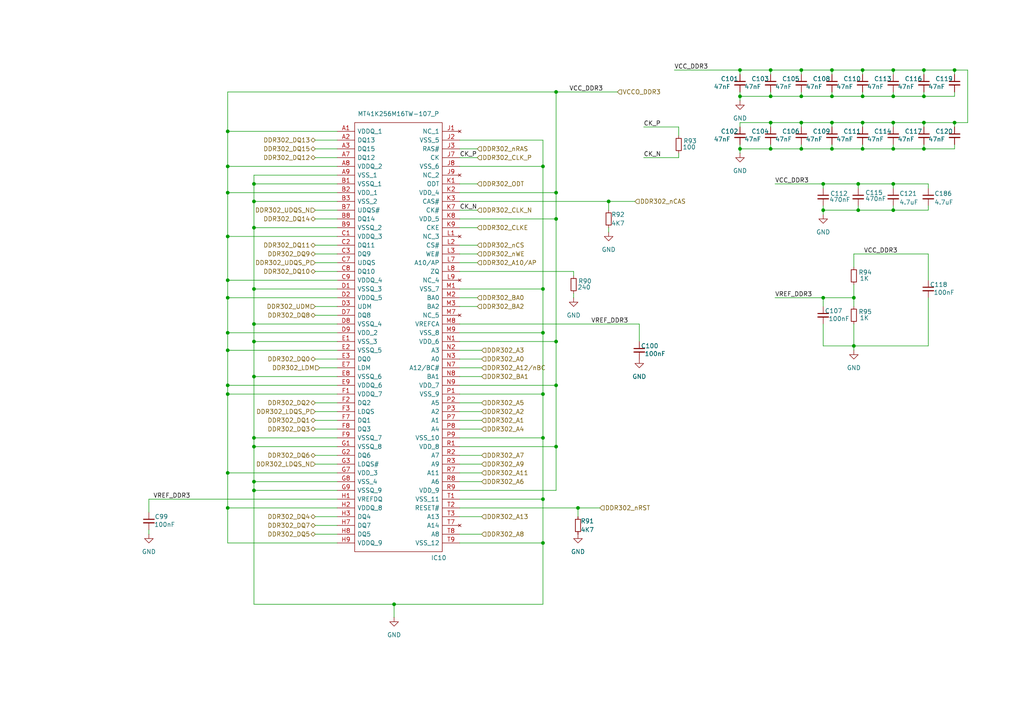
<source format=kicad_sch>
(kicad_sch
	(version 20231120)
	(generator "eeschema")
	(generator_version "8.0")
	(uuid "27d04b0f-0bb2-46f1-8e4a-bdd2eca66682")
	(paper "A4")
	(title_block
		(title "RASBB")
		(date "2025-01-20")
		(rev "01")
		(company "Mina Daneshpajouh (cutest EE on planet)")
	)
	(lib_symbols
		(symbol "Device:C_Small"
			(pin_numbers hide)
			(pin_names
				(offset 0.254) hide)
			(exclude_from_sim no)
			(in_bom yes)
			(on_board yes)
			(property "Reference" "C"
				(at 0.254 1.778 0)
				(effects
					(font
						(size 1.27 1.27)
					)
					(justify left)
				)
			)
			(property "Value" "C_Small"
				(at 0.254 -2.032 0)
				(effects
					(font
						(size 1.27 1.27)
					)
					(justify left)
				)
			)
			(property "Footprint" ""
				(at 0 0 0)
				(effects
					(font
						(size 1.27 1.27)
					)
					(hide yes)
				)
			)
			(property "Datasheet" "~"
				(at 0 0 0)
				(effects
					(font
						(size 1.27 1.27)
					)
					(hide yes)
				)
			)
			(property "Description" "Unpolarized capacitor, small symbol"
				(at 0 0 0)
				(effects
					(font
						(size 1.27 1.27)
					)
					(hide yes)
				)
			)
			(property "ki_keywords" "capacitor cap"
				(at 0 0 0)
				(effects
					(font
						(size 1.27 1.27)
					)
					(hide yes)
				)
			)
			(property "ki_fp_filters" "C_*"
				(at 0 0 0)
				(effects
					(font
						(size 1.27 1.27)
					)
					(hide yes)
				)
			)
			(symbol "C_Small_0_1"
				(polyline
					(pts
						(xy -1.524 -0.508) (xy 1.524 -0.508)
					)
					(stroke
						(width 0.3302)
						(type default)
					)
					(fill
						(type none)
					)
				)
				(polyline
					(pts
						(xy -1.524 0.508) (xy 1.524 0.508)
					)
					(stroke
						(width 0.3048)
						(type default)
					)
					(fill
						(type none)
					)
				)
			)
			(symbol "C_Small_1_1"
				(pin passive line
					(at 0 2.54 270)
					(length 2.032)
					(name "~"
						(effects
							(font
								(size 1.27 1.27)
							)
						)
					)
					(number "1"
						(effects
							(font
								(size 1.27 1.27)
							)
						)
					)
				)
				(pin passive line
					(at 0 -2.54 90)
					(length 2.032)
					(name "~"
						(effects
							(font
								(size 1.27 1.27)
							)
						)
					)
					(number "2"
						(effects
							(font
								(size 1.27 1.27)
							)
						)
					)
				)
			)
		)
		(symbol "Device:R_Small"
			(pin_numbers hide)
			(pin_names
				(offset 0.254) hide)
			(exclude_from_sim no)
			(in_bom yes)
			(on_board yes)
			(property "Reference" "R"
				(at 0.762 0.508 0)
				(effects
					(font
						(size 1.27 1.27)
					)
					(justify left)
				)
			)
			(property "Value" "R_Small"
				(at 0.762 -1.016 0)
				(effects
					(font
						(size 1.27 1.27)
					)
					(justify left)
				)
			)
			(property "Footprint" ""
				(at 0 0 0)
				(effects
					(font
						(size 1.27 1.27)
					)
					(hide yes)
				)
			)
			(property "Datasheet" "~"
				(at 0 0 0)
				(effects
					(font
						(size 1.27 1.27)
					)
					(hide yes)
				)
			)
			(property "Description" "Resistor, small symbol"
				(at 0 0 0)
				(effects
					(font
						(size 1.27 1.27)
					)
					(hide yes)
				)
			)
			(property "ki_keywords" "R resistor"
				(at 0 0 0)
				(effects
					(font
						(size 1.27 1.27)
					)
					(hide yes)
				)
			)
			(property "ki_fp_filters" "R_*"
				(at 0 0 0)
				(effects
					(font
						(size 1.27 1.27)
					)
					(hide yes)
				)
			)
			(symbol "R_Small_0_1"
				(rectangle
					(start -0.762 1.778)
					(end 0.762 -1.778)
					(stroke
						(width 0.2032)
						(type default)
					)
					(fill
						(type none)
					)
				)
			)
			(symbol "R_Small_1_1"
				(pin passive line
					(at 0 2.54 270)
					(length 0.762)
					(name "~"
						(effects
							(font
								(size 1.27 1.27)
							)
						)
					)
					(number "1"
						(effects
							(font
								(size 1.27 1.27)
							)
						)
					)
				)
				(pin passive line
					(at 0 -2.54 90)
					(length 0.762)
					(name "~"
						(effects
							(font
								(size 1.27 1.27)
							)
						)
					)
					(number "2"
						(effects
							(font
								(size 1.27 1.27)
							)
						)
					)
				)
			)
		)
		(symbol "RASBB_Library:MT41K256M16TW-107_P"
			(pin_names
				(offset 0.762)
			)
			(exclude_from_sim no)
			(in_bom yes)
			(on_board yes)
			(property "Reference" "IC10"
				(at 29.464 -123.698 0)
				(effects
					(font
						(size 1.27 1.27)
					)
				)
			)
			(property "Value" "MT41K256M16TW-107_P"
				(at 17.78 5.08 0)
				(effects
					(font
						(size 1.27 1.27)
					)
				)
			)
			(property "Footprint" "RASBB:BGA96C80P9X16_800X1400X120"
				(at 41.148 17.018 0)
				(effects
					(font
						(size 1.27 1.27)
					)
					(justify left)
					(hide yes)
				)
			)
			(property "Datasheet" "https://datasheet.datasheetarchive.com/originals/distributors/DKDS42/DSANUWW0045409.pdf"
				(at 36.83 9.906 0)
				(effects
					(font
						(size 1.27 1.27)
					)
					(justify left)
					(hide yes)
				)
			)
			(property "Description" "MICRON - MT41K256M16TW-107:P - SDRAM, 256M X 16BIT, 0 TO 95DEG C"
				(at -3.302 21.082 0)
				(effects
					(font
						(size 1.27 1.27)
					)
					(hide yes)
				)
			)
			(property "Height" "1.2"
				(at 31.75 -5.08 0)
				(effects
					(font
						(size 1.27 1.27)
					)
					(justify left)
					(hide yes)
				)
			)
			(property "Manufacturer_Name" "Micron"
				(at 31.75 -12.7 0)
				(effects
					(font
						(size 1.27 1.27)
					)
					(justify left)
					(hide yes)
				)
			)
			(property "Mfr. Part #" "MT41K256M16TW-107:P"
				(at 55.626 7.112 0)
				(effects
					(font
						(size 1.27 1.27)
					)
					(justify left)
					(hide yes)
				)
			)
			(symbol "MT41K256M16TW-107_P_0_0"
				(pin power_in line
					(at 0 0 0)
					(length 5.08)
					(name "VDDQ_1"
						(effects
							(font
								(size 1.27 1.27)
							)
						)
					)
					(number "A1"
						(effects
							(font
								(size 1.27 1.27)
							)
						)
					)
				)
				(pin bidirectional line
					(at 0 -2.54 0)
					(length 5.08)
					(name "DQ13"
						(effects
							(font
								(size 1.27 1.27)
							)
						)
					)
					(number "A2"
						(effects
							(font
								(size 1.27 1.27)
							)
						)
					)
				)
				(pin bidirectional line
					(at 0 -5.08 0)
					(length 5.08)
					(name "DQ15"
						(effects
							(font
								(size 1.27 1.27)
							)
						)
					)
					(number "A3"
						(effects
							(font
								(size 1.27 1.27)
							)
						)
					)
				)
				(pin bidirectional line
					(at 0 -7.62 0)
					(length 5.08)
					(name "DQ12"
						(effects
							(font
								(size 1.27 1.27)
							)
						)
					)
					(number "A7"
						(effects
							(font
								(size 1.27 1.27)
							)
						)
					)
				)
				(pin power_in line
					(at 0 -10.16 0)
					(length 5.08)
					(name "VDDQ_2"
						(effects
							(font
								(size 1.27 1.27)
							)
						)
					)
					(number "A8"
						(effects
							(font
								(size 1.27 1.27)
							)
						)
					)
				)
				(pin passive line
					(at 0 -12.7 0)
					(length 5.08)
					(name "VSS_1"
						(effects
							(font
								(size 1.27 1.27)
							)
						)
					)
					(number "A9"
						(effects
							(font
								(size 1.27 1.27)
							)
						)
					)
				)
				(pin passive line
					(at 0 -15.24 0)
					(length 5.08)
					(name "VSSQ_1"
						(effects
							(font
								(size 1.27 1.27)
							)
						)
					)
					(number "B1"
						(effects
							(font
								(size 1.27 1.27)
							)
						)
					)
				)
				(pin power_in line
					(at 0 -17.78 0)
					(length 5.08)
					(name "VDD_1"
						(effects
							(font
								(size 1.27 1.27)
							)
						)
					)
					(number "B2"
						(effects
							(font
								(size 1.27 1.27)
							)
						)
					)
				)
				(pin passive line
					(at 0 -20.32 0)
					(length 5.08)
					(name "VSS_2"
						(effects
							(font
								(size 1.27 1.27)
							)
						)
					)
					(number "B3"
						(effects
							(font
								(size 1.27 1.27)
							)
						)
					)
				)
				(pin bidirectional line
					(at 0 -22.86 0)
					(length 5.08)
					(name "UDQS#"
						(effects
							(font
								(size 1.27 1.27)
							)
						)
					)
					(number "B7"
						(effects
							(font
								(size 1.27 1.27)
							)
						)
					)
				)
				(pin bidirectional line
					(at 0 -25.4 0)
					(length 5.08)
					(name "DQ14"
						(effects
							(font
								(size 1.27 1.27)
							)
						)
					)
					(number "B8"
						(effects
							(font
								(size 1.27 1.27)
							)
						)
					)
				)
				(pin passive line
					(at 0 -27.94 0)
					(length 5.08)
					(name "VSSQ_2"
						(effects
							(font
								(size 1.27 1.27)
							)
						)
					)
					(number "B9"
						(effects
							(font
								(size 1.27 1.27)
							)
						)
					)
				)
				(pin bidirectional line
					(at 0 -33.02 0)
					(length 5.08)
					(name "DQ11"
						(effects
							(font
								(size 1.27 1.27)
							)
						)
					)
					(number "C2"
						(effects
							(font
								(size 1.27 1.27)
							)
						)
					)
				)
				(pin bidirectional line
					(at 0 -35.56 0)
					(length 5.08)
					(name "DQ9"
						(effects
							(font
								(size 1.27 1.27)
							)
						)
					)
					(number "C3"
						(effects
							(font
								(size 1.27 1.27)
							)
						)
					)
				)
				(pin bidirectional line
					(at 0 -38.1 0)
					(length 5.08)
					(name "UDQS"
						(effects
							(font
								(size 1.27 1.27)
							)
						)
					)
					(number "C7"
						(effects
							(font
								(size 1.27 1.27)
							)
						)
					)
				)
				(pin bidirectional line
					(at 0 -40.64 0)
					(length 5.08)
					(name "DQ10"
						(effects
							(font
								(size 1.27 1.27)
							)
						)
					)
					(number "C8"
						(effects
							(font
								(size 1.27 1.27)
							)
						)
					)
				)
				(pin power_in line
					(at 0 -43.18 0)
					(length 5.08)
					(name "VDDQ_4"
						(effects
							(font
								(size 1.27 1.27)
							)
						)
					)
					(number "C9"
						(effects
							(font
								(size 1.27 1.27)
							)
						)
					)
				)
				(pin passive line
					(at 0 -45.72 0)
					(length 5.08)
					(name "VSSQ_3"
						(effects
							(font
								(size 1.27 1.27)
							)
						)
					)
					(number "D1"
						(effects
							(font
								(size 1.27 1.27)
							)
						)
					)
				)
				(pin power_in line
					(at 0 -48.26 0)
					(length 5.08)
					(name "VDDQ_5"
						(effects
							(font
								(size 1.27 1.27)
							)
						)
					)
					(number "D2"
						(effects
							(font
								(size 1.27 1.27)
							)
						)
					)
				)
				(pin bidirectional line
					(at 0 -50.8 0)
					(length 5.08)
					(name "UDM"
						(effects
							(font
								(size 1.27 1.27)
							)
						)
					)
					(number "D3"
						(effects
							(font
								(size 1.27 1.27)
							)
						)
					)
				)
				(pin bidirectional line
					(at 0 -53.34 0)
					(length 5.08)
					(name "DQ8"
						(effects
							(font
								(size 1.27 1.27)
							)
						)
					)
					(number "D7"
						(effects
							(font
								(size 1.27 1.27)
							)
						)
					)
				)
				(pin passive line
					(at 0 -55.88 0)
					(length 5.08)
					(name "VSSQ_4"
						(effects
							(font
								(size 1.27 1.27)
							)
						)
					)
					(number "D8"
						(effects
							(font
								(size 1.27 1.27)
							)
						)
					)
				)
				(pin power_in line
					(at 0 -58.42 0)
					(length 5.08)
					(name "VDD_2"
						(effects
							(font
								(size 1.27 1.27)
							)
						)
					)
					(number "D9"
						(effects
							(font
								(size 1.27 1.27)
							)
						)
					)
				)
				(pin passive line
					(at 0 -60.96 0)
					(length 5.08)
					(name "VSS_3"
						(effects
							(font
								(size 1.27 1.27)
							)
						)
					)
					(number "E1"
						(effects
							(font
								(size 1.27 1.27)
							)
						)
					)
				)
				(pin passive line
					(at 0 -63.5 0)
					(length 5.08)
					(name "VSSQ_5"
						(effects
							(font
								(size 1.27 1.27)
							)
						)
					)
					(number "E2"
						(effects
							(font
								(size 1.27 1.27)
							)
						)
					)
				)
				(pin bidirectional line
					(at 0 -66.04 0)
					(length 5.08)
					(name "DQ0"
						(effects
							(font
								(size 1.27 1.27)
							)
						)
					)
					(number "E3"
						(effects
							(font
								(size 1.27 1.27)
							)
						)
					)
				)
				(pin bidirectional line
					(at 0 -68.58 0)
					(length 5.08)
					(name "LDM"
						(effects
							(font
								(size 1.27 1.27)
							)
						)
					)
					(number "E7"
						(effects
							(font
								(size 1.27 1.27)
							)
						)
					)
				)
				(pin passive line
					(at 0 -71.12 0)
					(length 5.08)
					(name "VSSQ_6"
						(effects
							(font
								(size 1.27 1.27)
							)
						)
					)
					(number "E8"
						(effects
							(font
								(size 1.27 1.27)
							)
						)
					)
				)
				(pin power_in line
					(at 0 -73.66 0)
					(length 5.08)
					(name "VDDQ_6"
						(effects
							(font
								(size 1.27 1.27)
							)
						)
					)
					(number "E9"
						(effects
							(font
								(size 1.27 1.27)
							)
						)
					)
				)
				(pin power_in line
					(at 0 -76.2 0)
					(length 5.08)
					(name "VDDQ_7"
						(effects
							(font
								(size 1.27 1.27)
							)
						)
					)
					(number "F1"
						(effects
							(font
								(size 1.27 1.27)
							)
						)
					)
				)
				(pin bidirectional line
					(at 0 -78.74 0)
					(length 5.08)
					(name "DQ2"
						(effects
							(font
								(size 1.27 1.27)
							)
						)
					)
					(number "F2"
						(effects
							(font
								(size 1.27 1.27)
							)
						)
					)
				)
				(pin bidirectional line
					(at 0 -81.28 0)
					(length 5.08)
					(name "LDQS"
						(effects
							(font
								(size 1.27 1.27)
							)
						)
					)
					(number "F3"
						(effects
							(font
								(size 1.27 1.27)
							)
						)
					)
				)
				(pin bidirectional line
					(at 0 -83.82 0)
					(length 5.08)
					(name "DQ1"
						(effects
							(font
								(size 1.27 1.27)
							)
						)
					)
					(number "F7"
						(effects
							(font
								(size 1.27 1.27)
							)
						)
					)
				)
				(pin bidirectional line
					(at 0 -86.36 0)
					(length 5.08)
					(name "DQ3"
						(effects
							(font
								(size 1.27 1.27)
							)
						)
					)
					(number "F8"
						(effects
							(font
								(size 1.27 1.27)
							)
						)
					)
				)
				(pin passive line
					(at 0 -88.9 0)
					(length 5.08)
					(name "VSSQ_7"
						(effects
							(font
								(size 1.27 1.27)
							)
						)
					)
					(number "F9"
						(effects
							(font
								(size 1.27 1.27)
							)
						)
					)
				)
				(pin passive line
					(at 0 -91.44 0)
					(length 5.08)
					(name "VSSQ_8"
						(effects
							(font
								(size 1.27 1.27)
							)
						)
					)
					(number "G1"
						(effects
							(font
								(size 1.27 1.27)
							)
						)
					)
				)
				(pin bidirectional line
					(at 0 -93.98 0)
					(length 5.08)
					(name "DQ6"
						(effects
							(font
								(size 1.27 1.27)
							)
						)
					)
					(number "G2"
						(effects
							(font
								(size 1.27 1.27)
							)
						)
					)
				)
				(pin bidirectional line
					(at 0 -96.52 0)
					(length 5.08)
					(name "LDQS#"
						(effects
							(font
								(size 1.27 1.27)
							)
						)
					)
					(number "G3"
						(effects
							(font
								(size 1.27 1.27)
							)
						)
					)
				)
				(pin power_in line
					(at 0 -99.06 0)
					(length 5.08)
					(name "VDD_3"
						(effects
							(font
								(size 1.27 1.27)
							)
						)
					)
					(number "G7"
						(effects
							(font
								(size 1.27 1.27)
							)
						)
					)
				)
				(pin passive line
					(at 0 -101.6 0)
					(length 5.08)
					(name "VSS_4"
						(effects
							(font
								(size 1.27 1.27)
							)
						)
					)
					(number "G8"
						(effects
							(font
								(size 1.27 1.27)
							)
						)
					)
				)
				(pin passive line
					(at 0 -104.14 0)
					(length 5.08)
					(name "VSSQ_9"
						(effects
							(font
								(size 1.27 1.27)
							)
						)
					)
					(number "G9"
						(effects
							(font
								(size 1.27 1.27)
							)
						)
					)
				)
				(pin power_in line
					(at 0 -106.68 0)
					(length 5.08)
					(name "VREFDQ"
						(effects
							(font
								(size 1.27 1.27)
							)
						)
					)
					(number "H1"
						(effects
							(font
								(size 1.27 1.27)
							)
						)
					)
				)
				(pin power_in line
					(at 0 -109.22 0)
					(length 5.08)
					(name "VDDQ_8"
						(effects
							(font
								(size 1.27 1.27)
							)
						)
					)
					(number "H2"
						(effects
							(font
								(size 1.27 1.27)
							)
						)
					)
				)
				(pin bidirectional line
					(at 0 -111.76 0)
					(length 5.08)
					(name "DQ4"
						(effects
							(font
								(size 1.27 1.27)
							)
						)
					)
					(number "H3"
						(effects
							(font
								(size 1.27 1.27)
							)
						)
					)
				)
				(pin bidirectional line
					(at 0 -114.3 0)
					(length 5.08)
					(name "DQ7"
						(effects
							(font
								(size 1.27 1.27)
							)
						)
					)
					(number "H7"
						(effects
							(font
								(size 1.27 1.27)
							)
						)
					)
				)
				(pin bidirectional line
					(at 0 -116.84 0)
					(length 5.08)
					(name "DQ5"
						(effects
							(font
								(size 1.27 1.27)
							)
						)
					)
					(number "H8"
						(effects
							(font
								(size 1.27 1.27)
							)
						)
					)
				)
				(pin no_connect line
					(at 35.56 0 180)
					(length 5.08)
					(name "NC_1"
						(effects
							(font
								(size 1.27 1.27)
							)
						)
					)
					(number "J1"
						(effects
							(font
								(size 1.27 1.27)
							)
						)
					)
				)
				(pin passive line
					(at 35.56 -2.54 180)
					(length 5.08)
					(name "VSS_5"
						(effects
							(font
								(size 1.27 1.27)
							)
						)
					)
					(number "J2"
						(effects
							(font
								(size 1.27 1.27)
							)
						)
					)
				)
				(pin input line
					(at 35.56 -5.08 180)
					(length 5.08)
					(name "RAS#"
						(effects
							(font
								(size 1.27 1.27)
							)
						)
					)
					(number "J3"
						(effects
							(font
								(size 1.27 1.27)
							)
						)
					)
				)
				(pin input line
					(at 35.56 -7.62 180)
					(length 5.08)
					(name "CK"
						(effects
							(font
								(size 1.27 1.27)
							)
						)
					)
					(number "J7"
						(effects
							(font
								(size 1.27 1.27)
							)
						)
					)
				)
				(pin passive line
					(at 35.56 -10.16 180)
					(length 5.08)
					(name "VSS_6"
						(effects
							(font
								(size 1.27 1.27)
							)
						)
					)
					(number "J8"
						(effects
							(font
								(size 1.27 1.27)
							)
						)
					)
				)
				(pin no_connect line
					(at 35.56 -12.7 180)
					(length 5.08)
					(name "NC_2"
						(effects
							(font
								(size 1.27 1.27)
							)
						)
					)
					(number "J9"
						(effects
							(font
								(size 1.27 1.27)
							)
						)
					)
				)
				(pin power_in line
					(at 35.56 -17.78 180)
					(length 5.08)
					(name "VDD_4"
						(effects
							(font
								(size 1.27 1.27)
							)
						)
					)
					(number "K2"
						(effects
							(font
								(size 1.27 1.27)
							)
						)
					)
				)
				(pin power_in line
					(at 35.56 -25.4 180)
					(length 5.08)
					(name "VDD_5"
						(effects
							(font
								(size 1.27 1.27)
							)
						)
					)
					(number "K8"
						(effects
							(font
								(size 1.27 1.27)
							)
						)
					)
				)
				(pin input line
					(at 35.56 -27.94 180)
					(length 5.08)
					(name "CKE"
						(effects
							(font
								(size 1.27 1.27)
							)
						)
					)
					(number "K9"
						(effects
							(font
								(size 1.27 1.27)
							)
						)
					)
				)
				(pin no_connect line
					(at 35.56 -30.48 180)
					(length 5.08)
					(name "NC_3"
						(effects
							(font
								(size 1.27 1.27)
							)
						)
					)
					(number "L1"
						(effects
							(font
								(size 1.27 1.27)
							)
						)
					)
				)
				(pin input line
					(at 35.56 -33.02 180)
					(length 5.08)
					(name "CS#"
						(effects
							(font
								(size 1.27 1.27)
							)
						)
					)
					(number "L2"
						(effects
							(font
								(size 1.27 1.27)
							)
						)
					)
				)
				(pin input line
					(at 35.56 -35.56 180)
					(length 5.08)
					(name "WE#"
						(effects
							(font
								(size 1.27 1.27)
							)
						)
					)
					(number "L3"
						(effects
							(font
								(size 1.27 1.27)
							)
						)
					)
				)
				(pin input line
					(at 35.56 -38.1 180)
					(length 5.08)
					(name "A10/AP"
						(effects
							(font
								(size 1.27 1.27)
							)
						)
					)
					(number "L7"
						(effects
							(font
								(size 1.27 1.27)
							)
						)
					)
				)
				(pin input line
					(at 35.56 -40.64 180)
					(length 5.08)
					(name "ZQ"
						(effects
							(font
								(size 1.27 1.27)
							)
						)
					)
					(number "L8"
						(effects
							(font
								(size 1.27 1.27)
							)
						)
					)
				)
				(pin no_connect line
					(at 35.56 -43.18 180)
					(length 5.08)
					(name "NC_4"
						(effects
							(font
								(size 1.27 1.27)
							)
						)
					)
					(number "L9"
						(effects
							(font
								(size 1.27 1.27)
							)
						)
					)
				)
				(pin passive line
					(at 35.56 -45.72 180)
					(length 5.08)
					(name "VSS_7"
						(effects
							(font
								(size 1.27 1.27)
							)
						)
					)
					(number "M1"
						(effects
							(font
								(size 1.27 1.27)
							)
						)
					)
				)
				(pin input line
					(at 35.56 -48.26 180)
					(length 5.08)
					(name "BA0"
						(effects
							(font
								(size 1.27 1.27)
							)
						)
					)
					(number "M2"
						(effects
							(font
								(size 1.27 1.27)
							)
						)
					)
				)
				(pin input line
					(at 35.56 -50.8 180)
					(length 5.08)
					(name "BA2"
						(effects
							(font
								(size 1.27 1.27)
							)
						)
					)
					(number "M3"
						(effects
							(font
								(size 1.27 1.27)
							)
						)
					)
				)
				(pin no_connect line
					(at 35.56 -53.34 180)
					(length 5.08)
					(name "NC_5"
						(effects
							(font
								(size 1.27 1.27)
							)
						)
					)
					(number "M7"
						(effects
							(font
								(size 1.27 1.27)
							)
						)
					)
				)
				(pin power_in line
					(at 35.56 -55.88 180)
					(length 5.08)
					(name "VREFCA"
						(effects
							(font
								(size 1.27 1.27)
							)
						)
					)
					(number "M8"
						(effects
							(font
								(size 1.27 1.27)
							)
						)
					)
				)
				(pin passive line
					(at 35.56 -58.42 180)
					(length 5.08)
					(name "VSS_8"
						(effects
							(font
								(size 1.27 1.27)
							)
						)
					)
					(number "M9"
						(effects
							(font
								(size 1.27 1.27)
							)
						)
					)
				)
				(pin power_in line
					(at 35.56 -60.96 180)
					(length 5.08)
					(name "VDD_6"
						(effects
							(font
								(size 1.27 1.27)
							)
						)
					)
					(number "N1"
						(effects
							(font
								(size 1.27 1.27)
							)
						)
					)
				)
				(pin input line
					(at 35.56 -63.5 180)
					(length 5.08)
					(name "A3"
						(effects
							(font
								(size 1.27 1.27)
							)
						)
					)
					(number "N2"
						(effects
							(font
								(size 1.27 1.27)
							)
						)
					)
				)
				(pin input line
					(at 35.56 -71.12 180)
					(length 5.08)
					(name "BA1"
						(effects
							(font
								(size 1.27 1.27)
							)
						)
					)
					(number "N8"
						(effects
							(font
								(size 1.27 1.27)
							)
						)
					)
				)
				(pin power_in line
					(at 35.56 -73.66 180)
					(length 5.08)
					(name "VDD_7"
						(effects
							(font
								(size 1.27 1.27)
							)
						)
					)
					(number "N9"
						(effects
							(font
								(size 1.27 1.27)
							)
						)
					)
				)
				(pin passive line
					(at 35.56 -76.2 180)
					(length 5.08)
					(name "VSS_9"
						(effects
							(font
								(size 1.27 1.27)
							)
						)
					)
					(number "P1"
						(effects
							(font
								(size 1.27 1.27)
							)
						)
					)
				)
				(pin input line
					(at 35.56 -78.74 180)
					(length 5.08)
					(name "A5"
						(effects
							(font
								(size 1.27 1.27)
							)
						)
					)
					(number "P2"
						(effects
							(font
								(size 1.27 1.27)
							)
						)
					)
				)
				(pin input line
					(at 35.56 -81.28 180)
					(length 5.08)
					(name "A2"
						(effects
							(font
								(size 1.27 1.27)
							)
						)
					)
					(number "P3"
						(effects
							(font
								(size 1.27 1.27)
							)
						)
					)
				)
				(pin input line
					(at 35.56 -83.82 180)
					(length 5.08)
					(name "A1"
						(effects
							(font
								(size 1.27 1.27)
							)
						)
					)
					(number "P7"
						(effects
							(font
								(size 1.27 1.27)
							)
						)
					)
				)
				(pin input line
					(at 35.56 -86.36 180)
					(length 5.08)
					(name "A4"
						(effects
							(font
								(size 1.27 1.27)
							)
						)
					)
					(number "P8"
						(effects
							(font
								(size 1.27 1.27)
							)
						)
					)
				)
				(pin passive line
					(at 35.56 -88.9 180)
					(length 5.08)
					(name "VSS_10"
						(effects
							(font
								(size 1.27 1.27)
							)
						)
					)
					(number "P9"
						(effects
							(font
								(size 1.27 1.27)
							)
						)
					)
				)
				(pin power_in line
					(at 35.56 -91.44 180)
					(length 5.08)
					(name "VDD_8"
						(effects
							(font
								(size 1.27 1.27)
							)
						)
					)
					(number "R1"
						(effects
							(font
								(size 1.27 1.27)
							)
						)
					)
				)
				(pin input line
					(at 35.56 -93.98 180)
					(length 5.08)
					(name "A7"
						(effects
							(font
								(size 1.27 1.27)
							)
						)
					)
					(number "R2"
						(effects
							(font
								(size 1.27 1.27)
							)
						)
					)
				)
				(pin input line
					(at 35.56 -96.52 180)
					(length 5.08)
					(name "A9"
						(effects
							(font
								(size 1.27 1.27)
							)
						)
					)
					(number "R3"
						(effects
							(font
								(size 1.27 1.27)
							)
						)
					)
				)
				(pin input line
					(at 35.56 -99.06 180)
					(length 5.08)
					(name "A11"
						(effects
							(font
								(size 1.27 1.27)
							)
						)
					)
					(number "R7"
						(effects
							(font
								(size 1.27 1.27)
							)
						)
					)
				)
				(pin input line
					(at 35.56 -101.6 180)
					(length 5.08)
					(name "A6"
						(effects
							(font
								(size 1.27 1.27)
							)
						)
					)
					(number "R8"
						(effects
							(font
								(size 1.27 1.27)
							)
						)
					)
				)
				(pin power_in line
					(at 35.56 -104.14 180)
					(length 5.08)
					(name "VDD_9"
						(effects
							(font
								(size 1.27 1.27)
							)
						)
					)
					(number "R9"
						(effects
							(font
								(size 1.27 1.27)
							)
						)
					)
				)
				(pin passive line
					(at 35.56 -106.68 180)
					(length 5.08)
					(name "VSS_11"
						(effects
							(font
								(size 1.27 1.27)
							)
						)
					)
					(number "T1"
						(effects
							(font
								(size 1.27 1.27)
							)
						)
					)
				)
				(pin input line
					(at 35.56 -109.22 180)
					(length 5.08)
					(name "RESET#"
						(effects
							(font
								(size 1.27 1.27)
							)
						)
					)
					(number "T2"
						(effects
							(font
								(size 1.27 1.27)
							)
						)
					)
				)
				(pin input line
					(at 35.56 -111.76 180)
					(length 5.08)
					(name "A13"
						(effects
							(font
								(size 1.27 1.27)
							)
						)
					)
					(number "T3"
						(effects
							(font
								(size 1.27 1.27)
							)
						)
					)
				)
				(pin input line
					(at 35.56 -116.84 180)
					(length 5.08)
					(name "A8"
						(effects
							(font
								(size 1.27 1.27)
							)
						)
					)
					(number "T8"
						(effects
							(font
								(size 1.27 1.27)
							)
						)
					)
				)
				(pin passive line
					(at 35.56 -119.38 180)
					(length 5.08)
					(name "VSS_12"
						(effects
							(font
								(size 1.27 1.27)
							)
						)
					)
					(number "T9"
						(effects
							(font
								(size 1.27 1.27)
							)
						)
					)
				)
			)
			(symbol "MT41K256M16TW-107_P_0_1"
				(polyline
					(pts
						(xy 5.08 2.54) (xy 30.48 2.54) (xy 30.48 -121.92) (xy 5.08 -121.92) (xy 5.08 2.54)
					)
					(stroke
						(width 0.1524)
						(type solid)
					)
					(fill
						(type none)
					)
				)
			)
			(symbol "MT41K256M16TW-107_P_1_0"
				(pin power_in line
					(at 0 -30.48 0)
					(length 5.08)
					(name "VDDQ_3"
						(effects
							(font
								(size 1.27 1.27)
							)
						)
					)
					(number "C1"
						(effects
							(font
								(size 1.27 1.27)
							)
						)
					)
				)
				(pin power_in line
					(at 0 -119.38 0)
					(length 5.08)
					(name "VDDQ_9"
						(effects
							(font
								(size 1.27 1.27)
							)
						)
					)
					(number "H9"
						(effects
							(font
								(size 1.27 1.27)
							)
						)
					)
				)
				(pin input line
					(at 35.56 -15.24 180)
					(length 5.08)
					(name "ODT"
						(effects
							(font
								(size 1.27 1.27)
							)
						)
					)
					(number "K1"
						(effects
							(font
								(size 1.27 1.27)
							)
						)
					)
				)
				(pin input line
					(at 35.56 -20.32 180)
					(length 5.08)
					(name "CAS#"
						(effects
							(font
								(size 1.27 1.27)
							)
						)
					)
					(number "K3"
						(effects
							(font
								(size 1.27 1.27)
							)
						)
					)
				)
				(pin input line
					(at 35.56 -22.86 180)
					(length 5.08)
					(name "CK#"
						(effects
							(font
								(size 1.27 1.27)
							)
						)
					)
					(number "K7"
						(effects
							(font
								(size 1.27 1.27)
							)
						)
					)
				)
				(pin input line
					(at 35.56 -66.04 180)
					(length 5.08)
					(name "A0"
						(effects
							(font
								(size 1.27 1.27)
							)
						)
					)
					(number "N3"
						(effects
							(font
								(size 1.27 1.27)
							)
						)
					)
				)
				(pin input line
					(at 35.56 -68.58 180)
					(length 5.08)
					(name "A12/BC#"
						(effects
							(font
								(size 1.27 1.27)
							)
						)
					)
					(number "N7"
						(effects
							(font
								(size 1.27 1.27)
							)
						)
					)
				)
				(pin no_connect line
					(at 35.56 -114.3 180)
					(length 5.08)
					(name "A14"
						(effects
							(font
								(size 1.27 1.27)
							)
						)
					)
					(number "T7"
						(effects
							(font
								(size 1.27 1.27)
							)
						)
					)
				)
			)
		)
		(symbol "power:GND"
			(power)
			(pin_numbers hide)
			(pin_names
				(offset 0) hide)
			(exclude_from_sim no)
			(in_bom yes)
			(on_board yes)
			(property "Reference" "#PWR"
				(at 0 -6.35 0)
				(effects
					(font
						(size 1.27 1.27)
					)
					(hide yes)
				)
			)
			(property "Value" "GND"
				(at 0 -3.81 0)
				(effects
					(font
						(size 1.27 1.27)
					)
				)
			)
			(property "Footprint" ""
				(at 0 0 0)
				(effects
					(font
						(size 1.27 1.27)
					)
					(hide yes)
				)
			)
			(property "Datasheet" ""
				(at 0 0 0)
				(effects
					(font
						(size 1.27 1.27)
					)
					(hide yes)
				)
			)
			(property "Description" "Power symbol creates a global label with name \"GND\" , ground"
				(at 0 0 0)
				(effects
					(font
						(size 1.27 1.27)
					)
					(hide yes)
				)
			)
			(property "ki_keywords" "global power"
				(at 0 0 0)
				(effects
					(font
						(size 1.27 1.27)
					)
					(hide yes)
				)
			)
			(symbol "GND_0_1"
				(polyline
					(pts
						(xy 0 0) (xy 0 -1.27) (xy 1.27 -1.27) (xy 0 -2.54) (xy -1.27 -1.27) (xy 0 -1.27)
					)
					(stroke
						(width 0)
						(type default)
					)
					(fill
						(type none)
					)
				)
			)
			(symbol "GND_1_1"
				(pin power_in line
					(at 0 0 270)
					(length 0)
					(name "~"
						(effects
							(font
								(size 1.27 1.27)
							)
						)
					)
					(number "1"
						(effects
							(font
								(size 1.27 1.27)
							)
						)
					)
				)
			)
		)
	)
	(junction
		(at 161.29 111.76)
		(diameter 0)
		(color 0 0 0 0)
		(uuid "065d8273-cbdc-4fc4-818e-cb1c371e590f")
	)
	(junction
		(at 223.52 43.18)
		(diameter 0)
		(color 0 0 0 0)
		(uuid "09252bd5-571a-47c8-b88d-50230690644b")
	)
	(junction
		(at 259.08 27.94)
		(diameter 0)
		(color 0 0 0 0)
		(uuid "09e4cb1e-a92e-42e0-a425-3309c2499ca0")
	)
	(junction
		(at 223.52 27.94)
		(diameter 0)
		(color 0 0 0 0)
		(uuid "0a08b839-5900-4f45-b1b5-f438a3ac4eda")
	)
	(junction
		(at 66.04 147.32)
		(diameter 0)
		(color 0 0 0 0)
		(uuid "12faaf18-cbc3-413e-b83d-e03e4e27e8b8")
	)
	(junction
		(at 157.48 144.78)
		(diameter 0)
		(color 0 0 0 0)
		(uuid "1549b81c-37e9-4eea-a25d-4824d2cc82df")
	)
	(junction
		(at 214.63 27.94)
		(diameter 0)
		(color 0 0 0 0)
		(uuid "2261ccd8-2efc-4ec9-b04e-6fd34c0ba827")
	)
	(junction
		(at 232.41 35.56)
		(diameter 0)
		(color 0 0 0 0)
		(uuid "232f2f33-c06d-48f3-8cbc-5bf828e1fd7b")
	)
	(junction
		(at 161.29 63.5)
		(diameter 0)
		(color 0 0 0 0)
		(uuid "2826d34f-849a-4acb-a244-553553406455")
	)
	(junction
		(at 259.08 53.34)
		(diameter 0)
		(color 0 0 0 0)
		(uuid "2c0dd2fc-beee-48a6-80b6-6097d832979b")
	)
	(junction
		(at 66.04 68.58)
		(diameter 0)
		(color 0 0 0 0)
		(uuid "2c82d547-a111-4069-bc0d-e27e39ae5107")
	)
	(junction
		(at 73.66 93.98)
		(diameter 0)
		(color 0 0 0 0)
		(uuid "2c8422f5-1767-4e90-90cc-6b070a1018f2")
	)
	(junction
		(at 241.3 27.94)
		(diameter 0)
		(color 0 0 0 0)
		(uuid "2f6ebcff-10da-438f-9ca5-894f0717bc42")
	)
	(junction
		(at 232.41 43.18)
		(diameter 0)
		(color 0 0 0 0)
		(uuid "31b1648f-632e-4e8f-aea7-846fab071f8a")
	)
	(junction
		(at 73.66 129.54)
		(diameter 0)
		(color 0 0 0 0)
		(uuid "33ae7afd-64ec-404c-a749-925f26b86488")
	)
	(junction
		(at 247.65 100.33)
		(diameter 0)
		(color 0 0 0 0)
		(uuid "3b5c06b0-5545-4eb5-aaf9-056ebcbf0e31")
	)
	(junction
		(at 276.86 20.32)
		(diameter 0)
		(color 0 0 0 0)
		(uuid "4096403c-93d5-4cb6-9b74-c52376ba9efc")
	)
	(junction
		(at 66.04 114.3)
		(diameter 0)
		(color 0 0 0 0)
		(uuid "43bd9539-d2b2-4676-9871-7106963331b6")
	)
	(junction
		(at 161.29 99.06)
		(diameter 0)
		(color 0 0 0 0)
		(uuid "461ab9ce-2e8f-4ac7-aa18-828206fd0dbd")
	)
	(junction
		(at 66.04 101.6)
		(diameter 0)
		(color 0 0 0 0)
		(uuid "486e8f73-17c7-4c1c-b21c-13bdad4fca6f")
	)
	(junction
		(at 259.08 60.96)
		(diameter 0)
		(color 0 0 0 0)
		(uuid "4d15b493-b984-4ffa-a2e0-53f37abacd32")
	)
	(junction
		(at 267.97 27.94)
		(diameter 0)
		(color 0 0 0 0)
		(uuid "4ed591f7-f3ef-4500-aa1d-bfdd50a63c79")
	)
	(junction
		(at 232.41 27.94)
		(diameter 0)
		(color 0 0 0 0)
		(uuid "53525503-de50-4f65-b9b8-b98140f90982")
	)
	(junction
		(at 276.86 35.56)
		(diameter 0)
		(color 0 0 0 0)
		(uuid "57e6ae75-c4c7-49b2-af71-7f3427a12b4f")
	)
	(junction
		(at 66.04 137.16)
		(diameter 0)
		(color 0 0 0 0)
		(uuid "5b29da36-39e9-4a54-bddc-e04c147fbc93")
	)
	(junction
		(at 232.41 20.32)
		(diameter 0)
		(color 0 0 0 0)
		(uuid "5cef7075-fd77-4e95-a6c8-6e2e135252a5")
	)
	(junction
		(at 73.66 66.04)
		(diameter 0)
		(color 0 0 0 0)
		(uuid "5d396555-4d21-4066-ba61-9bcb8c9a2a22")
	)
	(junction
		(at 259.08 20.32)
		(diameter 0)
		(color 0 0 0 0)
		(uuid "5d51b73d-8e31-46b4-b76d-758805d89503")
	)
	(junction
		(at 248.92 60.96)
		(diameter 0)
		(color 0 0 0 0)
		(uuid "623246ba-063a-4a89-93fe-87e8e8c62b46")
	)
	(junction
		(at 223.52 20.32)
		(diameter 0)
		(color 0 0 0 0)
		(uuid "63a38319-5106-4c01-be24-43207f575d56")
	)
	(junction
		(at 176.53 58.42)
		(diameter 0)
		(color 0 0 0 0)
		(uuid "65c72190-2977-450f-9728-95d488266abb")
	)
	(junction
		(at 161.29 129.54)
		(diameter 0)
		(color 0 0 0 0)
		(uuid "682276f1-8113-43e8-868a-631b512e2fb7")
	)
	(junction
		(at 250.19 27.94)
		(diameter 0)
		(color 0 0 0 0)
		(uuid "6934100b-a24f-4cd6-96b8-f45a6984a7b9")
	)
	(junction
		(at 73.66 53.34)
		(diameter 0)
		(color 0 0 0 0)
		(uuid "6d377a15-d7fc-4b76-87bb-d98d4e6ed1ae")
	)
	(junction
		(at 73.66 58.42)
		(diameter 0)
		(color 0 0 0 0)
		(uuid "71b885c3-d646-4e8f-974c-fc12a585d359")
	)
	(junction
		(at 73.66 109.22)
		(diameter 0)
		(color 0 0 0 0)
		(uuid "76563066-f454-418a-83e9-9410a269ef8f")
	)
	(junction
		(at 66.04 96.52)
		(diameter 0)
		(color 0 0 0 0)
		(uuid "781db9dc-5b2f-40f7-8135-f428d2f33bc1")
	)
	(junction
		(at 73.66 83.82)
		(diameter 0)
		(color 0 0 0 0)
		(uuid "797168af-2e9a-46dc-9f73-4a8eb2e60a49")
	)
	(junction
		(at 157.48 157.48)
		(diameter 0)
		(color 0 0 0 0)
		(uuid "7b3ac802-422c-4595-896c-5192a43e1a16")
	)
	(junction
		(at 238.76 86.36)
		(diameter 0)
		(color 0 0 0 0)
		(uuid "7c442bc3-fbaf-47b3-b087-3cb2aa6def82")
	)
	(junction
		(at 248.92 53.34)
		(diameter 0)
		(color 0 0 0 0)
		(uuid "7d458608-07f8-44a5-be4d-0da8b5110a33")
	)
	(junction
		(at 214.63 43.18)
		(diameter 0)
		(color 0 0 0 0)
		(uuid "906d018c-5fc3-43c7-90f4-8168dd878249")
	)
	(junction
		(at 241.3 43.18)
		(diameter 0)
		(color 0 0 0 0)
		(uuid "93f89ea8-dc97-40be-93a3-da29d47edabf")
	)
	(junction
		(at 66.04 81.28)
		(diameter 0)
		(color 0 0 0 0)
		(uuid "94fd23f1-c67c-465f-87d8-caedc7216178")
	)
	(junction
		(at 66.04 38.1)
		(diameter 0)
		(color 0 0 0 0)
		(uuid "95217828-286e-434f-a883-7d36620374ca")
	)
	(junction
		(at 250.19 20.32)
		(diameter 0)
		(color 0 0 0 0)
		(uuid "96d3cd98-82fe-41a7-8f65-31893c0d0152")
	)
	(junction
		(at 241.3 35.56)
		(diameter 0)
		(color 0 0 0 0)
		(uuid "982f73ed-f4ff-4a3b-9221-93b19e78c2bd")
	)
	(junction
		(at 267.97 43.18)
		(diameter 0)
		(color 0 0 0 0)
		(uuid "98af9954-db02-43b0-9e98-f46c0db7e369")
	)
	(junction
		(at 66.04 55.88)
		(diameter 0)
		(color 0 0 0 0)
		(uuid "a09601fb-201e-4a57-a570-f6e1faa712a7")
	)
	(junction
		(at 250.19 43.18)
		(diameter 0)
		(color 0 0 0 0)
		(uuid "a3ba2cc6-4c65-424f-8533-68d6b70645fd")
	)
	(junction
		(at 73.66 99.06)
		(diameter 0)
		(color 0 0 0 0)
		(uuid "a71ff201-c76f-4b4b-93d0-0b466031e8d8")
	)
	(junction
		(at 214.63 20.32)
		(diameter 0)
		(color 0 0 0 0)
		(uuid "a776ad6e-2c76-462c-a668-07d7a611cd65")
	)
	(junction
		(at 161.29 26.67)
		(diameter 0)
		(color 0 0 0 0)
		(uuid "af720cf3-d24a-4bc3-ac45-08e034789248")
	)
	(junction
		(at 157.48 96.52)
		(diameter 0)
		(color 0 0 0 0)
		(uuid "b015f402-b91e-47b4-ac13-c5b951b5c61c")
	)
	(junction
		(at 241.3 20.32)
		(diameter 0)
		(color 0 0 0 0)
		(uuid "b60b14d8-591e-4412-b85c-c7009ac0295f")
	)
	(junction
		(at 73.66 139.7)
		(diameter 0)
		(color 0 0 0 0)
		(uuid "b82f2736-c35b-4f77-99fc-352acb2325de")
	)
	(junction
		(at 157.48 114.3)
		(diameter 0)
		(color 0 0 0 0)
		(uuid "b97e2e1e-0e9b-473f-b248-9bd56e7d1fb1")
	)
	(junction
		(at 73.66 142.24)
		(diameter 0)
		(color 0 0 0 0)
		(uuid "bacffecf-25b9-421e-87bf-c6ae2fe7a1b6")
	)
	(junction
		(at 250.19 35.56)
		(diameter 0)
		(color 0 0 0 0)
		(uuid "bb9d3485-66be-4f9c-aeae-0e7a11ac00a4")
	)
	(junction
		(at 157.48 48.26)
		(diameter 0)
		(color 0 0 0 0)
		(uuid "bc9f0a62-923e-4631-801b-0a11e6c5e0f7")
	)
	(junction
		(at 161.29 55.88)
		(diameter 0)
		(color 0 0 0 0)
		(uuid "be9414d6-506f-434b-a27c-bded7445298d")
	)
	(junction
		(at 66.04 48.26)
		(diameter 0)
		(color 0 0 0 0)
		(uuid "c20f90cd-ebc5-4c94-a256-68b2456c8aa8")
	)
	(junction
		(at 267.97 35.56)
		(diameter 0)
		(color 0 0 0 0)
		(uuid "c4e1b677-08fa-483b-afc3-42f25efb3910")
	)
	(junction
		(at 157.48 127)
		(diameter 0)
		(color 0 0 0 0)
		(uuid "c69e9b09-f869-479a-b136-f38bb2e4369a")
	)
	(junction
		(at 223.52 35.56)
		(diameter 0)
		(color 0 0 0 0)
		(uuid "cbe2a264-779e-49b8-99e6-c5d944e6bac5")
	)
	(junction
		(at 167.64 147.32)
		(diameter 0)
		(color 0 0 0 0)
		(uuid "d093ce90-e34e-43ee-acd9-477eadb42b40")
	)
	(junction
		(at 267.97 20.32)
		(diameter 0)
		(color 0 0 0 0)
		(uuid "d1d12991-fce3-445e-a83f-1465f7fb9f1b")
	)
	(junction
		(at 259.08 43.18)
		(diameter 0)
		(color 0 0 0 0)
		(uuid "d74745eb-92b1-4842-88e5-83dfcc3f2387")
	)
	(junction
		(at 238.76 53.34)
		(diameter 0)
		(color 0 0 0 0)
		(uuid "da235c62-45a2-495d-9ed8-ec9f2aa85738")
	)
	(junction
		(at 259.08 35.56)
		(diameter 0)
		(color 0 0 0 0)
		(uuid "de6eabb3-0b5e-4fa4-84fa-fe1ac7439af6")
	)
	(junction
		(at 73.66 127)
		(diameter 0)
		(color 0 0 0 0)
		(uuid "dedb2f22-6839-46b8-909f-c8535f4b4211")
	)
	(junction
		(at 66.04 111.76)
		(diameter 0)
		(color 0 0 0 0)
		(uuid "e03f7106-575b-4b9b-b3ee-8d015f0b754a")
	)
	(junction
		(at 238.76 60.96)
		(diameter 0)
		(color 0 0 0 0)
		(uuid "e326e73f-4a21-4427-8181-ce6fe4b0bc94")
	)
	(junction
		(at 114.3 175.26)
		(diameter 0)
		(color 0 0 0 0)
		(uuid "ec790ee5-f357-4cb5-80fc-9bfe2c2d8417")
	)
	(junction
		(at 66.04 86.36)
		(diameter 0)
		(color 0 0 0 0)
		(uuid "f1243fe0-3d86-4852-adbb-c37def19f053")
	)
	(junction
		(at 157.48 83.82)
		(diameter 0)
		(color 0 0 0 0)
		(uuid "f33bd1be-2097-4669-a01f-5f08e894cb43")
	)
	(junction
		(at 247.65 86.36)
		(diameter 0)
		(color 0 0 0 0)
		(uuid "fd0d1cc1-dabb-48c0-9d85-34b02fe12744")
	)
	(wire
		(pts
			(xy 91.44 60.96) (xy 97.79 60.96)
		)
		(stroke
			(width 0)
			(type default)
		)
		(uuid "0146b75d-5745-4034-b60e-697b48af6c2c")
	)
	(wire
		(pts
			(xy 248.92 53.34) (xy 248.92 54.61)
		)
		(stroke
			(width 0)
			(type default)
		)
		(uuid "017a9955-e26b-4484-ae48-55b730183fb2")
	)
	(wire
		(pts
			(xy 259.08 26.67) (xy 259.08 27.94)
		)
		(stroke
			(width 0)
			(type default)
		)
		(uuid "02330fab-eaff-4f1a-981f-4cd25ce06bcf")
	)
	(wire
		(pts
			(xy 139.7 109.22) (xy 133.35 109.22)
		)
		(stroke
			(width 0)
			(type default)
		)
		(uuid "02bb280a-7617-4ee5-a728-1340e077a6cd")
	)
	(wire
		(pts
			(xy 73.66 50.8) (xy 97.79 50.8)
		)
		(stroke
			(width 0)
			(type default)
		)
		(uuid "03fa5f2a-fb9c-42a6-b640-0d93a9320ee7")
	)
	(wire
		(pts
			(xy 238.76 60.96) (xy 238.76 62.23)
		)
		(stroke
			(width 0)
			(type default)
		)
		(uuid "0454f057-1fd5-4096-b4d0-aa3b69984d12")
	)
	(wire
		(pts
			(xy 232.41 35.56) (xy 241.3 35.56)
		)
		(stroke
			(width 0)
			(type default)
		)
		(uuid "0754a9a1-fbf0-4987-8aa0-e0659de51704")
	)
	(wire
		(pts
			(xy 66.04 96.52) (xy 66.04 86.36)
		)
		(stroke
			(width 0)
			(type default)
		)
		(uuid "0765703b-a8c5-452b-abd8-3e8d3cee9460")
	)
	(wire
		(pts
			(xy 91.44 152.4) (xy 97.79 152.4)
		)
		(stroke
			(width 0)
			(type default)
		)
		(uuid "07e35666-a971-4d4b-89e9-8cebf9d2f872")
	)
	(wire
		(pts
			(xy 259.08 59.69) (xy 259.08 60.96)
		)
		(stroke
			(width 0)
			(type default)
		)
		(uuid "0954d47b-23c8-4593-8ddf-77621564e8b6")
	)
	(wire
		(pts
			(xy 91.44 45.72) (xy 97.79 45.72)
		)
		(stroke
			(width 0)
			(type default)
		)
		(uuid "0b2a5d40-691f-44df-8336-e00af54d8247")
	)
	(wire
		(pts
			(xy 73.66 142.24) (xy 97.79 142.24)
		)
		(stroke
			(width 0)
			(type default)
		)
		(uuid "0d0edce5-b732-4622-8e2f-9e66531ed917")
	)
	(wire
		(pts
			(xy 114.3 175.26) (xy 157.48 175.26)
		)
		(stroke
			(width 0)
			(type default)
		)
		(uuid "0d9965ec-abe1-4a04-82c9-3ee597c672d0")
	)
	(wire
		(pts
			(xy 73.66 142.24) (xy 73.66 175.26)
		)
		(stroke
			(width 0)
			(type default)
		)
		(uuid "0e9cf0ab-8daf-4da2-8878-a5b46d013d6a")
	)
	(wire
		(pts
			(xy 248.92 59.69) (xy 248.92 60.96)
		)
		(stroke
			(width 0)
			(type default)
		)
		(uuid "0f33493d-331e-44ff-93fd-3185b088ac51")
	)
	(wire
		(pts
			(xy 186.69 36.83) (xy 196.85 36.83)
		)
		(stroke
			(width 0)
			(type default)
		)
		(uuid "0f64a672-daf4-4bb7-9f46-65373fd61e6c")
	)
	(wire
		(pts
			(xy 66.04 137.16) (xy 66.04 114.3)
		)
		(stroke
			(width 0)
			(type default)
		)
		(uuid "0f7f2edb-efe2-4f7d-8b2d-0b0495146f88")
	)
	(wire
		(pts
			(xy 267.97 43.18) (xy 276.86 43.18)
		)
		(stroke
			(width 0)
			(type default)
		)
		(uuid "0fea42dd-fa73-4104-afd6-aed5967edd89")
	)
	(wire
		(pts
			(xy 133.35 99.06) (xy 161.29 99.06)
		)
		(stroke
			(width 0)
			(type default)
		)
		(uuid "104265db-9464-47fc-a7af-c8c342386d50")
	)
	(wire
		(pts
			(xy 91.44 40.64) (xy 97.79 40.64)
		)
		(stroke
			(width 0)
			(type default)
		)
		(uuid "11bcf4f9-82a4-4101-a4db-977c85894842")
	)
	(wire
		(pts
			(xy 73.66 99.06) (xy 73.66 109.22)
		)
		(stroke
			(width 0)
			(type default)
		)
		(uuid "1305a9cc-4f45-4bce-a2c2-737386ec9951")
	)
	(wire
		(pts
			(xy 73.66 93.98) (xy 73.66 99.06)
		)
		(stroke
			(width 0)
			(type default)
		)
		(uuid "154a2b82-c2ff-4648-a76b-c131845f2bfa")
	)
	(wire
		(pts
			(xy 250.19 41.91) (xy 250.19 43.18)
		)
		(stroke
			(width 0)
			(type default)
		)
		(uuid "17a94a5c-7f37-4154-9c44-94832acab4c1")
	)
	(wire
		(pts
			(xy 91.44 132.08) (xy 97.79 132.08)
		)
		(stroke
			(width 0)
			(type default)
		)
		(uuid "18675b53-f524-4670-8459-fd44ce383d4c")
	)
	(wire
		(pts
			(xy 66.04 147.32) (xy 97.79 147.32)
		)
		(stroke
			(width 0)
			(type default)
		)
		(uuid "194e0101-d14d-4722-958b-2dac332d30f1")
	)
	(wire
		(pts
			(xy 73.66 50.8) (xy 73.66 53.34)
		)
		(stroke
			(width 0)
			(type default)
		)
		(uuid "195af6d1-6739-476b-af13-61d5e8a87c1d")
	)
	(wire
		(pts
			(xy 66.04 81.28) (xy 97.79 81.28)
		)
		(stroke
			(width 0)
			(type default)
		)
		(uuid "19f29c31-e8ea-4159-b09e-5b12cff2603d")
	)
	(wire
		(pts
			(xy 91.44 154.94) (xy 97.79 154.94)
		)
		(stroke
			(width 0)
			(type default)
		)
		(uuid "19f6fce2-af68-4354-a9c9-571ff7e70b35")
	)
	(wire
		(pts
			(xy 259.08 35.56) (xy 267.97 35.56)
		)
		(stroke
			(width 0)
			(type default)
		)
		(uuid "1ac77dce-5f36-49ec-9a29-d3284c779bf6")
	)
	(wire
		(pts
			(xy 133.35 129.54) (xy 161.29 129.54)
		)
		(stroke
			(width 0)
			(type default)
		)
		(uuid "1be68a93-7ee7-4475-ba86-6c6198753bfd")
	)
	(wire
		(pts
			(xy 214.63 43.18) (xy 223.52 43.18)
		)
		(stroke
			(width 0)
			(type default)
		)
		(uuid "1c512b54-86f4-4688-b068-bf4488a8717e")
	)
	(wire
		(pts
			(xy 238.76 53.34) (xy 238.76 54.61)
		)
		(stroke
			(width 0)
			(type default)
		)
		(uuid "1f9696ff-5840-4b86-9b71-885e82ce7496")
	)
	(wire
		(pts
			(xy 66.04 55.88) (xy 66.04 48.26)
		)
		(stroke
			(width 0)
			(type default)
		)
		(uuid "21efa0c2-be94-4869-b583-b2502b57713f")
	)
	(wire
		(pts
			(xy 241.3 26.67) (xy 241.3 27.94)
		)
		(stroke
			(width 0)
			(type default)
		)
		(uuid "2291e5d4-ba25-4738-a319-e04da5c2f346")
	)
	(wire
		(pts
			(xy 91.44 149.86) (xy 97.79 149.86)
		)
		(stroke
			(width 0)
			(type default)
		)
		(uuid "232514bc-f8c6-4b8b-9324-6125a428da43")
	)
	(wire
		(pts
			(xy 66.04 26.67) (xy 161.29 26.67)
		)
		(stroke
			(width 0)
			(type default)
		)
		(uuid "23a785e2-f64a-48c7-8e52-81715f5701b6")
	)
	(wire
		(pts
			(xy 73.66 109.22) (xy 97.79 109.22)
		)
		(stroke
			(width 0)
			(type default)
		)
		(uuid "2425d503-c8e2-49e4-8839-9afa35f7873f")
	)
	(wire
		(pts
			(xy 280.67 20.32) (xy 276.86 20.32)
		)
		(stroke
			(width 0)
			(type default)
		)
		(uuid "251f7c42-3161-4c24-a645-dbfe65ab2235")
	)
	(wire
		(pts
			(xy 91.44 91.44) (xy 97.79 91.44)
		)
		(stroke
			(width 0)
			(type default)
		)
		(uuid "263a3cae-0b3c-460e-85e3-26e466d984ba")
	)
	(wire
		(pts
			(xy 43.18 144.78) (xy 43.18 148.59)
		)
		(stroke
			(width 0)
			(type default)
		)
		(uuid "26d45df9-0b8e-45bb-9163-51867ce274a7")
	)
	(wire
		(pts
			(xy 157.48 83.82) (xy 157.48 96.52)
		)
		(stroke
			(width 0)
			(type default)
		)
		(uuid "279d0566-1839-4a1a-9239-30738ac65353")
	)
	(wire
		(pts
			(xy 185.42 93.98) (xy 185.42 99.06)
		)
		(stroke
			(width 0)
			(type default)
		)
		(uuid "297e849b-9310-423c-adf2-3275ab5ce2de")
	)
	(wire
		(pts
			(xy 66.04 114.3) (xy 66.04 111.76)
		)
		(stroke
			(width 0)
			(type default)
		)
		(uuid "2ae577cd-899f-4f8f-b7ce-a5c289851a2d")
	)
	(wire
		(pts
			(xy 247.65 100.33) (xy 269.24 100.33)
		)
		(stroke
			(width 0)
			(type default)
		)
		(uuid "2f29d6e2-b3a0-45d7-ad56-d2b24b79617b")
	)
	(wire
		(pts
			(xy 91.44 76.2) (xy 97.79 76.2)
		)
		(stroke
			(width 0)
			(type default)
		)
		(uuid "2f75a4b2-9175-4554-aa73-4a5eb971283a")
	)
	(wire
		(pts
			(xy 139.7 137.16) (xy 133.35 137.16)
		)
		(stroke
			(width 0)
			(type default)
		)
		(uuid "3463bfa4-bb69-4497-ae2e-b4a036eef22e")
	)
	(wire
		(pts
			(xy 247.65 77.47) (xy 247.65 73.66)
		)
		(stroke
			(width 0)
			(type default)
		)
		(uuid "3487ab86-4e79-47d1-8aaf-5ed52cd3f218")
	)
	(wire
		(pts
			(xy 223.52 35.56) (xy 232.41 35.56)
		)
		(stroke
			(width 0)
			(type default)
		)
		(uuid "35e14a9b-2a71-40b3-9931-94f18aea2d1f")
	)
	(wire
		(pts
			(xy 276.86 35.56) (xy 280.67 35.56)
		)
		(stroke
			(width 0)
			(type default)
		)
		(uuid "3666cf89-3433-459b-a111-478a690446f5")
	)
	(wire
		(pts
			(xy 259.08 53.34) (xy 248.92 53.34)
		)
		(stroke
			(width 0)
			(type default)
		)
		(uuid "37dd40b1-f891-41ec-a237-3e2135d96765")
	)
	(wire
		(pts
			(xy 133.35 76.2) (xy 138.43 76.2)
		)
		(stroke
			(width 0)
			(type default)
		)
		(uuid "39d1c86e-5e54-499f-a897-aa75f1a0d27f")
	)
	(wire
		(pts
			(xy 267.97 35.56) (xy 276.86 35.56)
		)
		(stroke
			(width 0)
			(type default)
		)
		(uuid "3a1b8411-9aac-46b9-8590-36260f871b9a")
	)
	(wire
		(pts
			(xy 157.48 114.3) (xy 157.48 127)
		)
		(stroke
			(width 0)
			(type default)
		)
		(uuid "3b10964c-0332-48ac-92cf-db4a35572b16")
	)
	(wire
		(pts
			(xy 232.41 20.32) (xy 241.3 20.32)
		)
		(stroke
			(width 0)
			(type default)
		)
		(uuid "3cfdef02-7333-4a72-adcd-d7c42e51b679")
	)
	(wire
		(pts
			(xy 133.35 53.34) (xy 138.43 53.34)
		)
		(stroke
			(width 0)
			(type default)
		)
		(uuid "3ea366fb-c099-4499-b310-bfa86720ebb8")
	)
	(wire
		(pts
			(xy 176.53 58.42) (xy 176.53 60.96)
		)
		(stroke
			(width 0)
			(type default)
		)
		(uuid "3f2bbb0d-9220-41b0-86dd-310276bd6ce2")
	)
	(wire
		(pts
			(xy 133.35 73.66) (xy 138.43 73.66)
		)
		(stroke
			(width 0)
			(type default)
		)
		(uuid "3feca717-c205-4ede-a44b-efe1264d487b")
	)
	(wire
		(pts
			(xy 66.04 38.1) (xy 97.79 38.1)
		)
		(stroke
			(width 0)
			(type default)
		)
		(uuid "435c8907-149c-49f4-b031-b2e51031aa1f")
	)
	(wire
		(pts
			(xy 247.65 86.36) (xy 247.65 88.9)
		)
		(stroke
			(width 0)
			(type default)
		)
		(uuid "44476b75-db48-4426-bf5e-ca2012a0301d")
	)
	(wire
		(pts
			(xy 223.52 41.91) (xy 223.52 43.18)
		)
		(stroke
			(width 0)
			(type default)
		)
		(uuid "44e4f278-09ff-42fc-9fa1-a0b5be427fc4")
	)
	(wire
		(pts
			(xy 73.66 129.54) (xy 73.66 139.7)
		)
		(stroke
			(width 0)
			(type default)
		)
		(uuid "4527220b-f434-4f91-a590-eb78940be599")
	)
	(wire
		(pts
			(xy 139.7 132.08) (xy 133.35 132.08)
		)
		(stroke
			(width 0)
			(type default)
		)
		(uuid "456835f2-1e32-4a99-8d13-a397bc6da67e")
	)
	(wire
		(pts
			(xy 73.66 109.22) (xy 73.66 127)
		)
		(stroke
			(width 0)
			(type default)
		)
		(uuid "46583ec0-1406-4c84-9df8-9a016a6cc7c0")
	)
	(wire
		(pts
			(xy 232.41 26.67) (xy 232.41 27.94)
		)
		(stroke
			(width 0)
			(type default)
		)
		(uuid "47b8c459-faef-43dc-a118-ed41e459377a")
	)
	(wire
		(pts
			(xy 157.48 40.64) (xy 157.48 48.26)
		)
		(stroke
			(width 0)
			(type default)
		)
		(uuid "48afd279-d11f-42f9-8692-a8a1767ed343")
	)
	(wire
		(pts
			(xy 133.35 55.88) (xy 161.29 55.88)
		)
		(stroke
			(width 0)
			(type default)
		)
		(uuid "49289169-a9c8-4cc3-ac00-68fe30c82d9a")
	)
	(wire
		(pts
			(xy 161.29 99.06) (xy 161.29 111.76)
		)
		(stroke
			(width 0)
			(type default)
		)
		(uuid "494ca283-984b-4471-8ccb-22f099d48255")
	)
	(wire
		(pts
			(xy 223.52 26.67) (xy 223.52 27.94)
		)
		(stroke
			(width 0)
			(type default)
		)
		(uuid "49f068ba-8ed7-4a9b-8529-9ddaaec5381a")
	)
	(wire
		(pts
			(xy 66.04 48.26) (xy 97.79 48.26)
		)
		(stroke
			(width 0)
			(type default)
		)
		(uuid "4e951f08-c358-43b7-aa17-28699b650054")
	)
	(wire
		(pts
			(xy 250.19 35.56) (xy 259.08 35.56)
		)
		(stroke
			(width 0)
			(type default)
		)
		(uuid "4ed23622-32e1-4c89-b0e3-4dfc101adfe1")
	)
	(wire
		(pts
			(xy 214.63 43.18) (xy 214.63 41.91)
		)
		(stroke
			(width 0)
			(type default)
		)
		(uuid "4f889f23-b01a-42f9-b4d9-c47ad695f100")
	)
	(wire
		(pts
			(xy 214.63 27.94) (xy 214.63 26.67)
		)
		(stroke
			(width 0)
			(type default)
		)
		(uuid "50b59f77-9cad-4e4b-9066-15b54e919ec6")
	)
	(wire
		(pts
			(xy 66.04 55.88) (xy 66.04 68.58)
		)
		(stroke
			(width 0)
			(type default)
		)
		(uuid "50c5c17f-2e31-4392-a7c2-5d7f22139550")
	)
	(wire
		(pts
			(xy 196.85 39.37) (xy 196.85 36.83)
		)
		(stroke
			(width 0)
			(type default)
		)
		(uuid "518f1b1a-db87-4938-a03d-85a9459fe13b")
	)
	(wire
		(pts
			(xy 248.92 60.96) (xy 238.76 60.96)
		)
		(stroke
			(width 0)
			(type default)
		)
		(uuid "524bbfe0-9a27-418f-8fad-f678af9040fe")
	)
	(wire
		(pts
			(xy 139.7 154.94) (xy 133.35 154.94)
		)
		(stroke
			(width 0)
			(type default)
		)
		(uuid "532f2d9f-6ade-4bc0-a924-5982ee8797d4")
	)
	(wire
		(pts
			(xy 92.71 106.68) (xy 97.79 106.68)
		)
		(stroke
			(width 0)
			(type default)
		)
		(uuid "56175d0c-cbac-4fc0-aac3-ac72946c5d46")
	)
	(wire
		(pts
			(xy 223.52 20.32) (xy 232.41 20.32)
		)
		(stroke
			(width 0)
			(type default)
		)
		(uuid "57ae81d1-b93c-4a48-ba06-0fb8a4461192")
	)
	(wire
		(pts
			(xy 238.76 60.96) (xy 238.76 59.69)
		)
		(stroke
			(width 0)
			(type default)
		)
		(uuid "59dd3df2-1258-4eba-b325-9d91c4fa9d07")
	)
	(wire
		(pts
			(xy 133.35 86.36) (xy 138.43 86.36)
		)
		(stroke
			(width 0)
			(type default)
		)
		(uuid "59f63fe1-e955-45d6-9798-099ca15f7919")
	)
	(wire
		(pts
			(xy 238.76 86.36) (xy 238.76 88.9)
		)
		(stroke
			(width 0)
			(type default)
		)
		(uuid "5db9f613-d051-4f2a-9011-4a7867854705")
	)
	(wire
		(pts
			(xy 138.43 60.96) (xy 133.35 60.96)
		)
		(stroke
			(width 0)
			(type default)
		)
		(uuid "5ef50b83-37e5-41dc-85b1-3da758d795a3")
	)
	(wire
		(pts
			(xy 238.76 93.98) (xy 238.76 100.33)
		)
		(stroke
			(width 0)
			(type default)
		)
		(uuid "601e9001-2d6c-4f3f-b539-bb954362d90d")
	)
	(wire
		(pts
			(xy 133.35 101.6) (xy 139.7 101.6)
		)
		(stroke
			(width 0)
			(type default)
		)
		(uuid "6129bd22-cebf-4dd5-a0f7-7af736f25310")
	)
	(wire
		(pts
			(xy 43.18 144.78) (xy 97.79 144.78)
		)
		(stroke
			(width 0)
			(type default)
		)
		(uuid "6157f10d-8c0f-4f8e-8b50-e1104fed4b3f")
	)
	(wire
		(pts
			(xy 259.08 20.32) (xy 267.97 20.32)
		)
		(stroke
			(width 0)
			(type default)
		)
		(uuid "62e06385-9284-41dc-8428-fcf21f9939c2")
	)
	(wire
		(pts
			(xy 269.24 73.66) (xy 247.65 73.66)
		)
		(stroke
			(width 0)
			(type default)
		)
		(uuid "635d8935-3b90-411c-a270-cd82301373ef")
	)
	(wire
		(pts
			(xy 91.44 78.74) (xy 97.79 78.74)
		)
		(stroke
			(width 0)
			(type default)
		)
		(uuid "63a2d9be-6870-452e-b82a-700f6f97d0fb")
	)
	(wire
		(pts
			(xy 139.7 149.86) (xy 133.35 149.86)
		)
		(stroke
			(width 0)
			(type default)
		)
		(uuid "63a45b20-4345-4628-9e5d-dd227662f479")
	)
	(wire
		(pts
			(xy 91.44 134.62) (xy 97.79 134.62)
		)
		(stroke
			(width 0)
			(type default)
		)
		(uuid "6543fcf3-71ff-4903-87b1-1da510ae7ce5")
	)
	(wire
		(pts
			(xy 259.08 60.96) (xy 248.92 60.96)
		)
		(stroke
			(width 0)
			(type default)
		)
		(uuid "683e686a-ac65-4216-a957-03736671775c")
	)
	(wire
		(pts
			(xy 73.66 175.26) (xy 114.3 175.26)
		)
		(stroke
			(width 0)
			(type default)
		)
		(uuid "697eab8c-03e6-41ef-ab2f-7d07bd457592")
	)
	(wire
		(pts
			(xy 66.04 111.76) (xy 66.04 101.6)
		)
		(stroke
			(width 0)
			(type default)
		)
		(uuid "69e47530-56c3-434f-ad65-74bfdd228e19")
	)
	(wire
		(pts
			(xy 247.65 100.33) (xy 247.65 101.6)
		)
		(stroke
			(width 0)
			(type default)
		)
		(uuid "6a01649f-bb50-43d4-b00f-9ad982bc31d3")
	)
	(wire
		(pts
			(xy 241.3 35.56) (xy 250.19 35.56)
		)
		(stroke
			(width 0)
			(type default)
		)
		(uuid "6b8b5835-389e-488e-af1e-1322bfd4e3b5")
	)
	(wire
		(pts
			(xy 241.3 41.91) (xy 241.3 43.18)
		)
		(stroke
			(width 0)
			(type default)
		)
		(uuid "6bf7b283-91d2-4bce-bd9c-21dc8d183093")
	)
	(wire
		(pts
			(xy 269.24 60.96) (xy 259.08 60.96)
		)
		(stroke
			(width 0)
			(type default)
		)
		(uuid "6d385756-6da0-4aa9-ba73-2e0b561f34f9")
	)
	(wire
		(pts
			(xy 161.29 111.76) (xy 161.29 129.54)
		)
		(stroke
			(width 0)
			(type default)
		)
		(uuid "6dd77942-9890-4753-9426-3f800c5173ea")
	)
	(wire
		(pts
			(xy 66.04 96.52) (xy 97.79 96.52)
		)
		(stroke
			(width 0)
			(type default)
		)
		(uuid "6e695522-cd0b-4643-808f-45921f92b5d3")
	)
	(wire
		(pts
			(xy 139.7 124.46) (xy 133.35 124.46)
		)
		(stroke
			(width 0)
			(type default)
		)
		(uuid "6f0c8e7e-e2f3-40a6-a50a-d1c313812c71")
	)
	(wire
		(pts
			(xy 223.52 27.94) (xy 232.41 27.94)
		)
		(stroke
			(width 0)
			(type default)
		)
		(uuid "702f119a-cebf-4d43-bedc-8cf571966fff")
	)
	(wire
		(pts
			(xy 250.19 20.32) (xy 250.19 21.59)
		)
		(stroke
			(width 0)
			(type default)
		)
		(uuid "702f4f3a-1138-47e7-8c52-f00cfdc30645")
	)
	(wire
		(pts
			(xy 91.44 71.12) (xy 97.79 71.12)
		)
		(stroke
			(width 0)
			(type default)
		)
		(uuid "744f1bab-7585-4af1-8927-4727b1816181")
	)
	(wire
		(pts
			(xy 133.35 58.42) (xy 176.53 58.42)
		)
		(stroke
			(width 0)
			(type default)
		)
		(uuid "7451c3c0-850f-46a1-a117-16dc8d00381b")
	)
	(wire
		(pts
			(xy 238.76 100.33) (xy 247.65 100.33)
		)
		(stroke
			(width 0)
			(type default)
		)
		(uuid "7491dcf0-bfe1-4b95-963a-91359f3433bc")
	)
	(wire
		(pts
			(xy 133.35 96.52) (xy 157.48 96.52)
		)
		(stroke
			(width 0)
			(type default)
		)
		(uuid "755034a3-e956-4a59-be7b-261c25978dfc")
	)
	(wire
		(pts
			(xy 114.3 175.26) (xy 114.3 179.07)
		)
		(stroke
			(width 0)
			(type default)
		)
		(uuid "75d281d3-40b2-49c6-b98a-f18cfdca8998")
	)
	(wire
		(pts
			(xy 269.24 86.36) (xy 269.24 100.33)
		)
		(stroke
			(width 0)
			(type default)
		)
		(uuid "77463887-4332-4285-b468-75df06a55d89")
	)
	(wire
		(pts
			(xy 250.19 26.67) (xy 250.19 27.94)
		)
		(stroke
			(width 0)
			(type default)
		)
		(uuid "78c8145c-5630-4b59-8264-c3cc0d60db34")
	)
	(wire
		(pts
			(xy 276.86 35.56) (xy 276.86 36.83)
		)
		(stroke
			(width 0)
			(type default)
		)
		(uuid "78d52af8-7573-44fc-85a1-917c6126eb8f")
	)
	(wire
		(pts
			(xy 269.24 53.34) (xy 259.08 53.34)
		)
		(stroke
			(width 0)
			(type default)
		)
		(uuid "7996fb38-56ac-4765-af4a-674301170e1d")
	)
	(wire
		(pts
			(xy 133.35 40.64) (xy 157.48 40.64)
		)
		(stroke
			(width 0)
			(type default)
		)
		(uuid "7af1a344-d797-4f6b-962c-c843bca9235f")
	)
	(wire
		(pts
			(xy 161.29 55.88) (xy 161.29 63.5)
		)
		(stroke
			(width 0)
			(type default)
		)
		(uuid "7bd63613-3236-47a6-9191-f105e2422502")
	)
	(wire
		(pts
			(xy 196.85 44.45) (xy 196.85 45.72)
		)
		(stroke
			(width 0)
			(type default)
		)
		(uuid "7d5cdd69-9dbc-4da5-8ecc-35fb0f4c2ab6")
	)
	(wire
		(pts
			(xy 157.48 96.52) (xy 157.48 114.3)
		)
		(stroke
			(width 0)
			(type default)
		)
		(uuid "7fe52e85-c01b-468b-90a3-fd4863113ca4")
	)
	(wire
		(pts
			(xy 267.97 20.32) (xy 267.97 21.59)
		)
		(stroke
			(width 0)
			(type default)
		)
		(uuid "805812c9-7e7d-4662-90fe-8e9d161e90a5")
	)
	(wire
		(pts
			(xy 232.41 41.91) (xy 232.41 43.18)
		)
		(stroke
			(width 0)
			(type default)
		)
		(uuid "81ef0e36-6244-4655-98a3-7ecb4fd263d9")
	)
	(wire
		(pts
			(xy 66.04 114.3) (xy 97.79 114.3)
		)
		(stroke
			(width 0)
			(type default)
		)
		(uuid "8570857b-3c09-4d7a-aafd-b3779833630b")
	)
	(wire
		(pts
			(xy 139.7 106.68) (xy 133.35 106.68)
		)
		(stroke
			(width 0)
			(type default)
		)
		(uuid "85ebb3f9-8a17-42b1-af44-43d696e92648")
	)
	(wire
		(pts
			(xy 157.48 144.78) (xy 157.48 157.48)
		)
		(stroke
			(width 0)
			(type default)
		)
		(uuid "86329923-1241-42d0-9f36-8d312903d6de")
	)
	(wire
		(pts
			(xy 259.08 43.18) (xy 267.97 43.18)
		)
		(stroke
			(width 0)
			(type default)
		)
		(uuid "873fd394-9473-42b0-8942-2f9f9b6870b5")
	)
	(wire
		(pts
			(xy 232.41 36.83) (xy 232.41 35.56)
		)
		(stroke
			(width 0)
			(type default)
		)
		(uuid "87a83054-fd97-47b5-b3bd-c6994a4fe56e")
	)
	(wire
		(pts
			(xy 161.29 26.67) (xy 161.29 55.88)
		)
		(stroke
			(width 0)
			(type default)
		)
		(uuid "89719ae8-c2e3-4e05-a121-6ae41d6b34c9")
	)
	(wire
		(pts
			(xy 280.67 35.56) (xy 280.67 20.32)
		)
		(stroke
			(width 0)
			(type default)
		)
		(uuid "8988ca1c-7060-4846-83bf-93f60a53dafd")
	)
	(wire
		(pts
			(xy 73.66 99.06) (xy 97.79 99.06)
		)
		(stroke
			(width 0)
			(type default)
		)
		(uuid "8aeaf340-1b8b-4de7-a58f-afd6f20f29b5")
	)
	(wire
		(pts
			(xy 259.08 27.94) (xy 267.97 27.94)
		)
		(stroke
			(width 0)
			(type default)
		)
		(uuid "8c29e9f0-f3b6-437f-8ff6-bb49753d277c")
	)
	(wire
		(pts
			(xy 267.97 26.67) (xy 267.97 27.94)
		)
		(stroke
			(width 0)
			(type default)
		)
		(uuid "8ce42383-2334-4643-a3e3-9e58660e0086")
	)
	(wire
		(pts
			(xy 241.3 43.18) (xy 250.19 43.18)
		)
		(stroke
			(width 0)
			(type default)
		)
		(uuid "8d74bdfa-ed36-4a71-84a8-703b4dc2c56e")
	)
	(wire
		(pts
			(xy 73.66 127) (xy 97.79 127)
		)
		(stroke
			(width 0)
			(type default)
		)
		(uuid "8fc8f019-331f-4461-9a1c-2bf081870f63")
	)
	(wire
		(pts
			(xy 250.19 20.32) (xy 259.08 20.32)
		)
		(stroke
			(width 0)
			(type default)
		)
		(uuid "8fd7d824-c77e-48cf-83f1-8d46f5a66468")
	)
	(wire
		(pts
			(xy 133.35 43.18) (xy 138.43 43.18)
		)
		(stroke
			(width 0)
			(type default)
		)
		(uuid "8ff8b8cb-a4bf-4c13-9540-f29038ce8461")
	)
	(wire
		(pts
			(xy 139.7 121.92) (xy 133.35 121.92)
		)
		(stroke
			(width 0)
			(type default)
		)
		(uuid "900fcfd2-8792-4b47-84ee-8ad2d75010d3")
	)
	(wire
		(pts
			(xy 241.3 20.32) (xy 241.3 21.59)
		)
		(stroke
			(width 0)
			(type default)
		)
		(uuid "915f0e10-d3a5-4ea6-af26-c02a693cb802")
	)
	(wire
		(pts
			(xy 139.7 139.7) (xy 133.35 139.7)
		)
		(stroke
			(width 0)
			(type default)
		)
		(uuid "917c93bc-c1bc-4531-aac4-f5503b3f8ca6")
	)
	(wire
		(pts
			(xy 73.66 53.34) (xy 97.79 53.34)
		)
		(stroke
			(width 0)
			(type default)
		)
		(uuid "91d95e3f-c4b7-40f3-af38-cce61fd031cf")
	)
	(wire
		(pts
			(xy 73.66 83.82) (xy 97.79 83.82)
		)
		(stroke
			(width 0)
			(type default)
		)
		(uuid "92f0cafa-8644-41ee-ae7e-bab25320fd13")
	)
	(wire
		(pts
			(xy 224.79 53.34) (xy 238.76 53.34)
		)
		(stroke
			(width 0)
			(type default)
		)
		(uuid "92fc9804-2ee7-4a54-b63b-636c2cf2baa9")
	)
	(wire
		(pts
			(xy 91.44 119.38) (xy 97.79 119.38)
		)
		(stroke
			(width 0)
			(type default)
		)
		(uuid "934c6d07-af3d-4eef-bd79-1f1e4e6bf01c")
	)
	(wire
		(pts
			(xy 66.04 111.76) (xy 97.79 111.76)
		)
		(stroke
			(width 0)
			(type default)
		)
		(uuid "95a977a4-1adc-40fb-b1f5-ee6dd6c7894b")
	)
	(wire
		(pts
			(xy 133.35 71.12) (xy 138.43 71.12)
		)
		(stroke
			(width 0)
			(type default)
		)
		(uuid "9630d1ba-bd71-4612-a469-19ff5f948d0c")
	)
	(wire
		(pts
			(xy 66.04 48.26) (xy 66.04 38.1)
		)
		(stroke
			(width 0)
			(type default)
		)
		(uuid "9871432a-5886-450f-9a2c-5bb9d400d3cd")
	)
	(wire
		(pts
			(xy 157.48 127) (xy 157.48 144.78)
		)
		(stroke
			(width 0)
			(type default)
		)
		(uuid "98815636-ad93-4e82-9d76-fd0c0e61c1ca")
	)
	(wire
		(pts
			(xy 73.66 66.04) (xy 97.79 66.04)
		)
		(stroke
			(width 0)
			(type default)
		)
		(uuid "98a02638-8dbb-4e60-af65-d0002159ae22")
	)
	(wire
		(pts
			(xy 224.79 86.36) (xy 238.76 86.36)
		)
		(stroke
			(width 0)
			(type default)
		)
		(uuid "998760f8-c116-441f-a153-626ef61e500f")
	)
	(wire
		(pts
			(xy 73.66 83.82) (xy 73.66 93.98)
		)
		(stroke
			(width 0)
			(type default)
		)
		(uuid "99cc0370-1585-45e6-8199-2ef68f7d22da")
	)
	(wire
		(pts
			(xy 232.41 27.94) (xy 241.3 27.94)
		)
		(stroke
			(width 0)
			(type default)
		)
		(uuid "9acbc8c7-b71a-4b52-9c18-6621eedbda1f")
	)
	(wire
		(pts
			(xy 223.52 43.18) (xy 232.41 43.18)
		)
		(stroke
			(width 0)
			(type default)
		)
		(uuid "9b77dcc4-eb02-4710-be38-402644e20ca2")
	)
	(wire
		(pts
			(xy 223.52 35.56) (xy 223.52 36.83)
		)
		(stroke
			(width 0)
			(type default)
		)
		(uuid "9bd8b292-90b2-43f3-b3cd-f76ec2dc507f")
	)
	(wire
		(pts
			(xy 167.64 147.32) (xy 167.64 149.86)
		)
		(stroke
			(width 0)
			(type default)
		)
		(uuid "9ca76b45-fd84-4faa-8446-ab23f335a2fd")
	)
	(wire
		(pts
			(xy 267.97 35.56) (xy 267.97 36.83)
		)
		(stroke
			(width 0)
			(type default)
		)
		(uuid "9cfaeebf-ad2a-48cd-9b8d-7b5e9d7c971d")
	)
	(wire
		(pts
			(xy 91.44 121.92) (xy 97.79 121.92)
		)
		(stroke
			(width 0)
			(type default)
		)
		(uuid "9e1ce8a0-3937-48d1-b948-3cd7cdc459f3")
	)
	(wire
		(pts
			(xy 133.35 93.98) (xy 185.42 93.98)
		)
		(stroke
			(width 0)
			(type default)
		)
		(uuid "9f2b7a95-5e85-4c36-b1ac-f60b30f22df8")
	)
	(wire
		(pts
			(xy 241.3 35.56) (xy 241.3 36.83)
		)
		(stroke
			(width 0)
			(type default)
		)
		(uuid "9fc52eb3-e89b-4e5c-a0f1-dbd801ff5b56")
	)
	(wire
		(pts
			(xy 73.66 58.42) (xy 73.66 66.04)
		)
		(stroke
			(width 0)
			(type default)
		)
		(uuid "a07236bf-f1ff-4dc9-b469-abfba7a76b18")
	)
	(wire
		(pts
			(xy 133.35 144.78) (xy 157.48 144.78)
		)
		(stroke
			(width 0)
			(type default)
		)
		(uuid "a08aeae0-acd4-4f17-9272-6a399e8bf511")
	)
	(wire
		(pts
			(xy 139.7 116.84) (xy 133.35 116.84)
		)
		(stroke
			(width 0)
			(type default)
		)
		(uuid "a11e8b4f-ccbf-4a4f-aefc-f3db529753ed")
	)
	(wire
		(pts
			(xy 73.66 127) (xy 73.66 129.54)
		)
		(stroke
			(width 0)
			(type default)
		)
		(uuid "a36b12d6-f6de-4967-9eb6-0393be6f09c9")
	)
	(wire
		(pts
			(xy 166.37 78.74) (xy 166.37 80.01)
		)
		(stroke
			(width 0)
			(type default)
		)
		(uuid "a4caffbe-2f8b-4af7-af9a-b32c17a042a1")
	)
	(wire
		(pts
			(xy 66.04 101.6) (xy 97.79 101.6)
		)
		(stroke
			(width 0)
			(type default)
		)
		(uuid "a5462542-1b5e-4852-bbc5-ee5c1d77a6f3")
	)
	(wire
		(pts
			(xy 139.7 134.62) (xy 133.35 134.62)
		)
		(stroke
			(width 0)
			(type default)
		)
		(uuid "a6e34f70-a947-428e-a376-fb068cdfc070")
	)
	(wire
		(pts
			(xy 214.63 27.94) (xy 214.63 29.21)
		)
		(stroke
			(width 0)
			(type default)
		)
		(uuid "a7a0e19b-0c8c-4915-9ace-49d08fba73ee")
	)
	(wire
		(pts
			(xy 241.3 27.94) (xy 250.19 27.94)
		)
		(stroke
			(width 0)
			(type default)
		)
		(uuid "a7ee7745-79c2-46de-b1a5-e4c43660d64e")
	)
	(wire
		(pts
			(xy 73.66 53.34) (xy 73.66 58.42)
		)
		(stroke
			(width 0)
			(type default)
		)
		(uuid "a9539aa8-3df7-4cc7-b49b-f41952e8d8b3")
	)
	(wire
		(pts
			(xy 66.04 68.58) (xy 97.79 68.58)
		)
		(stroke
			(width 0)
			(type default)
		)
		(uuid "a97db5f7-1166-4682-bbc3-d71a03d53b27")
	)
	(wire
		(pts
			(xy 133.35 111.76) (xy 161.29 111.76)
		)
		(stroke
			(width 0)
			(type default)
		)
		(uuid "a9c43b09-059e-410c-a025-6c3acc1b06c5")
	)
	(wire
		(pts
			(xy 267.97 27.94) (xy 276.86 27.94)
		)
		(stroke
			(width 0)
			(type default)
		)
		(uuid "aacec32a-4274-45ac-baff-f1b49755608b")
	)
	(wire
		(pts
			(xy 250.19 27.94) (xy 259.08 27.94)
		)
		(stroke
			(width 0)
			(type default)
		)
		(uuid "ac072a24-c820-4656-b552-73309e6d169c")
	)
	(wire
		(pts
			(xy 73.66 139.7) (xy 73.66 142.24)
		)
		(stroke
			(width 0)
			(type default)
		)
		(uuid "adb56bd6-2993-49b4-a3ac-bcd2d0ed88a4")
	)
	(wire
		(pts
			(xy 133.35 114.3) (xy 157.48 114.3)
		)
		(stroke
			(width 0)
			(type default)
		)
		(uuid "ae5b9116-b76a-40b2-9089-fc2806d3c037")
	)
	(wire
		(pts
			(xy 66.04 147.32) (xy 66.04 137.16)
		)
		(stroke
			(width 0)
			(type default)
		)
		(uuid "af285312-9324-45be-bb67-1b3878702a27")
	)
	(wire
		(pts
			(xy 66.04 137.16) (xy 97.79 137.16)
		)
		(stroke
			(width 0)
			(type default)
		)
		(uuid "afec0ae3-0a6f-45e3-ab5e-da1739bc9619")
	)
	(wire
		(pts
			(xy 66.04 157.48) (xy 97.79 157.48)
		)
		(stroke
			(width 0)
			(type default)
		)
		(uuid "b0ba63b4-c825-42d6-94a3-01ba90178fe9")
	)
	(wire
		(pts
			(xy 73.66 66.04) (xy 73.66 83.82)
		)
		(stroke
			(width 0)
			(type default)
		)
		(uuid "b0bdc176-97de-431e-bdcd-a0b830c55c60")
	)
	(wire
		(pts
			(xy 241.3 20.32) (xy 250.19 20.32)
		)
		(stroke
			(width 0)
			(type default)
		)
		(uuid "b15ca533-7ca5-4bd4-ae1f-12f3cd196a1e")
	)
	(wire
		(pts
			(xy 276.86 41.91) (xy 276.86 43.18)
		)
		(stroke
			(width 0)
			(type default)
		)
		(uuid "b26333ef-4ec6-4779-83cb-95fcbbf0259f")
	)
	(wire
		(pts
			(xy 276.86 20.32) (xy 267.97 20.32)
		)
		(stroke
			(width 0)
			(type default)
		)
		(uuid "b2e0cac9-8ec0-4bf0-8bc2-da042221c62e")
	)
	(wire
		(pts
			(xy 91.44 116.84) (xy 97.79 116.84)
		)
		(stroke
			(width 0)
			(type default)
		)
		(uuid "b3f40430-e32a-40ee-a251-2907e16acc78")
	)
	(wire
		(pts
			(xy 91.44 88.9) (xy 97.79 88.9)
		)
		(stroke
			(width 0)
			(type default)
		)
		(uuid "b507bb57-540c-4591-89bb-2ca7628986c2")
	)
	(wire
		(pts
			(xy 276.86 26.67) (xy 276.86 27.94)
		)
		(stroke
			(width 0)
			(type default)
		)
		(uuid "b7885700-c2c7-4e23-b826-7f0fb311c2aa")
	)
	(wire
		(pts
			(xy 91.44 73.66) (xy 97.79 73.66)
		)
		(stroke
			(width 0)
			(type default)
		)
		(uuid "b8019147-df5b-446e-bf7c-8bf6e57fc9ca")
	)
	(wire
		(pts
			(xy 73.66 129.54) (xy 97.79 129.54)
		)
		(stroke
			(width 0)
			(type default)
		)
		(uuid "b88ca2c9-99d6-461a-a496-c7b50354e75f")
	)
	(wire
		(pts
			(xy 223.52 20.32) (xy 223.52 21.59)
		)
		(stroke
			(width 0)
			(type default)
		)
		(uuid "b928becb-4577-412a-a216-29cf1eeb4cd2")
	)
	(wire
		(pts
			(xy 247.65 82.55) (xy 247.65 86.36)
		)
		(stroke
			(width 0)
			(type default)
		)
		(uuid "b9e3befc-d554-44ef-83f7-73bfeeb51290")
	)
	(wire
		(pts
			(xy 91.44 63.5) (xy 97.79 63.5)
		)
		(stroke
			(width 0)
			(type default)
		)
		(uuid "ba98bcde-0800-4c15-9cef-abdd7305281a")
	)
	(wire
		(pts
			(xy 133.35 127) (xy 157.48 127)
		)
		(stroke
			(width 0)
			(type default)
		)
		(uuid "bc1c7442-7e25-405c-81d5-e181685691b0")
	)
	(wire
		(pts
			(xy 161.29 129.54) (xy 161.29 142.24)
		)
		(stroke
			(width 0)
			(type default)
		)
		(uuid "bddb4d6d-bfcc-48c9-bde1-8d4333f079c9")
	)
	(wire
		(pts
			(xy 166.37 85.09) (xy 166.37 86.36)
		)
		(stroke
			(width 0)
			(type default)
		)
		(uuid "c020786a-50f9-48ca-a2d8-aa17ebb756c8")
	)
	(wire
		(pts
			(xy 195.58 20.32) (xy 214.63 20.32)
		)
		(stroke
			(width 0)
			(type default)
		)
		(uuid "c04eac1f-1aa2-4e28-8988-b682cf785d28")
	)
	(wire
		(pts
			(xy 214.63 20.32) (xy 214.63 21.59)
		)
		(stroke
			(width 0)
			(type default)
		)
		(uuid "c1644911-d880-427e-b875-2defdb0eb236")
	)
	(wire
		(pts
			(xy 139.7 119.38) (xy 133.35 119.38)
		)
		(stroke
			(width 0)
			(type default)
		)
		(uuid "c361a5ce-b77c-4172-91b9-9a7718ed9933")
	)
	(wire
		(pts
			(xy 157.48 48.26) (xy 157.48 83.82)
		)
		(stroke
			(width 0)
			(type default)
		)
		(uuid "c39d0f36-e19f-438b-a193-ddfd04495011")
	)
	(wire
		(pts
			(xy 259.08 20.32) (xy 259.08 21.59)
		)
		(stroke
			(width 0)
			(type default)
		)
		(uuid "c3b72d03-a51f-4e1c-b933-777fe0c21f12")
	)
	(wire
		(pts
			(xy 66.04 81.28) (xy 66.04 86.36)
		)
		(stroke
			(width 0)
			(type default)
		)
		(uuid "c60929c2-6693-46af-aa9a-6981dfdf1743")
	)
	(wire
		(pts
			(xy 66.04 38.1) (xy 66.04 26.67)
		)
		(stroke
			(width 0)
			(type default)
		)
		(uuid "c644620a-b155-4eba-86c5-5dce6723b64b")
	)
	(wire
		(pts
			(xy 223.52 35.56) (xy 214.63 35.56)
		)
		(stroke
			(width 0)
			(type default)
		)
		(uuid "c6ebe1fc-0646-4b53-91c6-56f1455b88e6")
	)
	(wire
		(pts
			(xy 43.18 154.94) (xy 43.18 153.67)
		)
		(stroke
			(width 0)
			(type default)
		)
		(uuid "cd4c918b-f9d3-48c2-b08a-bb1a73107bff")
	)
	(wire
		(pts
			(xy 133.35 157.48) (xy 157.48 157.48)
		)
		(stroke
			(width 0)
			(type default)
		)
		(uuid "cd645f96-e73f-45c6-aade-089875acf9ac")
	)
	(wire
		(pts
			(xy 238.76 86.36) (xy 247.65 86.36)
		)
		(stroke
			(width 0)
			(type default)
		)
		(uuid "cef42b2e-5518-40a2-907a-d062d0e17b4b")
	)
	(wire
		(pts
			(xy 133.35 83.82) (xy 157.48 83.82)
		)
		(stroke
			(width 0)
			(type default)
		)
		(uuid "ceffedbb-d6e9-4779-a764-659558763778")
	)
	(wire
		(pts
			(xy 139.7 104.14) (xy 133.35 104.14)
		)
		(stroke
			(width 0)
			(type default)
		)
		(uuid "d0c9250f-f1c9-4378-8eaa-f82ba0b8206d")
	)
	(wire
		(pts
			(xy 250.19 35.56) (xy 250.19 36.83)
		)
		(stroke
			(width 0)
			(type default)
		)
		(uuid "d1788782-35bc-4594-b8b1-2e346bec7935")
	)
	(wire
		(pts
			(xy 176.53 58.42) (xy 184.15 58.42)
		)
		(stroke
			(width 0)
			(type default)
		)
		(uuid "d2f4a307-c634-47be-b353-152ff105c32d")
	)
	(wire
		(pts
			(xy 214.63 43.18) (xy 214.63 44.45)
		)
		(stroke
			(width 0)
			(type default)
		)
		(uuid "d428256b-957f-4b92-800f-b9cc0257242b")
	)
	(wire
		(pts
			(xy 214.63 35.56) (xy 214.63 36.83)
		)
		(stroke
			(width 0)
			(type default)
		)
		(uuid "d4b236b2-964e-48dc-91a4-bd062e1e0b53")
	)
	(wire
		(pts
			(xy 73.66 139.7) (xy 97.79 139.7)
		)
		(stroke
			(width 0)
			(type default)
		)
		(uuid "d4e2441a-a54b-4483-bd1f-5842c263fee8")
	)
	(wire
		(pts
			(xy 133.35 78.74) (xy 166.37 78.74)
		)
		(stroke
			(width 0)
			(type default)
		)
		(uuid "d537e971-27af-4ee4-9450-fa009868a282")
	)
	(wire
		(pts
			(xy 66.04 101.6) (xy 66.04 96.52)
		)
		(stroke
			(width 0)
			(type default)
		)
		(uuid "d653d312-0c85-4a3b-909e-cac1b4f16e0a")
	)
	(wire
		(pts
			(xy 269.24 54.61) (xy 269.24 53.34)
		)
		(stroke
			(width 0)
			(type default)
		)
		(uuid "d7625b83-d207-49c6-8004-689421ca1c1a")
	)
	(wire
		(pts
			(xy 223.52 20.32) (xy 214.63 20.32)
		)
		(stroke
			(width 0)
			(type default)
		)
		(uuid "d957cd8c-3cf5-4217-8ddb-c7b856f8c8fa")
	)
	(wire
		(pts
			(xy 157.48 157.48) (xy 157.48 175.26)
		)
		(stroke
			(width 0)
			(type default)
		)
		(uuid "dd9afcb6-b625-445c-806f-9c7568716bf1")
	)
	(wire
		(pts
			(xy 161.29 26.67) (xy 179.07 26.67)
		)
		(stroke
			(width 0)
			(type default)
		)
		(uuid "ddad99cd-30e2-421f-a64b-193f0ca48879")
	)
	(wire
		(pts
			(xy 186.69 45.72) (xy 196.85 45.72)
		)
		(stroke
			(width 0)
			(type default)
		)
		(uuid "de76fbaf-dd28-4fbb-b20d-a17d7d5d6a8b")
	)
	(wire
		(pts
			(xy 267.97 41.91) (xy 267.97 43.18)
		)
		(stroke
			(width 0)
			(type default)
		)
		(uuid "ded17d8e-637f-4a90-8420-6400a1023068")
	)
	(wire
		(pts
			(xy 133.35 48.26) (xy 157.48 48.26)
		)
		(stroke
			(width 0)
			(type default)
		)
		(uuid "df5b9a87-d15b-4e79-82c6-aaaefcb79e8a")
	)
	(wire
		(pts
			(xy 247.65 93.98) (xy 247.65 100.33)
		)
		(stroke
			(width 0)
			(type default)
		)
		(uuid "e2b6d751-c82b-427d-bb30-6d3410168215")
	)
	(wire
		(pts
			(xy 133.35 147.32) (xy 167.64 147.32)
		)
		(stroke
			(width 0)
			(type default)
		)
		(uuid "e336addd-864f-466e-9ab5-421acfa32945")
	)
	(wire
		(pts
			(xy 66.04 147.32) (xy 66.04 157.48)
		)
		(stroke
			(width 0)
			(type default)
		)
		(uuid "e3530049-7341-407e-9a9d-2df3bd67d5ad")
	)
	(wire
		(pts
			(xy 232.41 43.18) (xy 241.3 43.18)
		)
		(stroke
			(width 0)
			(type default)
		)
		(uuid "e364a0ce-525d-4635-b0bc-0d79cb2f5cd7")
	)
	(wire
		(pts
			(xy 133.35 88.9) (xy 138.43 88.9)
		)
		(stroke
			(width 0)
			(type default)
		)
		(uuid "e4f4e71d-df4e-45b1-bfb7-6609d16c9ba2")
	)
	(wire
		(pts
			(xy 276.86 20.32) (xy 276.86 21.59)
		)
		(stroke
			(width 0)
			(type default)
		)
		(uuid "e5118a2e-8218-4d15-8c8e-a1581f55fe55")
	)
	(wire
		(pts
			(xy 133.35 142.24) (xy 161.29 142.24)
		)
		(stroke
			(width 0)
			(type default)
		)
		(uuid "e8ccbacb-0494-4abe-87c7-1994ec32eb24")
	)
	(wire
		(pts
			(xy 269.24 73.66) (xy 269.24 81.28)
		)
		(stroke
			(width 0)
			(type default)
		)
		(uuid "e90561ef-549d-4a97-8ea3-ce404400b3c0")
	)
	(wire
		(pts
			(xy 250.19 43.18) (xy 259.08 43.18)
		)
		(stroke
			(width 0)
			(type default)
		)
		(uuid "eaa8f017-0d61-43ba-8bb6-4731b918faee")
	)
	(wire
		(pts
			(xy 66.04 68.58) (xy 66.04 81.28)
		)
		(stroke
			(width 0)
			(type default)
		)
		(uuid "ecf41d0c-9d29-4947-8827-da10d089d500")
	)
	(wire
		(pts
			(xy 91.44 104.14) (xy 97.79 104.14)
		)
		(stroke
			(width 0)
			(type default)
		)
		(uuid "ed99bd88-75ae-4fdf-a920-58d5bffcd161")
	)
	(wire
		(pts
			(xy 91.44 124.46) (xy 97.79 124.46)
		)
		(stroke
			(width 0)
			(type default)
		)
		(uuid "ef3c7744-9c69-45f3-bd16-cd2ebd7c95eb")
	)
	(wire
		(pts
			(xy 91.44 43.18) (xy 97.79 43.18)
		)
		(stroke
			(width 0)
			(type default)
		)
		(uuid "eff17586-b678-4104-bb42-492f533ff2df")
	)
	(wire
		(pts
			(xy 66.04 86.36) (xy 97.79 86.36)
		)
		(stroke
			(width 0)
			(type default)
		)
		(uuid "f065a2ba-ba30-430b-8cb4-478d9b2da9ae")
	)
	(wire
		(pts
			(xy 161.29 63.5) (xy 161.29 99.06)
		)
		(stroke
			(width 0)
			(type default)
		)
		(uuid "f115522d-b366-4c97-804a-0ec0a69f8722")
	)
	(wire
		(pts
			(xy 269.24 59.69) (xy 269.24 60.96)
		)
		(stroke
			(width 0)
			(type default)
		)
		(uuid "f1f4d60c-410a-43ec-9869-8517d75a2adf")
	)
	(wire
		(pts
			(xy 259.08 35.56) (xy 259.08 36.83)
		)
		(stroke
			(width 0)
			(type default)
		)
		(uuid "f2ed9cfa-beb8-446c-ad2e-3444f84a6bd6")
	)
	(wire
		(pts
			(xy 133.35 66.04) (xy 138.43 66.04)
		)
		(stroke
			(width 0)
			(type default)
		)
		(uuid "f3033c59-e275-4820-96f5-4a31fc79075c")
	)
	(wire
		(pts
			(xy 259.08 54.61) (xy 259.08 53.34)
		)
		(stroke
			(width 0)
			(type default)
		)
		(uuid "f3e9cb22-58ee-4476-9fa0-25d44baceabd")
	)
	(wire
		(pts
			(xy 73.66 58.42) (xy 97.79 58.42)
		)
		(stroke
			(width 0)
			(type default)
		)
		(uuid "f45b098c-60f6-4f82-98a1-f5bd0c47605c")
	)
	(wire
		(pts
			(xy 73.66 93.98) (xy 97.79 93.98)
		)
		(stroke
			(width 0)
			(type default)
		)
		(uuid "f7f9bf82-d7d5-4df6-950c-94cf660c0d35")
	)
	(wire
		(pts
			(xy 133.35 63.5) (xy 161.29 63.5)
		)
		(stroke
			(width 0)
			(type default)
		)
		(uuid "f84e9575-5705-4692-a8e2-42e8747f0662")
	)
	(wire
		(pts
			(xy 66.04 55.88) (xy 97.79 55.88)
		)
		(stroke
			(width 0)
			(type default)
		)
		(uuid "f8fa4fa2-cdfa-4b47-81dd-0ea764705349")
	)
	(wire
		(pts
			(xy 167.64 147.32) (xy 173.99 147.32)
		)
		(stroke
			(width 0)
			(type default)
		)
		(uuid "f974f412-9ec0-4949-a043-b57a1b7690d0")
	)
	(wire
		(pts
			(xy 133.35 45.72) (xy 138.43 45.72)
		)
		(stroke
			(width 0)
			(type default)
		)
		(uuid "fa28494a-cc08-4c08-9945-693f8b30cfcc")
	)
	(wire
		(pts
			(xy 248.92 53.34) (xy 238.76 53.34)
		)
		(stroke
			(width 0)
			(type default)
		)
		(uuid "fa75fea0-76cf-4f40-8d91-5a86c5e92dc5")
	)
	(wire
		(pts
			(xy 232.41 21.59) (xy 232.41 20.32)
		)
		(stroke
			(width 0)
			(type default)
		)
		(uuid "fadc0444-7a17-4b8c-a9da-d8206dd85194")
	)
	(wire
		(pts
			(xy 259.08 41.91) (xy 259.08 43.18)
		)
		(stroke
			(width 0)
			(type default)
		)
		(uuid "fc6beae9-f329-47e7-a29d-e3eaa5fec422")
	)
	(wire
		(pts
			(xy 214.63 27.94) (xy 223.52 27.94)
		)
		(stroke
			(width 0)
			(type default)
		)
		(uuid "fddeabd8-5ba6-4288-8166-d817af5bc915")
	)
	(wire
		(pts
			(xy 176.53 66.04) (xy 176.53 67.31)
		)
		(stroke
			(width 0)
			(type default)
		)
		(uuid "ffc05c81-af74-4f8f-ab68-ccbb13ec3102")
	)
	(label "CK_N"
		(at 133.35 60.96 0)
		(fields_autoplaced yes)
		(effects
			(font
				(size 1.27 1.27)
			)
			(justify left bottom)
		)
		(uuid "01453753-ec51-433a-bedf-ffa4a3a141aa")
	)
	(label "CK_P"
		(at 186.69 36.83 0)
		(fields_autoplaced yes)
		(effects
			(font
				(size 1.27 1.27)
			)
			(justify left bottom)
		)
		(uuid "29671d67-4ea0-4d36-9bdc-1fa2e5f04c51")
	)
	(label "VCC_DDR3"
		(at 165.1 26.67 0)
		(fields_autoplaced yes)
		(effects
			(font
				(size 1.27 1.27)
			)
			(justify left bottom)
		)
		(uuid "3294b498-5967-4254-99cc-d470f9942087")
	)
	(label "VCC_DDR3"
		(at 260.35 73.66 180)
		(fields_autoplaced yes)
		(effects
			(font
				(size 1.27 1.27)
			)
			(justify right bottom)
		)
		(uuid "40686e8c-363e-4816-8410-511ef4e80d0c")
	)
	(label "VCC_DDR3"
		(at 195.58 20.32 0)
		(fields_autoplaced yes)
		(effects
			(font
				(size 1.27 1.27)
			)
			(justify left bottom)
		)
		(uuid "407bfe69-4762-439a-a45e-e6f9d6d00fbb")
	)
	(label "CK_N"
		(at 186.69 45.72 0)
		(fields_autoplaced yes)
		(effects
			(font
				(size 1.27 1.27)
			)
			(justify left bottom)
		)
		(uuid "50d59c65-522c-482f-9654-3182eec65571")
	)
	(label "CK_P"
		(at 133.35 45.72 0)
		(fields_autoplaced yes)
		(effects
			(font
				(size 1.27 1.27)
			)
			(justify left bottom)
		)
		(uuid "5ecba71d-d293-4a56-9e58-9e9671fd855a")
	)
	(label "VCC_DDR3"
		(at 224.79 53.34 0)
		(fields_autoplaced yes)
		(effects
			(font
				(size 1.27 1.27)
			)
			(justify left bottom)
		)
		(uuid "66e75156-d4bd-4129-96ab-62f71834c07e")
	)
	(label "VREF_DDR3"
		(at 171.45 93.98 0)
		(fields_autoplaced yes)
		(effects
			(font
				(size 1.27 1.27)
			)
			(justify left bottom)
		)
		(uuid "7b2db088-c413-4928-8986-f0c185b53c59")
	)
	(label "VREF_DDR3"
		(at 224.79 86.36 0)
		(fields_autoplaced yes)
		(effects
			(font
				(size 1.27 1.27)
			)
			(justify left bottom)
		)
		(uuid "b59c1157-f8d3-4964-b03c-f25505cf1cec")
	)
	(label "VREF_DDR3"
		(at 44.45 144.78 0)
		(fields_autoplaced yes)
		(effects
			(font
				(size 1.27 1.27)
			)
			(justify left bottom)
		)
		(uuid "d50b750c-69fe-4ee1-ab0a-58d218b6e048")
	)
	(hierarchical_label "DDR302_BA1"
		(shape input)
		(at 139.7 109.22 0)
		(fields_autoplaced yes)
		(effects
			(font
				(size 1.27 1.27)
			)
			(justify left)
		)
		(uuid "02e3e94c-bcd9-45d7-98f4-467dbfb2b185")
	)
	(hierarchical_label "DDR302_nCAS"
		(shape input)
		(at 184.15 58.42 0)
		(fields_autoplaced yes)
		(effects
			(font
				(size 1.27 1.27)
			)
			(justify left)
		)
		(uuid "054303dc-36c9-4ce5-add8-1556d6d63223")
	)
	(hierarchical_label "DDR302_DQ0"
		(shape bidirectional)
		(at 91.44 104.14 180)
		(fields_autoplaced yes)
		(effects
			(font
				(size 1.27 1.27)
			)
			(justify right)
		)
		(uuid "109461ad-4840-4859-b88a-a2bbeb7822ce")
	)
	(hierarchical_label "DDR302_DQ12"
		(shape bidirectional)
		(at 91.44 45.72 180)
		(fields_autoplaced yes)
		(effects
			(font
				(size 1.27 1.27)
			)
			(justify right)
		)
		(uuid "16543b2d-060e-4dee-a67f-c2b6960b8548")
	)
	(hierarchical_label "DDR302_CLKE"
		(shape input)
		(at 138.43 66.04 0)
		(fields_autoplaced yes)
		(effects
			(font
				(size 1.27 1.27)
			)
			(justify left)
		)
		(uuid "1c7719fd-ac25-4210-8079-68d4088f3810")
	)
	(hierarchical_label "VCCO_DDR3"
		(shape input)
		(at 179.07 26.67 0)
		(fields_autoplaced yes)
		(effects
			(font
				(size 1.27 1.27)
			)
			(justify left)
		)
		(uuid "1e067ce0-fa42-4ee3-b7f6-719eb79d0066")
	)
	(hierarchical_label "DDR302_A2"
		(shape input)
		(at 139.7 119.38 0)
		(fields_autoplaced yes)
		(effects
			(font
				(size 1.27 1.27)
			)
			(justify left)
		)
		(uuid "205a1902-0c26-4f87-9aee-3b80cc7e0f8a")
	)
	(hierarchical_label "DDR302_A0"
		(shape input)
		(at 139.7 104.14 0)
		(fields_autoplaced yes)
		(effects
			(font
				(size 1.27 1.27)
			)
			(justify left)
		)
		(uuid "2608e03a-76d7-421c-856a-c525dff79665")
	)
	(hierarchical_label "DDR302_DQ4"
		(shape bidirectional)
		(at 91.44 149.86 180)
		(fields_autoplaced yes)
		(effects
			(font
				(size 1.27 1.27)
			)
			(justify right)
		)
		(uuid "292fef52-0780-43c4-afb1-877703988346")
	)
	(hierarchical_label "DDR302_DQ9"
		(shape bidirectional)
		(at 91.44 73.66 180)
		(fields_autoplaced yes)
		(effects
			(font
				(size 1.27 1.27)
			)
			(justify right)
		)
		(uuid "2c1ca30b-7dbc-436c-8546-601ad915c1fa")
	)
	(hierarchical_label "DDR302_A8"
		(shape input)
		(at 139.7 154.94 0)
		(fields_autoplaced yes)
		(effects
			(font
				(size 1.27 1.27)
			)
			(justify left)
		)
		(uuid "308eca24-5bea-458b-aedc-25d40f55a412")
	)
	(hierarchical_label "DDR302_BA0"
		(shape input)
		(at 138.43 86.36 0)
		(fields_autoplaced yes)
		(effects
			(font
				(size 1.27 1.27)
			)
			(justify left)
		)
		(uuid "3a1617c2-a3d4-4020-a817-6c5e3ff16afe")
	)
	(hierarchical_label "DDR302_A1"
		(shape input)
		(at 139.7 121.92 0)
		(fields_autoplaced yes)
		(effects
			(font
				(size 1.27 1.27)
			)
			(justify left)
		)
		(uuid "418cb08d-0686-48aa-8a3f-08dc6e2999e8")
	)
	(hierarchical_label "DDR302_DQ15"
		(shape bidirectional)
		(at 91.44 43.18 180)
		(fields_autoplaced yes)
		(effects
			(font
				(size 1.27 1.27)
			)
			(justify right)
		)
		(uuid "43a1fef7-164e-4c69-a6a0-d32ec4f3d9a0")
	)
	(hierarchical_label "DDR302_nRST"
		(shape input)
		(at 173.99 147.32 0)
		(fields_autoplaced yes)
		(effects
			(font
				(size 1.27 1.27)
			)
			(justify left)
		)
		(uuid "4bea3a77-3857-4f72-9b90-49cf57329de4")
	)
	(hierarchical_label "DDR302_LDQS_P"
		(shape input)
		(at 91.44 119.38 180)
		(fields_autoplaced yes)
		(effects
			(font
				(size 1.27 1.27)
			)
			(justify right)
		)
		(uuid "4d085c12-049b-45ed-9d54-6b78c7728522")
	)
	(hierarchical_label "DDR302_DQ10"
		(shape bidirectional)
		(at 91.44 78.74 180)
		(fields_autoplaced yes)
		(effects
			(font
				(size 1.27 1.27)
			)
			(justify right)
		)
		(uuid "4e81409f-630f-4e13-8721-86e87557f102")
	)
	(hierarchical_label "DDR302_A5"
		(shape input)
		(at 139.7 116.84 0)
		(fields_autoplaced yes)
		(effects
			(font
				(size 1.27 1.27)
			)
			(justify left)
		)
		(uuid "511c63a6-b4f6-4448-a3c4-5fce2aa63cfa")
	)
	(hierarchical_label "DDR302_DQ6"
		(shape bidirectional)
		(at 91.44 132.08 180)
		(fields_autoplaced yes)
		(effects
			(font
				(size 1.27 1.27)
			)
			(justify right)
		)
		(uuid "5630c800-d39c-49c1-a257-90e7d353bae2")
	)
	(hierarchical_label "DDR302_UDM"
		(shape input)
		(at 91.44 88.9 180)
		(fields_autoplaced yes)
		(effects
			(font
				(size 1.27 1.27)
			)
			(justify right)
		)
		(uuid "579f1f0b-41da-4a68-9854-f8e79f0e09fc")
	)
	(hierarchical_label "DDR302_LDQS_N"
		(shape input)
		(at 91.44 134.62 180)
		(fields_autoplaced yes)
		(effects
			(font
				(size 1.27 1.27)
			)
			(justify right)
		)
		(uuid "5bc71806-1b09-488b-b4c9-af9dcfef6077")
	)
	(hierarchical_label "DDR302_nCS"
		(shape input)
		(at 138.43 71.12 0)
		(fields_autoplaced yes)
		(effects
			(font
				(size 1.27 1.27)
			)
			(justify left)
		)
		(uuid "5e879475-a3c1-4488-9d21-5b6777caf4ab")
	)
	(hierarchical_label "DDR302_UDQS_P"
		(shape input)
		(at 91.44 76.2 180)
		(fields_autoplaced yes)
		(effects
			(font
				(size 1.27 1.27)
			)
			(justify right)
		)
		(uuid "5fcede80-f2a4-4b5a-bd6e-5df979236cff")
	)
	(hierarchical_label "DDR302_DQ7"
		(shape bidirectional)
		(at 91.44 152.4 180)
		(fields_autoplaced yes)
		(effects
			(font
				(size 1.27 1.27)
			)
			(justify right)
		)
		(uuid "79130b16-5c04-4295-9911-db7eb67ee552")
	)
	(hierarchical_label "DDR302_DQ8"
		(shape bidirectional)
		(at 91.44 91.44 180)
		(fields_autoplaced yes)
		(effects
			(font
				(size 1.27 1.27)
			)
			(justify right)
		)
		(uuid "7b9d9ab8-f98a-4ae4-bebd-50f7329edc45")
	)
	(hierarchical_label "DDR302_A4"
		(shape input)
		(at 139.7 124.46 0)
		(fields_autoplaced yes)
		(effects
			(font
				(size 1.27 1.27)
			)
			(justify left)
		)
		(uuid "7c8a88af-8c1d-4f88-91b0-f8e65e458918")
	)
	(hierarchical_label "DDR302_nRAS"
		(shape input)
		(at 138.43 43.18 0)
		(fields_autoplaced yes)
		(effects
			(font
				(size 1.27 1.27)
			)
			(justify left)
		)
		(uuid "7cd0430f-8083-49ce-9c11-de6b362b9b2b")
	)
	(hierarchical_label "DDR302_A9"
		(shape input)
		(at 139.7 134.62 0)
		(fields_autoplaced yes)
		(effects
			(font
				(size 1.27 1.27)
			)
			(justify left)
		)
		(uuid "8ee0a0c9-426a-47a2-a208-503d9353fe3b")
	)
	(hierarchical_label "DDR302_A3"
		(shape input)
		(at 139.7 101.6 0)
		(fields_autoplaced yes)
		(effects
			(font
				(size 1.27 1.27)
			)
			(justify left)
		)
		(uuid "949736ab-ab81-4ccc-86a7-15a3c6fba5b6")
	)
	(hierarchical_label "DDR302_UDQS_N"
		(shape input)
		(at 91.44 60.96 180)
		(fields_autoplaced yes)
		(effects
			(font
				(size 1.27 1.27)
			)
			(justify right)
		)
		(uuid "9498eaf7-ed3f-4935-a342-dfba7d92ee27")
	)
	(hierarchical_label "DDR302_A12{slash}nBC"
		(shape input)
		(at 139.7 106.68 0)
		(fields_autoplaced yes)
		(effects
			(font
				(size 1.27 1.27)
			)
			(justify left)
		)
		(uuid "984033bb-3d7b-431b-8d91-4c5a1d32c75b")
	)
	(hierarchical_label "DDR302_CLK_P"
		(shape input)
		(at 138.43 45.72 0)
		(fields_autoplaced yes)
		(effects
			(font
				(size 1.27 1.27)
			)
			(justify left)
		)
		(uuid "9ae363f8-1c54-45a2-b25a-096bf7a7548f")
	)
	(hierarchical_label "DDR302_A10{slash}AP"
		(shape input)
		(at 138.43 76.2 0)
		(fields_autoplaced yes)
		(effects
			(font
				(size 1.27 1.27)
			)
			(justify left)
		)
		(uuid "9cecde1d-87b5-4757-a132-819d75b55ca7")
	)
	(hierarchical_label "DDR302_A7"
		(shape input)
		(at 139.7 132.08 0)
		(fields_autoplaced yes)
		(effects
			(font
				(size 1.27 1.27)
			)
			(justify left)
		)
		(uuid "9f0e6f2b-5f2a-4b85-bead-e5822eaf9eeb")
	)
	(hierarchical_label "DDR302_DQ3"
		(shape bidirectional)
		(at 91.44 124.46 180)
		(fields_autoplaced yes)
		(effects
			(font
				(size 1.27 1.27)
			)
			(justify right)
		)
		(uuid "a9cf61cb-1a96-4997-956a-7077e6414f4e")
	)
	(hierarchical_label "DDR302_A11"
		(shape input)
		(at 139.7 137.16 0)
		(fields_autoplaced yes)
		(effects
			(font
				(size 1.27 1.27)
			)
			(justify left)
		)
		(uuid "ac56704d-bbab-485b-9496-21ba813b9ab4")
	)
	(hierarchical_label "DDR302_CLK_N"
		(shape input)
		(at 138.43 60.96 0)
		(fields_autoplaced yes)
		(effects
			(font
				(size 1.27 1.27)
			)
			(justify left)
		)
		(uuid "b233c7d4-3182-4d0d-93d5-1850e6cefb96")
	)
	(hierarchical_label "DDR302_DQ13"
		(shape bidirectional)
		(at 91.44 40.64 180)
		(fields_autoplaced yes)
		(effects
			(font
				(size 1.27 1.27)
			)
			(justify right)
		)
		(uuid "b558ddb3-efcf-4725-8a33-a222e38b3b9f")
	)
	(hierarchical_label "DDR302_nWE"
		(shape input)
		(at 138.43 73.66 0)
		(fields_autoplaced yes)
		(effects
			(font
				(size 1.27 1.27)
			)
			(justify left)
		)
		(uuid "b59d1915-8580-4259-afc3-0f7c934538d4")
	)
	(hierarchical_label "DDR302_DQ14"
		(shape bidirectional)
		(at 91.44 63.5 180)
		(fields_autoplaced yes)
		(effects
			(font
				(size 1.27 1.27)
			)
			(justify right)
		)
		(uuid "baed0f0b-0800-4630-b8a0-5ec9050c7c73")
	)
	(hierarchical_label "DDR302_DQ11"
		(shape bidirectional)
		(at 91.44 71.12 180)
		(fields_autoplaced yes)
		(effects
			(font
				(size 1.27 1.27)
			)
			(justify right)
		)
		(uuid "be3bc3cd-1143-4fd7-899e-99657644bbac")
	)
	(hierarchical_label "DDR302_DQ1"
		(shape bidirectional)
		(at 91.44 121.92 180)
		(fields_autoplaced yes)
		(effects
			(font
				(size 1.27 1.27)
			)
			(justify right)
		)
		(uuid "c777352e-b0a0-41eb-8958-3a65b28f56d4")
	)
	(hierarchical_label "DDR302_DQ2"
		(shape bidirectional)
		(at 91.44 116.84 180)
		(fields_autoplaced yes)
		(effects
			(font
				(size 1.27 1.27)
			)
			(justify right)
		)
		(uuid "d2a8d2cd-fe3d-4ada-b539-e23ce54b3923")
	)
	(hierarchical_label "DDR302_BA2"
		(shape input)
		(at 138.43 88.9 0)
		(fields_autoplaced yes)
		(effects
			(font
				(size 1.27 1.27)
			)
			(justify left)
		)
		(uuid "d57bdc2b-72f6-4f96-9e81-7325cb2a28e8")
	)
	(hierarchical_label "DDR302_ODT"
		(shape input)
		(at 138.43 53.34 0)
		(fields_autoplaced yes)
		(effects
			(font
				(size 1.27 1.27)
			)
			(justify left)
		)
		(uuid "d671123c-4ae9-4001-8efb-10fae26d0d23")
	)
	(hierarchical_label "DDR302_DQ5"
		(shape bidirectional)
		(at 91.44 154.94 180)
		(fields_autoplaced yes)
		(effects
			(font
				(size 1.27 1.27)
			)
			(justify right)
		)
		(uuid "d88c0724-7a82-4db0-ac74-907940a9786c")
	)
	(hierarchical_label "DDR302_LDM"
		(shape input)
		(at 92.71 106.68 180)
		(fields_autoplaced yes)
		(effects
			(font
				(size 1.27 1.27)
			)
			(justify right)
		)
		(uuid "d91f4e76-2798-4368-ac57-877ff2161b28")
	)
	(hierarchical_label "DDR302_A13"
		(shape input)
		(at 139.7 149.86 0)
		(fields_autoplaced yes)
		(effects
			(font
				(size 1.27 1.27)
			)
			(justify left)
		)
		(uuid "e3cec54f-e9cb-44be-ab34-b76e9f1978d3")
	)
	(hierarchical_label "DDR302_A6"
		(shape input)
		(at 139.7 139.7 0)
		(fields_autoplaced yes)
		(effects
			(font
				(size 1.27 1.27)
			)
			(justify left)
		)
		(uuid "e700db4b-a4df-4529-8c85-1ebcb4f6e1ef")
	)
	(symbol
		(lib_id "Device:C_Small")
		(at 269.24 83.82 0)
		(unit 1)
		(exclude_from_sim no)
		(in_bom yes)
		(on_board yes)
		(dnp no)
		(uuid "16045141-380d-4b21-adcc-b780b9d6fea0")
		(property "Reference" "C118"
			(at 274.828 82.55 0)
			(effects
				(font
					(size 1.27 1.27)
				)
				(justify right)
			)
		)
		(property "Value" "100nF"
			(at 276.86 84.836 0)
			(effects
				(font
					(size 1.27 1.27)
				)
				(justify right)
			)
		)
		(property "Footprint" "Capacitor_SMD:C_0402_1005Metric"
			(at 269.24 83.82 0)
			(effects
				(font
					(size 1.27 1.27)
				)
				(hide yes)
			)
		)
		(property "Datasheet" "https://www.lcsc.com/datasheet/lcsc_datasheet_2309201533_Walsin-Tech-Corp-0402B103K100CT_C3840241.pdf"
			(at 269.24 83.82 0)
			(effects
				(font
					(size 1.27 1.27)
				)
				(hide yes)
			)
		)
		(property "Description" "10V 100nF X7R ±10% 0402 Multilayer Ceramic Capacitors MLCC - SMD/SMT ROHS"
			(at 269.24 83.82 0)
			(effects
				(font
					(size 1.27 1.27)
				)
				(hide yes)
			)
		)
		(property "Mfr. Part #" "0402B104K500CT"
			(at 269.24 83.82 0)
			(effects
				(font
					(size 1.27 1.27)
				)
				(hide yes)
			)
		)
		(property "LCSC Part #" "C152814"
			(at 269.24 83.82 0)
			(effects
				(font
					(size 1.27 1.27)
				)
				(hide yes)
			)
		)
		(pin "1"
			(uuid "1b0a6127-0e15-4a70-a8b8-1eeb5c40d6cc")
		)
		(pin "2"
			(uuid "80fb32c9-e014-4181-b085-6ffb26fdc6ba")
		)
		(instances
			(project "RASBB"
				(path "/f6a5c334-5ee5-4dc9-84f1-7866383a3347/190362bf-8ba7-45bd-bc97-464349d631b6"
					(reference "C118")
					(unit 1)
				)
			)
		)
	)
	(symbol
		(lib_id "RASBB_Library:MT41K256M16TW-107_P")
		(at 97.79 38.1 0)
		(unit 1)
		(exclude_from_sim no)
		(in_bom yes)
		(on_board yes)
		(dnp no)
		(uuid "1f742775-4192-4dec-8045-83ea79a034d4")
		(property "Reference" "IC10"
			(at 127.254 161.798 0)
			(effects
				(font
					(size 1.27 1.27)
				)
			)
		)
		(property "Value" "MT41K256M16TW-107_P"
			(at 115.57 33.02 0)
			(effects
				(font
					(size 1.27 1.27)
				)
			)
		)
		(property "Footprint" "RASBB:BGA96C80P9X16_800X1400X120"
			(at 138.938 21.082 0)
			(effects
				(font
					(size 1.27 1.27)
				)
				(justify left)
				(hide yes)
			)
		)
		(property "Datasheet" "https://datasheet.datasheetarchive.com/originals/distributors/DKDS42/DSANUWW0045409.pdf"
			(at 134.62 28.194 0)
			(effects
				(font
					(size 1.27 1.27)
				)
				(justify left)
				(hide yes)
			)
		)
		(property "Description" "MICRON - MT41K256M16TW-107:P - SDRAM, 256M X 16BIT, 0 TO 95DEG C"
			(at 94.488 17.018 0)
			(effects
				(font
					(size 1.27 1.27)
				)
				(hide yes)
			)
		)
		(property "Height" "1.2"
			(at 129.54 43.18 0)
			(effects
				(font
					(size 1.27 1.27)
				)
				(justify left)
				(hide yes)
			)
		)
		(property "Manufacturer_Name" "Micron"
			(at 129.54 50.8 0)
			(effects
				(font
					(size 1.27 1.27)
				)
				(justify left)
				(hide yes)
			)
		)
		(property "Mfr. Part #" "MT41K256M16TW-107:P"
			(at 153.416 30.988 0)
			(effects
				(font
					(size 1.27 1.27)
				)
				(justify left)
				(hide yes)
			)
		)
		(pin "F3"
			(uuid "8208765f-29d1-4124-a5ce-129593f55af8")
		)
		(pin "G1"
			(uuid "4207783c-469a-4bf5-8bd8-26d2eb14588e")
		)
		(pin "D8"
			(uuid "4dd509f1-b21c-4079-a25f-4d0b01a432df")
		)
		(pin "E3"
			(uuid "c6266a38-07e2-4914-a382-5efceb3d67e4")
		)
		(pin "H2"
			(uuid "6fc1b0aa-2d1c-4a4b-87a9-898e0a91a672")
		)
		(pin "J8"
			(uuid "468ba481-7791-4e6d-a779-86dd0fc0d069")
		)
		(pin "H9"
			(uuid "693b151d-3161-42c7-9586-38f34f8bf449")
		)
		(pin "A3"
			(uuid "0e4227e1-47ed-4740-9067-710a430ad5a8")
		)
		(pin "G2"
			(uuid "2ca8de97-f8c1-4884-8acd-62eb6e1106f0")
		)
		(pin "E8"
			(uuid "752cdf2f-bfed-4d6a-8e88-4f7478d299a4")
		)
		(pin "G9"
			(uuid "f7dc3c95-383e-46cb-bf7e-6cd10ecbdf36")
		)
		(pin "H3"
			(uuid "3565057e-f810-4b07-aecf-5ceb67a48bb1")
		)
		(pin "H8"
			(uuid "da3897bc-f250-4eae-b562-9effc602f093")
		)
		(pin "B3"
			(uuid "00bd3b28-7938-46f8-a573-2ccc512c0076")
		)
		(pin "J2"
			(uuid "c223f6c4-b93c-4ef9-935d-d392961d11d0")
		)
		(pin "A8"
			(uuid "a9488999-d64a-4b37-87a6-5972ae55bb3c")
		)
		(pin "K1"
			(uuid "fc5919f9-ee74-444d-ae39-d4d4b801c6cd")
		)
		(pin "K2"
			(uuid "578733fd-2715-49cc-a971-2a6dd001815d")
		)
		(pin "K3"
			(uuid "dd582d3f-1e6f-487f-bbef-b1a1f4eb3da8")
		)
		(pin "K7"
			(uuid "f269d808-054e-4257-a740-5d929ee0e7b1")
		)
		(pin "K9"
			(uuid "da348e6d-e348-4056-b07c-da59aa66d1c4")
		)
		(pin "L1"
			(uuid "e917f40b-a0f1-48db-a604-e77e0f7ec65a")
		)
		(pin "L2"
			(uuid "cc046abd-6b59-4620-968d-cb60f7593ebd")
		)
		(pin "B2"
			(uuid "5bb494fa-fbce-4696-976a-9f29be544d46")
		)
		(pin "C1"
			(uuid "d2f85f3a-28f0-4e79-af0b-8c37171e774e")
		)
		(pin "C3"
			(uuid "5a989e22-4dbd-4ca4-8f3b-f24190ea9f16")
		)
		(pin "E2"
			(uuid "5efbcf1a-c99c-4c1a-b800-83c2fa56545a")
		)
		(pin "K8"
			(uuid "542bf46a-d795-40cf-9fbe-3f580f5c17f6")
		)
		(pin "L3"
			(uuid "27a95c0a-1464-42e1-9234-39f5933160f4")
		)
		(pin "F2"
			(uuid "37a9c9b0-ce87-485c-96fb-a91b708ac107")
		)
		(pin "F9"
			(uuid "69f6afe3-19d8-4a7d-86fa-4efca637bff5")
		)
		(pin "E9"
			(uuid "89a1700d-1bb3-487a-8e4a-6fdc9676eb43")
		)
		(pin "F8"
			(uuid "3bab7184-c8c5-4915-a535-04604b5124e7")
		)
		(pin "G7"
			(uuid "f96b7d45-b1e9-4349-a658-7b983d019dd3")
		)
		(pin "H1"
			(uuid "e43fce23-0048-4412-b12a-8efbd2e9cd90")
		)
		(pin "J3"
			(uuid "04170c16-7426-4c61-920a-93f1d341cc87")
		)
		(pin "D7"
			(uuid "495e5c0a-e819-40be-ac0b-0f8b86f21566")
		)
		(pin "B8"
			(uuid "9100d371-ea73-4309-96d6-73707cfd94f2")
		)
		(pin "A7"
			(uuid "c3bc307c-847f-43c4-a5d2-81144c8a9cb7")
		)
		(pin "E7"
			(uuid "c9144c33-f6c9-4d44-83ac-4440e3fec28c")
		)
		(pin "C8"
			(uuid "9882711f-ae09-413e-b382-7984e4e9eaef")
		)
		(pin "A9"
			(uuid "e3e7b69f-4362-40ee-8491-bd33f23b262f")
		)
		(pin "A1"
			(uuid "1407ec1f-12f1-41ef-8163-90184e0775c5")
		)
		(pin "D1"
			(uuid "80d558c4-5c8b-4f68-9b30-f079cf6e7913")
		)
		(pin "D2"
			(uuid "759eabff-a2a0-41dd-8629-b49c6e0359e1")
		)
		(pin "H7"
			(uuid "3a723a30-f0f1-47ba-b1d1-40300a171416")
		)
		(pin "B7"
			(uuid "43fc3bb7-eaa7-445d-bc41-0ecfc6c5dead")
		)
		(pin "G8"
			(uuid "dacfa1e6-6843-435c-8313-ecbcc00785b3")
		)
		(pin "C7"
			(uuid "16c60c11-f770-489b-adea-902223d01fde")
		)
		(pin "F1"
			(uuid "792cedb3-b8dc-4b3f-a64b-924c2325a62f")
		)
		(pin "G3"
			(uuid "17cda84d-dba6-47a4-be4e-260186b1c635")
		)
		(pin "J1"
			(uuid "23988b4b-2f3d-46c8-a621-ba6d462f68de")
		)
		(pin "J7"
			(uuid "8df2f454-1e2a-4377-84cf-159f4606f4ca")
		)
		(pin "B9"
			(uuid "8cc11d50-b8e5-4764-a5db-7f0263c9f6d4")
		)
		(pin "J9"
			(uuid "a12af859-a6cf-4cb0-be48-57a62f7648ee")
		)
		(pin "C2"
			(uuid "1d93ad43-c0ff-4af2-ad69-eb9342bd43fe")
		)
		(pin "A2"
			(uuid "974117d9-3bc8-4f2d-a98c-de6490b26d1a")
		)
		(pin "D9"
			(uuid "d27dae0d-c5f5-4577-b8b2-50afc66b4d6b")
		)
		(pin "D3"
			(uuid "32a85513-2ca3-435f-bfec-0ecf4017558b")
		)
		(pin "F7"
			(uuid "b20e1cee-5f09-4dd8-9cde-4094f8f02005")
		)
		(pin "C9"
			(uuid "0678bf94-053c-4fcb-ae12-0793a848324b")
		)
		(pin "E1"
			(uuid "8ed432c9-f2a8-4be8-860c-2f9cbce3aa5a")
		)
		(pin "B1"
			(uuid "d83ff965-16a6-4982-a136-3940ec61494d")
		)
		(pin "N7"
			(uuid "29a451b2-0640-4e06-949f-3ec09117f2ca")
		)
		(pin "L8"
			(uuid "68235920-6b2d-44aa-9386-f251ca3b870e")
		)
		(pin "T2"
			(uuid "40c99287-62f2-4638-b7d5-82ee80d63870")
		)
		(pin "T3"
			(uuid "6ce8bc6b-1445-4b75-88ce-5a899c936f66")
		)
		(pin "R9"
			(uuid "1e567900-2879-4bf9-bf80-3fa9e370e842")
		)
		(pin "M3"
			(uuid "88e2469f-e0fa-4c5a-b606-d2142052cf22")
		)
		(pin "L9"
			(uuid "3a8a6135-8677-41ad-8eaf-bc11d62a8312")
		)
		(pin "P8"
			(uuid "b040714f-8053-47c6-a16f-56593a17374a")
		)
		(pin "P1"
			(uuid "3f012046-8990-49cc-986c-d7e87e86bc3f")
		)
		(pin "N1"
			(uuid "bc763331-354c-4238-acc5-80d15731b484")
		)
		(pin "M2"
			(uuid "a058f5a3-fac0-49c0-b444-1b05bf91805a")
		)
		(pin "N2"
			(uuid "9397ebfa-4056-462d-860a-4c42a1677d99")
		)
		(pin "N8"
			(uuid "90865233-4b92-4bf9-9654-ebadd958c41e")
		)
		(pin "T7"
			(uuid "d43190cf-a2ba-4cea-8b70-56ea9ab88835")
		)
		(pin "R3"
			(uuid "cf1dc5df-e21c-43b9-b9e6-9ada940997ff")
		)
		(pin "N9"
			(uuid "be400e9a-dc3a-425f-9d18-64fa986470e8")
		)
		(pin "L7"
			(uuid "55ba273c-ab81-433a-a166-837efecb2dd0")
		)
		(pin "M8"
			(uuid "1ff46d9a-248e-48b9-b676-e36a6ae4e2d1")
		)
		(pin "N3"
			(uuid "84cc7a63-89c2-42ac-ae29-92c859f9e7ac")
		)
		(pin "T1"
			(uuid "72c1c1f0-0e57-4d2a-b902-3a8674858b0a")
		)
		(pin "R8"
			(uuid "87f8dd1d-3dc2-4545-b679-285b95817385")
		)
		(pin "P7"
			(uuid "5a5accd5-153e-419c-9131-6c121024ad73")
		)
		(pin "M9"
			(uuid "5d844033-50c7-4d9e-957e-b732a063d2ae")
		)
		(pin "R7"
			(uuid "fb80d651-2564-4a0a-95a1-f77fe49e0f32")
		)
		(pin "R2"
			(uuid "9918753c-18ba-4e3a-b2cb-0e6468a1c2dc")
		)
		(pin "T8"
			(uuid "bc7e87d8-8741-480f-bb4a-55c4bae86b65")
		)
		(pin "P3"
			(uuid "24c62a82-04d5-4568-98b2-fe6a642b08ca")
		)
		(pin "T9"
			(uuid "8741794b-cbde-4f3e-8001-c5775495ebca")
		)
		(pin "M7"
			(uuid "84d80e03-9e27-4872-82f7-e666e9245809")
		)
		(pin "M1"
			(uuid "1ddf253b-3f92-453b-9e07-89749ec449e6")
		)
		(pin "P9"
			(uuid "143d93d5-5725-429c-ab86-027f358188f8")
		)
		(pin "R1"
			(uuid "3565fb17-2aed-47d0-b9f0-651df3dfe4e9")
		)
		(pin "P2"
			(uuid "832d8416-eca7-45b9-8c74-f3ea4c682fca")
		)
		(instances
			(project "RASBB"
				(path "/f6a5c334-5ee5-4dc9-84f1-7866383a3347/190362bf-8ba7-45bd-bc97-464349d631b6"
					(reference "IC10")
					(unit 1)
				)
			)
		)
	)
	(symbol
		(lib_id "Device:C_Small")
		(at 232.41 24.13 0)
		(mirror y)
		(unit 1)
		(exclude_from_sim no)
		(in_bom yes)
		(on_board yes)
		(dnp no)
		(uuid "237b6c95-c1a4-4c77-9081-f2e08f40384f")
		(property "Reference" "C105"
			(at 226.822 22.86 0)
			(effects
				(font
					(size 1.27 1.27)
				)
				(justify right)
			)
		)
		(property "Value" "47nF"
			(at 224.79 25.146 0)
			(effects
				(font
					(size 1.27 1.27)
				)
				(justify right)
			)
		)
		(property "Footprint" "Capacitor_SMD:C_0402_1005Metric"
			(at 232.41 24.13 0)
			(effects
				(font
					(size 1.27 1.27)
				)
				(hide yes)
			)
		)
		(property "Datasheet" "https://www.lcsc.com/datasheet/lcsc_datasheet_2304140030_KEMET-C0402C473J8RAC7867_C2178375.pdf"
			(at 232.41 24.13 0)
			(effects
				(font
					(size 1.27 1.27)
				)
				(hide yes)
			)
		)
		(property "Description" "10V 47nF X7R ±5% 0402 Multilayer Ceramic Capacitors MLCC - SMD/SMT ROHS"
			(at 232.41 24.13 0)
			(effects
				(font
					(size 1.27 1.27)
				)
				(hide yes)
			)
		)
		(property "Mfr. Part #" "C0402C473J8RAC7867"
			(at 232.41 24.13 0)
			(effects
				(font
					(size 1.27 1.27)
				)
				(hide yes)
			)
		)
		(property "LCSC Part #" "C2178375"
			(at 232.41 24.13 0)
			(effects
				(font
					(size 1.27 1.27)
				)
				(hide yes)
			)
		)
		(pin "1"
			(uuid "316c07b4-359d-43a7-81a6-8423d81ad415")
		)
		(pin "2"
			(uuid "bdb439c6-8788-497b-bada-03c6972bf551")
		)
		(instances
			(project "RASBB"
				(path "/f6a5c334-5ee5-4dc9-84f1-7866383a3347/190362bf-8ba7-45bd-bc97-464349d631b6"
					(reference "C105")
					(unit 1)
				)
			)
		)
	)
	(symbol
		(lib_id "Device:C_Small")
		(at 276.86 24.13 0)
		(mirror y)
		(unit 1)
		(exclude_from_sim no)
		(in_bom yes)
		(on_board yes)
		(dnp no)
		(uuid "262b9da3-f061-4017-9864-462af9c02e89")
		(property "Reference" "C119"
			(at 271.272 22.86 0)
			(effects
				(font
					(size 1.27 1.27)
				)
				(justify right)
			)
		)
		(property "Value" "47nF"
			(at 269.24 25.146 0)
			(effects
				(font
					(size 1.27 1.27)
				)
				(justify right)
			)
		)
		(property "Footprint" "Capacitor_SMD:C_0402_1005Metric"
			(at 276.86 24.13 0)
			(effects
				(font
					(size 1.27 1.27)
				)
				(hide yes)
			)
		)
		(property "Datasheet" "https://www.lcsc.com/datasheet/lcsc_datasheet_2304140030_KEMET-C0402C473J8RAC7867_C2178375.pdf"
			(at 276.86 24.13 0)
			(effects
				(font
					(size 1.27 1.27)
				)
				(hide yes)
			)
		)
		(property "Description" "10V 47nF X7R ±5% 0402 Multilayer Ceramic Capacitors MLCC - SMD/SMT ROHS"
			(at 276.86 24.13 0)
			(effects
				(font
					(size 1.27 1.27)
				)
				(hide yes)
			)
		)
		(property "Mfr. Part #" "C0402C473J8RAC7867"
			(at 276.86 24.13 0)
			(effects
				(font
					(size 1.27 1.27)
				)
				(hide yes)
			)
		)
		(property "LCSC Part #" "C2178375"
			(at 276.86 24.13 0)
			(effects
				(font
					(size 1.27 1.27)
				)
				(hide yes)
			)
		)
		(pin "1"
			(uuid "a9c3706a-e2dd-4b88-b21a-5547f2f48f62")
		)
		(pin "2"
			(uuid "ff19af73-1f35-4446-a3b5-b22d95b4531d")
		)
		(instances
			(project "RASBB"
				(path "/f6a5c334-5ee5-4dc9-84f1-7866383a3347/190362bf-8ba7-45bd-bc97-464349d631b6"
					(reference "C119")
					(unit 1)
				)
			)
		)
	)
	(symbol
		(lib_id "power:GND")
		(at 238.76 62.23 0)
		(mirror y)
		(unit 1)
		(exclude_from_sim no)
		(in_bom yes)
		(on_board yes)
		(dnp no)
		(fields_autoplaced yes)
		(uuid "294c8913-ce77-42e7-9ef3-16f5b9208b23")
		(property "Reference" "#PWR084"
			(at 238.76 68.58 0)
			(effects
				(font
					(size 1.27 1.27)
				)
				(hide yes)
			)
		)
		(property "Value" "GND"
			(at 238.76 67.31 0)
			(effects
				(font
					(size 1.27 1.27)
				)
			)
		)
		(property "Footprint" ""
			(at 238.76 62.23 0)
			(effects
				(font
					(size 1.27 1.27)
				)
				(hide yes)
			)
		)
		(property "Datasheet" ""
			(at 238.76 62.23 0)
			(effects
				(font
					(size 1.27 1.27)
				)
				(hide yes)
			)
		)
		(property "Description" "Power symbol creates a global label with name \"GND\" , ground"
			(at 238.76 62.23 0)
			(effects
				(font
					(size 1.27 1.27)
				)
				(hide yes)
			)
		)
		(pin "1"
			(uuid "9e955df1-844d-4f57-8fe1-eea99fbc91ca")
		)
		(instances
			(project "RASBB"
				(path "/f6a5c334-5ee5-4dc9-84f1-7866383a3347/190362bf-8ba7-45bd-bc97-464349d631b6"
					(reference "#PWR084")
					(unit 1)
				)
			)
		)
	)
	(symbol
		(lib_id "Device:C_Small")
		(at 232.41 39.37 0)
		(mirror y)
		(unit 1)
		(exclude_from_sim no)
		(in_bom yes)
		(on_board yes)
		(dnp no)
		(uuid "2c65df3b-038a-42ee-951c-49feff789f13")
		(property "Reference" "C106"
			(at 226.822 38.1 0)
			(effects
				(font
					(size 1.27 1.27)
				)
				(justify right)
			)
		)
		(property "Value" "47nF"
			(at 224.79 40.386 0)
			(effects
				(font
					(size 1.27 1.27)
				)
				(justify right)
			)
		)
		(property "Footprint" "Capacitor_SMD:C_0402_1005Metric"
			(at 232.41 39.37 0)
			(effects
				(font
					(size 1.27 1.27)
				)
				(hide yes)
			)
		)
		(property "Datasheet" "https://www.lcsc.com/datasheet/lcsc_datasheet_2304140030_KEMET-C0402C473J8RAC7867_C2178375.pdf"
			(at 232.41 39.37 0)
			(effects
				(font
					(size 1.27 1.27)
				)
				(hide yes)
			)
		)
		(property "Description" "10V 47nF X7R ±5% 0402 Multilayer Ceramic Capacitors MLCC - SMD/SMT ROHS"
			(at 232.41 39.37 0)
			(effects
				(font
					(size 1.27 1.27)
				)
				(hide yes)
			)
		)
		(property "Mfr. Part #" "C0402C473J8RAC7867"
			(at 232.41 39.37 0)
			(effects
				(font
					(size 1.27 1.27)
				)
				(hide yes)
			)
		)
		(property "LCSC Part #" "C2178375"
			(at 232.41 39.37 0)
			(effects
				(font
					(size 1.27 1.27)
				)
				(hide yes)
			)
		)
		(pin "1"
			(uuid "5aa7880b-2c3d-4aba-93e3-a2d5c31e19c1")
		)
		(pin "2"
			(uuid "77219816-018f-4c3d-956f-6d9b83947629")
		)
		(instances
			(project "RASBB"
				(path "/f6a5c334-5ee5-4dc9-84f1-7866383a3347/190362bf-8ba7-45bd-bc97-464349d631b6"
					(reference "C106")
					(unit 1)
				)
			)
		)
	)
	(symbol
		(lib_id "power:GND")
		(at 43.18 154.94 0)
		(mirror y)
		(unit 1)
		(exclude_from_sim no)
		(in_bom yes)
		(on_board yes)
		(dnp no)
		(fields_autoplaced yes)
		(uuid "3a767e9f-0e11-4f83-9a3f-bcfcb8530a80")
		(property "Reference" "#PWR075"
			(at 43.18 161.29 0)
			(effects
				(font
					(size 1.27 1.27)
				)
				(hide yes)
			)
		)
		(property "Value" "GND"
			(at 43.18 160.02 0)
			(effects
				(font
					(size 1.27 1.27)
				)
			)
		)
		(property "Footprint" ""
			(at 43.18 154.94 0)
			(effects
				(font
					(size 1.27 1.27)
				)
				(hide yes)
			)
		)
		(property "Datasheet" ""
			(at 43.18 154.94 0)
			(effects
				(font
					(size 1.27 1.27)
				)
				(hide yes)
			)
		)
		(property "Description" "Power symbol creates a global label with name \"GND\" , ground"
			(at 43.18 154.94 0)
			(effects
				(font
					(size 1.27 1.27)
				)
				(hide yes)
			)
		)
		(pin "1"
			(uuid "88f40f87-9c45-4f10-9452-12de9f7523aa")
		)
		(instances
			(project "RASBB"
				(path "/f6a5c334-5ee5-4dc9-84f1-7866383a3347/190362bf-8ba7-45bd-bc97-464349d631b6"
					(reference "#PWR075")
					(unit 1)
				)
			)
		)
	)
	(symbol
		(lib_id "Device:C_Small")
		(at 214.63 39.37 0)
		(mirror y)
		(unit 1)
		(exclude_from_sim no)
		(in_bom yes)
		(on_board yes)
		(dnp no)
		(uuid "40ff836b-39fd-40a8-acd3-0f1a901b4ee7")
		(property "Reference" "C102"
			(at 209.042 38.1 0)
			(effects
				(font
					(size 1.27 1.27)
				)
				(justify right)
			)
		)
		(property "Value" "47nF"
			(at 207.01 40.386 0)
			(effects
				(font
					(size 1.27 1.27)
				)
				(justify right)
			)
		)
		(property "Footprint" "Capacitor_SMD:C_0402_1005Metric"
			(at 214.63 39.37 0)
			(effects
				(font
					(size 1.27 1.27)
				)
				(hide yes)
			)
		)
		(property "Datasheet" "https://www.lcsc.com/datasheet/lcsc_datasheet_2304140030_KEMET-C0402C473J8RAC7867_C2178375.pdf"
			(at 214.63 39.37 0)
			(effects
				(font
					(size 1.27 1.27)
				)
				(hide yes)
			)
		)
		(property "Description" "10V 47nF X7R ±5% 0402 Multilayer Ceramic Capacitors MLCC - SMD/SMT ROHS"
			(at 214.63 39.37 0)
			(effects
				(font
					(size 1.27 1.27)
				)
				(hide yes)
			)
		)
		(property "Mfr. Part #" "C0402C473J8RAC7867"
			(at 214.63 39.37 0)
			(effects
				(font
					(size 1.27 1.27)
				)
				(hide yes)
			)
		)
		(property "LCSC Part #" "C2178375"
			(at 214.63 39.37 0)
			(effects
				(font
					(size 1.27 1.27)
				)
				(hide yes)
			)
		)
		(pin "1"
			(uuid "eec528b8-4b71-469d-8a11-ba31a46c68b8")
		)
		(pin "2"
			(uuid "6770fb31-4134-4d73-8239-d80b5a9b3c44")
		)
		(instances
			(project "RASBB"
				(path "/f6a5c334-5ee5-4dc9-84f1-7866383a3347/190362bf-8ba7-45bd-bc97-464349d631b6"
					(reference "C102")
					(unit 1)
				)
			)
		)
	)
	(symbol
		(lib_id "Device:C_Small")
		(at 238.76 91.44 0)
		(unit 1)
		(exclude_from_sim no)
		(in_bom yes)
		(on_board yes)
		(dnp no)
		(uuid "44600111-f059-43f1-bf44-3a61653fc46d")
		(property "Reference" "C107"
			(at 244.348 90.17 0)
			(effects
				(font
					(size 1.27 1.27)
				)
				(justify right)
			)
		)
		(property "Value" "100nF"
			(at 246.38 92.456 0)
			(effects
				(font
					(size 1.27 1.27)
				)
				(justify right)
			)
		)
		(property "Footprint" "Capacitor_SMD:C_0402_1005Metric"
			(at 238.76 91.44 0)
			(effects
				(font
					(size 1.27 1.27)
				)
				(hide yes)
			)
		)
		(property "Datasheet" "https://www.lcsc.com/datasheet/lcsc_datasheet_2309201533_Walsin-Tech-Corp-0402B103K100CT_C3840241.pdf"
			(at 238.76 91.44 0)
			(effects
				(font
					(size 1.27 1.27)
				)
				(hide yes)
			)
		)
		(property "Description" "10V 100nF X7R ±10% 0402 Multilayer Ceramic Capacitors MLCC - SMD/SMT ROHS"
			(at 238.76 91.44 0)
			(effects
				(font
					(size 1.27 1.27)
				)
				(hide yes)
			)
		)
		(property "Mfr. Part #" "0402B104K500CT"
			(at 238.76 91.44 0)
			(effects
				(font
					(size 1.27 1.27)
				)
				(hide yes)
			)
		)
		(property "LCSC Part #" "C152814"
			(at 238.76 91.44 0)
			(effects
				(font
					(size 1.27 1.27)
				)
				(hide yes)
			)
		)
		(pin "1"
			(uuid "e59d9daf-51e6-466a-ae0c-832cb2e61f8b")
		)
		(pin "2"
			(uuid "cb6f1b71-1dc6-4a79-ad88-8b586cb04fd3")
		)
		(instances
			(project "RASBB"
				(path "/f6a5c334-5ee5-4dc9-84f1-7866383a3347/190362bf-8ba7-45bd-bc97-464349d631b6"
					(reference "C107")
					(unit 1)
				)
			)
		)
	)
	(symbol
		(lib_id "Device:C_Small")
		(at 241.3 24.13 0)
		(mirror y)
		(unit 1)
		(exclude_from_sim no)
		(in_bom yes)
		(on_board yes)
		(dnp no)
		(uuid "45e2a963-b4f8-4dd3-8993-802916992d45")
		(property "Reference" "C108"
			(at 235.712 22.86 0)
			(effects
				(font
					(size 1.27 1.27)
				)
				(justify right)
			)
		)
		(property "Value" "47nF"
			(at 233.68 25.146 0)
			(effects
				(font
					(size 1.27 1.27)
				)
				(justify right)
			)
		)
		(property "Footprint" "Capacitor_SMD:C_0402_1005Metric"
			(at 241.3 24.13 0)
			(effects
				(font
					(size 1.27 1.27)
				)
				(hide yes)
			)
		)
		(property "Datasheet" "https://www.lcsc.com/datasheet/lcsc_datasheet_2304140030_KEMET-C0402C473J8RAC7867_C2178375.pdf"
			(at 241.3 24.13 0)
			(effects
				(font
					(size 1.27 1.27)
				)
				(hide yes)
			)
		)
		(property "Description" "10V 47nF X7R ±5% 0402 Multilayer Ceramic Capacitors MLCC - SMD/SMT ROHS"
			(at 241.3 24.13 0)
			(effects
				(font
					(size 1.27 1.27)
				)
				(hide yes)
			)
		)
		(property "Mfr. Part #" "C0402C473J8RAC7867"
			(at 241.3 24.13 0)
			(effects
				(font
					(size 1.27 1.27)
				)
				(hide yes)
			)
		)
		(property "LCSC Part #" "C2178375"
			(at 241.3 24.13 0)
			(effects
				(font
					(size 1.27 1.27)
				)
				(hide yes)
			)
		)
		(pin "1"
			(uuid "b4b3b802-174b-48a5-9eb9-18c86ab69175")
		)
		(pin "2"
			(uuid "43d748f2-d384-412e-8008-71281d0a1465")
		)
		(instances
			(project "RASBB"
				(path "/f6a5c334-5ee5-4dc9-84f1-7866383a3347/190362bf-8ba7-45bd-bc97-464349d631b6"
					(reference "C108")
					(unit 1)
				)
			)
		)
	)
	(symbol
		(lib_id "Device:C_Small")
		(at 185.42 101.6 0)
		(unit 1)
		(exclude_from_sim no)
		(in_bom yes)
		(on_board yes)
		(dnp no)
		(uuid "5847a376-98e0-46a5-a663-a2655ef54a92")
		(property "Reference" "C100"
			(at 191.008 100.33 0)
			(effects
				(font
					(size 1.27 1.27)
				)
				(justify right)
			)
		)
		(property "Value" "100nF"
			(at 193.04 102.616 0)
			(effects
				(font
					(size 1.27 1.27)
				)
				(justify right)
			)
		)
		(property "Footprint" "Capacitor_SMD:C_0402_1005Metric"
			(at 185.42 101.6 0)
			(effects
				(font
					(size 1.27 1.27)
				)
				(hide yes)
			)
		)
		(property "Datasheet" "https://www.lcsc.com/datasheet/lcsc_datasheet_2309201533_Walsin-Tech-Corp-0402B103K100CT_C3840241.pdf"
			(at 185.42 101.6 0)
			(effects
				(font
					(size 1.27 1.27)
				)
				(hide yes)
			)
		)
		(property "Description" "10V 100nF X7R ±10% 0402 Multilayer Ceramic Capacitors MLCC - SMD/SMT ROHS"
			(at 185.42 101.6 0)
			(effects
				(font
					(size 1.27 1.27)
				)
				(hide yes)
			)
		)
		(property "Mfr. Part #" "0402B104K500CT"
			(at 185.42 101.6 0)
			(effects
				(font
					(size 1.27 1.27)
				)
				(hide yes)
			)
		)
		(property "LCSC Part #" "C152814"
			(at 185.42 101.6 0)
			(effects
				(font
					(size 1.27 1.27)
				)
				(hide yes)
			)
		)
		(pin "1"
			(uuid "bd53c91a-a836-4801-bbaa-02bbd24b89bf")
		)
		(pin "2"
			(uuid "1b920f63-e22f-4481-8830-f052d299eac2")
		)
		(instances
			(project "RASBB"
				(path "/f6a5c334-5ee5-4dc9-84f1-7866383a3347/190362bf-8ba7-45bd-bc97-464349d631b6"
					(reference "C100")
					(unit 1)
				)
			)
		)
	)
	(symbol
		(lib_id "Device:R_Small")
		(at 166.37 82.55 0)
		(unit 1)
		(exclude_from_sim no)
		(in_bom yes)
		(on_board yes)
		(dnp no)
		(uuid "5a12f86f-398a-4388-aa7c-8f243e004545")
		(property "Reference" "R90"
			(at 169.672 81.534 0)
			(effects
				(font
					(size 1.27 1.27)
				)
			)
		)
		(property "Value" "240"
			(at 169.418 83.312 0)
			(effects
				(font
					(size 1.27 1.27)
				)
			)
		)
		(property "Footprint" "Resistor_SMD:R_0402_1005Metric"
			(at 166.37 82.55 0)
			(effects
				(font
					(size 1.27 1.27)
				)
				(hide yes)
			)
		)
		(property "Datasheet" "~"
			(at 166.37 82.55 0)
			(effects
				(font
					(size 1.27 1.27)
				)
				(hide yes)
			)
		)
		(property "Description" "62.5mW Thin Film Resistor 50V ±50ppm/℃ ±0.1% 240Ω 0402 Chip Resistor - Surface Mount ROHS"
			(at 166.37 82.55 0)
			(effects
				(font
					(size 1.27 1.27)
				)
				(hide yes)
			)
		)
		(property "Mfr. Part #" "RT0402BRE07240RL "
			(at 166.37 82.55 0)
			(effects
				(font
					(size 1.27 1.27)
				)
				(hide yes)
			)
		)
		(property "LCSC Part #" "C728568"
			(at 166.37 82.55 0)
			(effects
				(font
					(size 1.27 1.27)
				)
				(hide yes)
			)
		)
		(pin "2"
			(uuid "08683796-398b-4622-b035-2eb07beb42cd")
		)
		(pin "1"
			(uuid "24f6570b-e353-49b9-90ec-f068a00ccd3c")
		)
		(instances
			(project "RASBB"
				(path "/f6a5c334-5ee5-4dc9-84f1-7866383a3347/190362bf-8ba7-45bd-bc97-464349d631b6"
					(reference "R90")
					(unit 1)
				)
			)
		)
	)
	(symbol
		(lib_id "Device:R_Small")
		(at 167.64 152.4 0)
		(unit 1)
		(exclude_from_sim no)
		(in_bom yes)
		(on_board yes)
		(dnp no)
		(uuid "60096be8-5827-46da-9c92-5b4d3ff6b05f")
		(property "Reference" "R91"
			(at 168.402 151.13 0)
			(effects
				(font
					(size 1.27 1.27)
				)
				(justify left)
			)
		)
		(property "Value" "4K7"
			(at 168.402 153.67 0)
			(effects
				(font
					(size 1.27 1.27)
				)
				(justify left)
			)
		)
		(property "Footprint" "Resistor_SMD:R_0402_1005Metric"
			(at 167.64 152.4 0)
			(effects
				(font
					(size 1.27 1.27)
				)
				(hide yes)
			)
		)
		(property "Datasheet" "~"
			(at 167.64 152.4 0)
			(effects
				(font
					(size 1.27 1.27)
				)
				(hide yes)
			)
		)
		(property "Description" "62.5mW Thick Film Resistors 50V ±100ppm/℃ ±1% 4.7kΩ 0402 Chip Resistor - Surface Mount ROHS"
			(at 167.64 152.4 0)
			(effects
				(font
					(size 1.27 1.27)
				)
				(hide yes)
			)
		)
		(property "Mfr. Part #" "RC0402FR-074K7L "
			(at 167.64 152.4 0)
			(effects
				(font
					(size 1.27 1.27)
				)
				(hide yes)
			)
		)
		(property "LCSC Part #" "C105871"
			(at 167.64 152.4 0)
			(effects
				(font
					(size 1.27 1.27)
				)
				(hide yes)
			)
		)
		(pin "2"
			(uuid "5c307d3d-f53e-4a27-9bca-6c540e515efc")
		)
		(pin "1"
			(uuid "2aea9207-e44a-49df-9140-465782a07d0e")
		)
		(instances
			(project "RASBB"
				(path "/f6a5c334-5ee5-4dc9-84f1-7866383a3347/190362bf-8ba7-45bd-bc97-464349d631b6"
					(reference "R91")
					(unit 1)
				)
			)
		)
	)
	(symbol
		(lib_id "Device:R_Small")
		(at 247.65 80.01 0)
		(unit 1)
		(exclude_from_sim no)
		(in_bom yes)
		(on_board yes)
		(dnp no)
		(uuid "6178f04d-8db5-4b7a-8dfa-f63c24b515f7")
		(property "Reference" "R94"
			(at 250.952 78.994 0)
			(effects
				(font
					(size 1.27 1.27)
				)
			)
		)
		(property "Value" "1K"
			(at 250.698 80.772 0)
			(effects
				(font
					(size 1.27 1.27)
				)
			)
		)
		(property "Footprint" "Resistor_SMD:R_0402_1005Metric"
			(at 247.65 80.01 0)
			(effects
				(font
					(size 1.27 1.27)
				)
				(hide yes)
			)
		)
		(property "Datasheet" "https://www.lcsc.com/datasheet/lcsc_datasheet_2304140030_Walsin-Tech-Corp-MR04X1001FTL_C327796.pdf"
			(at 247.65 80.01 0)
			(effects
				(font
					(size 1.27 1.27)
				)
				(hide yes)
			)
		)
		(property "Description" "100mW Thick Film Resistors 50V ±100ppm/℃ ±1% 1kΩ 0402 Chip Resistor - Surface Mount ROHS"
			(at 247.65 80.01 0)
			(effects
				(font
					(size 1.27 1.27)
				)
				(hide yes)
			)
		)
		(property "Mfr. Part #" "MR04X1001FTL"
			(at 247.65 80.01 0)
			(effects
				(font
					(size 1.27 1.27)
				)
				(hide yes)
			)
		)
		(property "LCSC Part #" "C327796"
			(at 247.65 80.01 0)
			(effects
				(font
					(size 1.27 1.27)
				)
				(hide yes)
			)
		)
		(pin "2"
			(uuid "d3f5e20c-d630-466a-80d8-1ffc388c8079")
		)
		(pin "1"
			(uuid "0b9f839f-186b-441f-93e8-a8be8f75e64c")
		)
		(instances
			(project "RASBB"
				(path "/f6a5c334-5ee5-4dc9-84f1-7866383a3347/190362bf-8ba7-45bd-bc97-464349d631b6"
					(reference "R94")
					(unit 1)
				)
			)
		)
	)
	(symbol
		(lib_id "power:GND")
		(at 214.63 44.45 0)
		(mirror y)
		(unit 1)
		(exclude_from_sim no)
		(in_bom yes)
		(on_board yes)
		(dnp no)
		(fields_autoplaced yes)
		(uuid "67335a34-fde5-4923-9ab4-4201520c1dee")
		(property "Reference" "#PWR082"
			(at 214.63 50.8 0)
			(effects
				(font
					(size 1.27 1.27)
				)
				(hide yes)
			)
		)
		(property "Value" "GND"
			(at 214.63 49.53 0)
			(effects
				(font
					(size 1.27 1.27)
				)
			)
		)
		(property "Footprint" ""
			(at 214.63 44.45 0)
			(effects
				(font
					(size 1.27 1.27)
				)
				(hide yes)
			)
		)
		(property "Datasheet" ""
			(at 214.63 44.45 0)
			(effects
				(font
					(size 1.27 1.27)
				)
				(hide yes)
			)
		)
		(property "Description" "Power symbol creates a global label with name \"GND\" , ground"
			(at 214.63 44.45 0)
			(effects
				(font
					(size 1.27 1.27)
				)
				(hide yes)
			)
		)
		(pin "1"
			(uuid "3614a108-b12d-46ba-80b1-cdd2b8914f22")
		)
		(instances
			(project "RASBB"
				(path "/f6a5c334-5ee5-4dc9-84f1-7866383a3347/190362bf-8ba7-45bd-bc97-464349d631b6"
					(reference "#PWR082")
					(unit 1)
				)
			)
		)
	)
	(symbol
		(lib_id "Device:C_Small")
		(at 250.19 24.13 0)
		(mirror y)
		(unit 1)
		(exclude_from_sim no)
		(in_bom yes)
		(on_board yes)
		(dnp no)
		(uuid "6d53a97c-ac91-4a0e-ab01-332585b99b2a")
		(property "Reference" "C110"
			(at 244.602 22.86 0)
			(effects
				(font
					(size 1.27 1.27)
				)
				(justify right)
			)
		)
		(property "Value" "47nF"
			(at 242.57 25.146 0)
			(effects
				(font
					(size 1.27 1.27)
				)
				(justify right)
			)
		)
		(property "Footprint" "Capacitor_SMD:C_0402_1005Metric"
			(at 250.19 24.13 0)
			(effects
				(font
					(size 1.27 1.27)
				)
				(hide yes)
			)
		)
		(property "Datasheet" "https://www.lcsc.com/datasheet/lcsc_datasheet_2304140030_KEMET-C0402C473J8RAC7867_C2178375.pdf"
			(at 250.19 24.13 0)
			(effects
				(font
					(size 1.27 1.27)
				)
				(hide yes)
			)
		)
		(property "Description" "10V 47nF X7R ±5% 0402 Multilayer Ceramic Capacitors MLCC - SMD/SMT ROHS"
			(at 250.19 24.13 0)
			(effects
				(font
					(size 1.27 1.27)
				)
				(hide yes)
			)
		)
		(property "Mfr. Part #" "C0402C473J8RAC7867"
			(at 250.19 24.13 0)
			(effects
				(font
					(size 1.27 1.27)
				)
				(hide yes)
			)
		)
		(property "LCSC Part #" "C2178375"
			(at 250.19 24.13 0)
			(effects
				(font
					(size 1.27 1.27)
				)
				(hide yes)
			)
		)
		(pin "1"
			(uuid "a3d04865-1591-4757-a45b-9586fd27c6ec")
		)
		(pin "2"
			(uuid "034f2006-3080-48f3-8d20-249da252b8c9")
		)
		(instances
			(project "RASBB"
				(path "/f6a5c334-5ee5-4dc9-84f1-7866383a3347/190362bf-8ba7-45bd-bc97-464349d631b6"
					(reference "C110")
					(unit 1)
				)
			)
		)
	)
	(symbol
		(lib_id "power:GND")
		(at 214.63 29.21 0)
		(mirror y)
		(unit 1)
		(exclude_from_sim no)
		(in_bom yes)
		(on_board yes)
		(dnp no)
		(fields_autoplaced yes)
		(uuid "6e0e5942-1893-4db9-b232-d57184f4c447")
		(property "Reference" "#PWR081"
			(at 214.63 35.56 0)
			(effects
				(font
					(size 1.27 1.27)
				)
				(hide yes)
			)
		)
		(property "Value" "GND"
			(at 214.63 34.29 0)
			(effects
				(font
					(size 1.27 1.27)
				)
			)
		)
		(property "Footprint" ""
			(at 214.63 29.21 0)
			(effects
				(font
					(size 1.27 1.27)
				)
				(hide yes)
			)
		)
		(property "Datasheet" ""
			(at 214.63 29.21 0)
			(effects
				(font
					(size 1.27 1.27)
				)
				(hide yes)
			)
		)
		(property "Description" "Power symbol creates a global label with name \"GND\" , ground"
			(at 214.63 29.21 0)
			(effects
				(font
					(size 1.27 1.27)
				)
				(hide yes)
			)
		)
		(pin "1"
			(uuid "c25d8192-004c-446a-a4c7-f71934f46630")
		)
		(instances
			(project "RASBB"
				(path "/f6a5c334-5ee5-4dc9-84f1-7866383a3347/190362bf-8ba7-45bd-bc97-464349d631b6"
					(reference "#PWR081")
					(unit 1)
				)
			)
		)
	)
	(symbol
		(lib_id "Device:C_Small")
		(at 223.52 24.13 0)
		(mirror y)
		(unit 1)
		(exclude_from_sim no)
		(in_bom yes)
		(on_board yes)
		(dnp no)
		(uuid "715f2808-f658-4fcf-9011-33287488c080")
		(property "Reference" "C103"
			(at 217.932 22.86 0)
			(effects
				(font
					(size 1.27 1.27)
				)
				(justify right)
			)
		)
		(property "Value" "47nF"
			(at 215.9 25.146 0)
			(effects
				(font
					(size 1.27 1.27)
				)
				(justify right)
			)
		)
		(property "Footprint" "Capacitor_SMD:C_0402_1005Metric"
			(at 223.52 24.13 0)
			(effects
				(font
					(size 1.27 1.27)
				)
				(hide yes)
			)
		)
		(property "Datasheet" "https://www.lcsc.com/datasheet/lcsc_datasheet_2304140030_KEMET-C0402C473J8RAC7867_C2178375.pdf"
			(at 223.52 24.13 0)
			(effects
				(font
					(size 1.27 1.27)
				)
				(hide yes)
			)
		)
		(property "Description" "10V 47nF X7R ±5% 0402 Multilayer Ceramic Capacitors MLCC - SMD/SMT ROHS"
			(at 223.52 24.13 0)
			(effects
				(font
					(size 1.27 1.27)
				)
				(hide yes)
			)
		)
		(property "Mfr. Part #" "C0402C473J8RAC7867"
			(at 223.52 24.13 0)
			(effects
				(font
					(size 1.27 1.27)
				)
				(hide yes)
			)
		)
		(property "LCSC Part #" "C2178375"
			(at 223.52 24.13 0)
			(effects
				(font
					(size 1.27 1.27)
				)
				(hide yes)
			)
		)
		(pin "1"
			(uuid "31187cb6-58ba-425b-808b-f8fe6a1645ce")
		)
		(pin "2"
			(uuid "a95745f2-ff9a-4b84-8014-7855cc5149a9")
		)
		(instances
			(project "RASBB"
				(path "/f6a5c334-5ee5-4dc9-84f1-7866383a3347/190362bf-8ba7-45bd-bc97-464349d631b6"
					(reference "C103")
					(unit 1)
				)
			)
		)
	)
	(symbol
		(lib_id "Device:R_Small")
		(at 196.85 41.91 0)
		(unit 1)
		(exclude_from_sim no)
		(in_bom yes)
		(on_board yes)
		(dnp no)
		(uuid "80557020-427a-479e-b6bf-d1fa47d932c8")
		(property "Reference" "R93"
			(at 200.152 40.894 0)
			(effects
				(font
					(size 1.27 1.27)
				)
			)
		)
		(property "Value" "100"
			(at 199.898 42.672 0)
			(effects
				(font
					(size 1.27 1.27)
				)
			)
		)
		(property "Footprint" "Resistor_SMD:R_0402_1005Metric"
			(at 196.85 41.91 0)
			(effects
				(font
					(size 1.27 1.27)
				)
				(hide yes)
			)
		)
		(property "Datasheet" "~"
			(at 196.85 41.91 0)
			(effects
				(font
					(size 1.27 1.27)
				)
				(hide yes)
			)
		)
		(property "Description" "62.5mW Thick Film Resistors 50V ±100ppm/℃ ±1% 100Ω 0402 Chip Resistor - Surface Mount ROHS"
			(at 196.85 41.91 0)
			(effects
				(font
					(size 1.27 1.27)
				)
				(hide yes)
			)
		)
		(property "Mfr. Part #" "WR04X1000FTL"
			(at 196.85 41.91 0)
			(effects
				(font
					(size 1.27 1.27)
				)
				(hide yes)
			)
		)
		(property "LCSC Part #" "C163808"
			(at 196.85 41.91 0)
			(effects
				(font
					(size 1.27 1.27)
				)
				(hide yes)
			)
		)
		(pin "2"
			(uuid "93de4fd2-3b0d-4195-a5a8-d75b31c74b0b")
		)
		(pin "1"
			(uuid "e36d0744-b547-4c16-b86b-2c0b7a5ae624")
		)
		(instances
			(project "RASBB"
				(path "/f6a5c334-5ee5-4dc9-84f1-7866383a3347/190362bf-8ba7-45bd-bc97-464349d631b6"
					(reference "R93")
					(unit 1)
				)
			)
		)
	)
	(symbol
		(lib_id "Device:C_Small")
		(at 238.76 57.15 0)
		(unit 1)
		(exclude_from_sim no)
		(in_bom yes)
		(on_board yes)
		(dnp no)
		(uuid "8a553722-240d-44af-ac9c-631501cf0706")
		(property "Reference" "C112"
			(at 240.792 56.134 0)
			(effects
				(font
					(size 1.27 1.27)
				)
				(justify left)
			)
		)
		(property "Value" "470nF"
			(at 240.538 57.912 0)
			(effects
				(font
					(size 1.27 1.27)
				)
				(justify left)
			)
		)
		(property "Footprint" "Capacitor_SMD:C_0402_1005Metric"
			(at 238.76 57.15 0)
			(effects
				(font
					(size 1.27 1.27)
				)
				(hide yes)
			)
		)
		(property "Datasheet" "https://www.lcsc.com/datasheet/lcsc_datasheet_2206281830_Murata-Electronics-GRT155R71A474KE01D_C711087.pdf"
			(at 238.76 57.15 0)
			(effects
				(font
					(size 1.27 1.27)
				)
				(hide yes)
			)
		)
		(property "Description" "Unpolarized capacitor, small symbol"
			(at 238.76 57.15 0)
			(effects
				(font
					(size 1.27 1.27)
				)
				(hide yes)
			)
		)
		(property "Mfr. Part #" "GRT155R71A474KE01D "
			(at 238.76 57.15 0)
			(effects
				(font
					(size 1.27 1.27)
				)
				(hide yes)
			)
		)
		(property "LCSC Part #" "C471404"
			(at 238.76 57.15 0)
			(effects
				(font
					(size 1.27 1.27)
				)
				(hide yes)
			)
		)
		(pin "1"
			(uuid "966951d7-25a7-4b49-b69a-307945360cb2")
		)
		(pin "2"
			(uuid "bafb1584-97a0-4f6f-be69-4a2c14f4f99a")
		)
		(instances
			(project "RASBB"
				(path "/f6a5c334-5ee5-4dc9-84f1-7866383a3347/190362bf-8ba7-45bd-bc97-464349d631b6"
					(reference "C112")
					(unit 1)
				)
			)
		)
	)
	(symbol
		(lib_id "Device:C_Small")
		(at 276.86 39.37 0)
		(mirror y)
		(unit 1)
		(exclude_from_sim no)
		(in_bom yes)
		(on_board yes)
		(dnp no)
		(uuid "9ac7bd0c-9265-4762-be4d-4a9ff060bb20")
		(property "Reference" "C120"
			(at 271.272 38.1 0)
			(effects
				(font
					(size 1.27 1.27)
				)
				(justify right)
			)
		)
		(property "Value" "47nF"
			(at 269.24 40.386 0)
			(effects
				(font
					(size 1.27 1.27)
				)
				(justify right)
			)
		)
		(property "Footprint" "Capacitor_SMD:C_0402_1005Metric"
			(at 276.86 39.37 0)
			(effects
				(font
					(size 1.27 1.27)
				)
				(hide yes)
			)
		)
		(property "Datasheet" "https://www.lcsc.com/datasheet/lcsc_datasheet_2304140030_KEMET-C0402C473J8RAC7867_C2178375.pdf"
			(at 276.86 39.37 0)
			(effects
				(font
					(size 1.27 1.27)
				)
				(hide yes)
			)
		)
		(property "Description" "10V 47nF X7R ±5% 0402 Multilayer Ceramic Capacitors MLCC - SMD/SMT ROHS"
			(at 276.86 39.37 0)
			(effects
				(font
					(size 1.27 1.27)
				)
				(hide yes)
			)
		)
		(property "Mfr. Part #" "C0402C473J8RAC7867"
			(at 276.86 39.37 0)
			(effects
				(font
					(size 1.27 1.27)
				)
				(hide yes)
			)
		)
		(property "LCSC Part #" "C2178375"
			(at 276.86 39.37 0)
			(effects
				(font
					(size 1.27 1.27)
				)
				(hide yes)
			)
		)
		(pin "1"
			(uuid "6e0bdb41-76ff-4e68-ac41-478f0e97a602")
		)
		(pin "2"
			(uuid "5aa1b0a5-6a38-4283-8c1b-a6347eb26bb6")
		)
		(instances
			(project "RASBB"
				(path "/f6a5c334-5ee5-4dc9-84f1-7866383a3347/190362bf-8ba7-45bd-bc97-464349d631b6"
					(reference "C120")
					(unit 1)
				)
			)
		)
	)
	(symbol
		(lib_id "Device:C_Small")
		(at 259.08 24.13 0)
		(mirror y)
		(unit 1)
		(exclude_from_sim no)
		(in_bom yes)
		(on_board yes)
		(dnp no)
		(uuid "9e55959b-612e-41a0-9860-83ad4b41a9ea")
		(property "Reference" "C113"
			(at 253.492 22.86 0)
			(effects
				(font
					(size 1.27 1.27)
				)
				(justify right)
			)
		)
		(property "Value" "47nF"
			(at 251.46 25.146 0)
			(effects
				(font
					(size 1.27 1.27)
				)
				(justify right)
			)
		)
		(property "Footprint" "Capacitor_SMD:C_0402_1005Metric"
			(at 259.08 24.13 0)
			(effects
				(font
					(size 1.27 1.27)
				)
				(hide yes)
			)
		)
		(property "Datasheet" "https://www.lcsc.com/datasheet/lcsc_datasheet_2304140030_KEMET-C0402C473J8RAC7867_C2178375.pdf"
			(at 259.08 24.13 0)
			(effects
				(font
					(size 1.27 1.27)
				)
				(hide yes)
			)
		)
		(property "Description" "10V 47nF X7R ±5% 0402 Multilayer Ceramic Capacitors MLCC - SMD/SMT ROHS"
			(at 259.08 24.13 0)
			(effects
				(font
					(size 1.27 1.27)
				)
				(hide yes)
			)
		)
		(property "Mfr. Part #" "C0402C473J8RAC7867"
			(at 259.08 24.13 0)
			(effects
				(font
					(size 1.27 1.27)
				)
				(hide yes)
			)
		)
		(property "LCSC Part #" "C2178375"
			(at 259.08 24.13 0)
			(effects
				(font
					(size 1.27 1.27)
				)
				(hide yes)
			)
		)
		(pin "1"
			(uuid "2ab80830-5c7c-4e1f-8e01-7b96454d9ae8")
		)
		(pin "2"
			(uuid "5c559486-0b3e-42d9-9955-53e059ef2738")
		)
		(instances
			(project "RASBB"
				(path "/f6a5c334-5ee5-4dc9-84f1-7866383a3347/190362bf-8ba7-45bd-bc97-464349d631b6"
					(reference "C113")
					(unit 1)
				)
			)
		)
	)
	(symbol
		(lib_id "Device:C_Small")
		(at 241.3 39.37 0)
		(mirror y)
		(unit 1)
		(exclude_from_sim no)
		(in_bom yes)
		(on_board yes)
		(dnp no)
		(uuid "a014258f-3ddb-41fc-8627-c3116ee0dd92")
		(property "Reference" "C109"
			(at 235.712 38.1 0)
			(effects
				(font
					(size 1.27 1.27)
				)
				(justify right)
			)
		)
		(property "Value" "47nF"
			(at 233.68 40.386 0)
			(effects
				(font
					(size 1.27 1.27)
				)
				(justify right)
			)
		)
		(property "Footprint" "Capacitor_SMD:C_0402_1005Metric"
			(at 241.3 39.37 0)
			(effects
				(font
					(size 1.27 1.27)
				)
				(hide yes)
			)
		)
		(property "Datasheet" "https://www.lcsc.com/datasheet/lcsc_datasheet_2304140030_KEMET-C0402C473J8RAC7867_C2178375.pdf"
			(at 241.3 39.37 0)
			(effects
				(font
					(size 1.27 1.27)
				)
				(hide yes)
			)
		)
		(property "Description" "10V 47nF X7R ±5% 0402 Multilayer Ceramic Capacitors MLCC - SMD/SMT ROHS"
			(at 241.3 39.37 0)
			(effects
				(font
					(size 1.27 1.27)
				)
				(hide yes)
			)
		)
		(property "Mfr. Part #" "C0402C473J8RAC7867"
			(at 241.3 39.37 0)
			(effects
				(font
					(size 1.27 1.27)
				)
				(hide yes)
			)
		)
		(property "LCSC Part #" "C2178375"
			(at 241.3 39.37 0)
			(effects
				(font
					(size 1.27 1.27)
				)
				(hide yes)
			)
		)
		(pin "1"
			(uuid "57883585-49f5-4257-95e2-348dd084722f")
		)
		(pin "2"
			(uuid "f5961ddc-06a5-4410-9cb6-14b04cceee07")
		)
		(instances
			(project "RASBB"
				(path "/f6a5c334-5ee5-4dc9-84f1-7866383a3347/190362bf-8ba7-45bd-bc97-464349d631b6"
					(reference "C109")
					(unit 1)
				)
			)
		)
	)
	(symbol
		(lib_id "Device:C_Small")
		(at 248.92 57.15 0)
		(unit 1)
		(exclude_from_sim no)
		(in_bom yes)
		(on_board yes)
		(dnp no)
		(uuid "a06a9185-634d-416c-8cd2-3789358b7f23")
		(property "Reference" "C115"
			(at 250.952 55.88 0)
			(effects
				(font
					(size 1.27 1.27)
				)
				(justify left)
			)
		)
		(property "Value" "470nF"
			(at 250.952 57.658 0)
			(effects
				(font
					(size 1.27 1.27)
				)
				(justify left)
			)
		)
		(property "Footprint" "Capacitor_SMD:C_0402_1005Metric"
			(at 248.92 57.15 0)
			(effects
				(font
					(size 1.27 1.27)
				)
				(hide yes)
			)
		)
		(property "Datasheet" "https://www.lcsc.com/datasheet/lcsc_datasheet_2206281830_Murata-Electronics-GRT155R71A474KE01D_C711087.pdf"
			(at 248.92 57.15 0)
			(effects
				(font
					(size 1.27 1.27)
				)
				(hide yes)
			)
		)
		(property "Description" "Unpolarized capacitor, small symbol"
			(at 248.92 57.15 0)
			(effects
				(font
					(size 1.27 1.27)
				)
				(hide yes)
			)
		)
		(property "Mfr. Part #" "GRT155R71A474KE01D "
			(at 248.92 57.15 0)
			(effects
				(font
					(size 1.27 1.27)
				)
				(hide yes)
			)
		)
		(property "LCSC Part #" "C471404"
			(at 248.92 57.15 0)
			(effects
				(font
					(size 1.27 1.27)
				)
				(hide yes)
			)
		)
		(pin "1"
			(uuid "fba079cd-0cff-4f16-a59c-824d2fd686b1")
		)
		(pin "2"
			(uuid "756e3a64-d8b5-4e27-b13e-3c94d685111d")
		)
		(instances
			(project "RASBB"
				(path "/f6a5c334-5ee5-4dc9-84f1-7866383a3347/190362bf-8ba7-45bd-bc97-464349d631b6"
					(reference "C115")
					(unit 1)
				)
			)
		)
	)
	(symbol
		(lib_id "Device:C_Small")
		(at 259.08 57.15 0)
		(unit 1)
		(exclude_from_sim no)
		(in_bom yes)
		(on_board yes)
		(dnp no)
		(uuid "a3227fd5-2ad7-4826-82dd-e14267a21c55")
		(property "Reference" "C121"
			(at 260.858 56.134 0)
			(effects
				(font
					(size 1.27 1.27)
				)
				(justify left)
			)
		)
		(property "Value" "4.7uF"
			(at 260.858 58.674 0)
			(effects
				(font
					(size 1.27 1.27)
				)
				(justify left)
			)
		)
		(property "Footprint" "Capacitor_SMD:C_0603_1608Metric"
			(at 259.08 57.15 0)
			(effects
				(font
					(size 1.27 1.27)
				)
				(hide yes)
			)
		)
		(property "Datasheet" "https://www.lcsc.com/datasheet/lcsc_datasheet_2201131300_Murata-Electronics-GRM188Z71A475KE15D_C913474.pdf"
			(at 259.08 57.15 0)
			(effects
				(font
					(size 1.27 1.27)
				)
				(hide yes)
			)
		)
		(property "Description" "10V 4.7uF X7R ±10% 0603 Multilayer Ceramic Capacitors MLCC - SMD/SMT ROHS"
			(at 259.08 57.15 0)
			(effects
				(font
					(size 1.27 1.27)
				)
				(hide yes)
			)
		)
		(property "Mfr. Part #" "GRM188Z71A475KE15D"
			(at 259.08 57.15 0)
			(effects
				(font
					(size 1.27 1.27)
				)
				(hide yes)
			)
		)
		(property "LCSC Part #" "C913474"
			(at 259.08 57.15 0)
			(effects
				(font
					(size 1.27 1.27)
				)
				(hide yes)
			)
		)
		(pin "2"
			(uuid "2ccadbed-66dc-4a47-aa9c-769d0fc446d0")
		)
		(pin "1"
			(uuid "5918e173-4e6e-4ef8-975d-4e15cf0601d1")
		)
		(instances
			(project "RASBB"
				(path "/f6a5c334-5ee5-4dc9-84f1-7866383a3347/190362bf-8ba7-45bd-bc97-464349d631b6"
					(reference "C121")
					(unit 1)
				)
			)
		)
	)
	(symbol
		(lib_id "power:GND")
		(at 176.53 67.31 0)
		(mirror y)
		(unit 1)
		(exclude_from_sim no)
		(in_bom yes)
		(on_board yes)
		(dnp no)
		(fields_autoplaced yes)
		(uuid "a77e93a8-40fb-44b5-89f7-4079d44ac4d8")
		(property "Reference" "#PWR079"
			(at 176.53 73.66 0)
			(effects
				(font
					(size 1.27 1.27)
				)
				(hide yes)
			)
		)
		(property "Value" "GND"
			(at 176.53 72.39 0)
			(effects
				(font
					(size 1.27 1.27)
				)
			)
		)
		(property "Footprint" ""
			(at 176.53 67.31 0)
			(effects
				(font
					(size 1.27 1.27)
				)
				(hide yes)
			)
		)
		(property "Datasheet" ""
			(at 176.53 67.31 0)
			(effects
				(font
					(size 1.27 1.27)
				)
				(hide yes)
			)
		)
		(property "Description" "Power symbol creates a global label with name \"GND\" , ground"
			(at 176.53 67.31 0)
			(effects
				(font
					(size 1.27 1.27)
				)
				(hide yes)
			)
		)
		(pin "1"
			(uuid "78877c3e-df59-47f0-a77f-ec957f0ecdd2")
		)
		(instances
			(project "RASBB"
				(path "/f6a5c334-5ee5-4dc9-84f1-7866383a3347/190362bf-8ba7-45bd-bc97-464349d631b6"
					(reference "#PWR079")
					(unit 1)
				)
			)
		)
	)
	(symbol
		(lib_id "Device:C_Small")
		(at 269.24 57.15 0)
		(unit 1)
		(exclude_from_sim no)
		(in_bom yes)
		(on_board yes)
		(dnp no)
		(uuid "abf46b77-97b3-482c-9352-a66db92838ee")
		(property "Reference" "C186"
			(at 271.018 56.134 0)
			(effects
				(font
					(size 1.27 1.27)
				)
				(justify left)
			)
		)
		(property "Value" "4.7uF"
			(at 271.018 58.674 0)
			(effects
				(font
					(size 1.27 1.27)
				)
				(justify left)
			)
		)
		(property "Footprint" "Capacitor_SMD:C_0603_1608Metric"
			(at 269.24 57.15 0)
			(effects
				(font
					(size 1.27 1.27)
				)
				(hide yes)
			)
		)
		(property "Datasheet" "https://www.lcsc.com/datasheet/lcsc_datasheet_2201131300_Murata-Electronics-GRM188Z71A475KE15D_C913474.pdf"
			(at 269.24 57.15 0)
			(effects
				(font
					(size 1.27 1.27)
				)
				(hide yes)
			)
		)
		(property "Description" "10V 4.7uF X7R ±10% 0603 Multilayer Ceramic Capacitors MLCC - SMD/SMT ROHS"
			(at 269.24 57.15 0)
			(effects
				(font
					(size 1.27 1.27)
				)
				(hide yes)
			)
		)
		(property "Mfr. Part #" "GRM188Z71A475KE15D"
			(at 269.24 57.15 0)
			(effects
				(font
					(size 1.27 1.27)
				)
				(hide yes)
			)
		)
		(property "LCSC Part #" "C913474"
			(at 269.24 57.15 0)
			(effects
				(font
					(size 1.27 1.27)
				)
				(hide yes)
			)
		)
		(pin "2"
			(uuid "b031f494-3a27-40bd-b7eb-99e30e7c1f0c")
		)
		(pin "1"
			(uuid "092aa198-c710-41d6-a5dd-6710a8557d29")
		)
		(instances
			(project "RASBB"
				(path "/f6a5c334-5ee5-4dc9-84f1-7866383a3347/190362bf-8ba7-45bd-bc97-464349d631b6"
					(reference "C186")
					(unit 1)
				)
			)
		)
	)
	(symbol
		(lib_id "Device:C_Small")
		(at 267.97 24.13 0)
		(mirror y)
		(unit 1)
		(exclude_from_sim no)
		(in_bom yes)
		(on_board yes)
		(dnp no)
		(uuid "b4eb0bf5-1d7d-48f1-b7b3-90af579088a0")
		(property "Reference" "C116"
			(at 262.382 22.86 0)
			(effects
				(font
					(size 1.27 1.27)
				)
				(justify right)
			)
		)
		(property "Value" "47nF"
			(at 260.35 25.146 0)
			(effects
				(font
					(size 1.27 1.27)
				)
				(justify right)
			)
		)
		(property "Footprint" "Capacitor_SMD:C_0402_1005Metric"
			(at 267.97 24.13 0)
			(effects
				(font
					(size 1.27 1.27)
				)
				(hide yes)
			)
		)
		(property "Datasheet" "https://www.lcsc.com/datasheet/lcsc_datasheet_2304140030_KEMET-C0402C473J8RAC7867_C2178375.pdf"
			(at 267.97 24.13 0)
			(effects
				(font
					(size 1.27 1.27)
				)
				(hide yes)
			)
		)
		(property "Description" "10V 47nF X7R ±5% 0402 Multilayer Ceramic Capacitors MLCC - SMD/SMT ROHS"
			(at 267.97 24.13 0)
			(effects
				(font
					(size 1.27 1.27)
				)
				(hide yes)
			)
		)
		(property "Mfr. Part #" "C0402C473J8RAC7867"
			(at 267.97 24.13 0)
			(effects
				(font
					(size 1.27 1.27)
				)
				(hide yes)
			)
		)
		(property "LCSC Part #" "C2178375"
			(at 267.97 24.13 0)
			(effects
				(font
					(size 1.27 1.27)
				)
				(hide yes)
			)
		)
		(pin "1"
			(uuid "7c068a52-4eeb-47ac-b2ca-fe40f46ec63d")
		)
		(pin "2"
			(uuid "71e4b602-18f4-4d79-ae07-d712f84b8dd1")
		)
		(instances
			(project "RASBB"
				(path "/f6a5c334-5ee5-4dc9-84f1-7866383a3347/190362bf-8ba7-45bd-bc97-464349d631b6"
					(reference "C116")
					(unit 1)
				)
			)
		)
	)
	(symbol
		(lib_id "Device:C_Small")
		(at 267.97 39.37 0)
		(mirror y)
		(unit 1)
		(exclude_from_sim no)
		(in_bom yes)
		(on_board yes)
		(dnp no)
		(uuid "bb0fbb9d-b2fb-4db5-968c-ad9f2f24ff1a")
		(property "Reference" "C117"
			(at 262.382 38.1 0)
			(effects
				(font
					(size 1.27 1.27)
				)
				(justify right)
			)
		)
		(property "Value" "47nF"
			(at 260.35 40.386 0)
			(effects
				(font
					(size 1.27 1.27)
				)
				(justify right)
			)
		)
		(property "Footprint" "Capacitor_SMD:C_0402_1005Metric"
			(at 267.97 39.37 0)
			(effects
				(font
					(size 1.27 1.27)
				)
				(hide yes)
			)
		)
		(property "Datasheet" "https://www.lcsc.com/datasheet/lcsc_datasheet_2304140030_KEMET-C0402C473J8RAC7867_C2178375.pdf"
			(at 267.97 39.37 0)
			(effects
				(font
					(size 1.27 1.27)
				)
				(hide yes)
			)
		)
		(property "Description" "10V 47nF X7R ±5% 0402 Multilayer Ceramic Capacitors MLCC - SMD/SMT ROHS"
			(at 267.97 39.37 0)
			(effects
				(font
					(size 1.27 1.27)
				)
				(hide yes)
			)
		)
		(property "Mfr. Part #" "C0402C473J8RAC7867"
			(at 267.97 39.37 0)
			(effects
				(font
					(size 1.27 1.27)
				)
				(hide yes)
			)
		)
		(property "LCSC Part #" "C2178375"
			(at 267.97 39.37 0)
			(effects
				(font
					(size 1.27 1.27)
				)
				(hide yes)
			)
		)
		(pin "1"
			(uuid "d4202cc0-369f-415e-ae4c-9916af0c88ba")
		)
		(pin "2"
			(uuid "395c98a9-8554-4229-be7a-23b508308d31")
		)
		(instances
			(project "RASBB"
				(path "/f6a5c334-5ee5-4dc9-84f1-7866383a3347/190362bf-8ba7-45bd-bc97-464349d631b6"
					(reference "C117")
					(unit 1)
				)
			)
		)
	)
	(symbol
		(lib_id "Device:C_Small")
		(at 223.52 39.37 0)
		(mirror y)
		(unit 1)
		(exclude_from_sim no)
		(in_bom yes)
		(on_board yes)
		(dnp no)
		(uuid "bd297cda-077f-4962-95a5-e730570c15ff")
		(property "Reference" "C104"
			(at 217.932 38.1 0)
			(effects
				(font
					(size 1.27 1.27)
				)
				(justify right)
			)
		)
		(property "Value" "47nF"
			(at 215.9 40.386 0)
			(effects
				(font
					(size 1.27 1.27)
				)
				(justify right)
			)
		)
		(property "Footprint" "Capacitor_SMD:C_0402_1005Metric"
			(at 223.52 39.37 0)
			(effects
				(font
					(size 1.27 1.27)
				)
				(hide yes)
			)
		)
		(property "Datasheet" "https://www.lcsc.com/datasheet/lcsc_datasheet_2304140030_KEMET-C0402C473J8RAC7867_C2178375.pdf"
			(at 223.52 39.37 0)
			(effects
				(font
					(size 1.27 1.27)
				)
				(hide yes)
			)
		)
		(property "Description" "10V 47nF X7R ±5% 0402 Multilayer Ceramic Capacitors MLCC - SMD/SMT ROHS"
			(at 223.52 39.37 0)
			(effects
				(font
					(size 1.27 1.27)
				)
				(hide yes)
			)
		)
		(property "Mfr. Part #" "C0402C473J8RAC7867"
			(at 223.52 39.37 0)
			(effects
				(font
					(size 1.27 1.27)
				)
				(hide yes)
			)
		)
		(property "LCSC Part #" "C2178375"
			(at 223.52 39.37 0)
			(effects
				(font
					(size 1.27 1.27)
				)
				(hide yes)
			)
		)
		(pin "1"
			(uuid "c8e36ab9-ba8f-424a-ada1-f6d6a2849abb")
		)
		(pin "2"
			(uuid "f22b2b90-e525-4461-ac6d-4e6c883787a1")
		)
		(instances
			(project "RASBB"
				(path "/f6a5c334-5ee5-4dc9-84f1-7866383a3347/190362bf-8ba7-45bd-bc97-464349d631b6"
					(reference "C104")
					(unit 1)
				)
			)
		)
	)
	(symbol
		(lib_id "power:GND")
		(at 185.42 104.14 0)
		(mirror y)
		(unit 1)
		(exclude_from_sim no)
		(in_bom yes)
		(on_board yes)
		(dnp no)
		(fields_autoplaced yes)
		(uuid "c3a09ce4-2bac-4acb-9efd-98b588b32865")
		(property "Reference" "#PWR080"
			(at 185.42 110.49 0)
			(effects
				(font
					(size 1.27 1.27)
				)
				(hide yes)
			)
		)
		(property "Value" "GND"
			(at 185.42 109.22 0)
			(effects
				(font
					(size 1.27 1.27)
				)
			)
		)
		(property "Footprint" ""
			(at 185.42 104.14 0)
			(effects
				(font
					(size 1.27 1.27)
				)
				(hide yes)
			)
		)
		(property "Datasheet" ""
			(at 185.42 104.14 0)
			(effects
				(font
					(size 1.27 1.27)
				)
				(hide yes)
			)
		)
		(property "Description" "Power symbol creates a global label with name \"GND\" , ground"
			(at 185.42 104.14 0)
			(effects
				(font
					(size 1.27 1.27)
				)
				(hide yes)
			)
		)
		(pin "1"
			(uuid "8083c6c4-f543-4749-88cf-76e3264d2f98")
		)
		(instances
			(project "RASBB"
				(path "/f6a5c334-5ee5-4dc9-84f1-7866383a3347/190362bf-8ba7-45bd-bc97-464349d631b6"
					(reference "#PWR080")
					(unit 1)
				)
			)
		)
	)
	(symbol
		(lib_id "power:GND")
		(at 167.64 154.94 0)
		(mirror y)
		(unit 1)
		(exclude_from_sim no)
		(in_bom yes)
		(on_board yes)
		(dnp no)
		(fields_autoplaced yes)
		(uuid "c53974cc-4bfc-484d-bcfe-01a9538713d5")
		(property "Reference" "#PWR078"
			(at 167.64 161.29 0)
			(effects
				(font
					(size 1.27 1.27)
				)
				(hide yes)
			)
		)
		(property "Value" "GND"
			(at 167.64 160.02 0)
			(effects
				(font
					(size 1.27 1.27)
				)
			)
		)
		(property "Footprint" ""
			(at 167.64 154.94 0)
			(effects
				(font
					(size 1.27 1.27)
				)
				(hide yes)
			)
		)
		(property "Datasheet" ""
			(at 167.64 154.94 0)
			(effects
				(font
					(size 1.27 1.27)
				)
				(hide yes)
			)
		)
		(property "Description" "Power symbol creates a global label with name \"GND\" , ground"
			(at 167.64 154.94 0)
			(effects
				(font
					(size 1.27 1.27)
				)
				(hide yes)
			)
		)
		(pin "1"
			(uuid "6e607a2b-aeb7-4dc7-ad3f-3c059deacf60")
		)
		(instances
			(project "RASBB"
				(path "/f6a5c334-5ee5-4dc9-84f1-7866383a3347/190362bf-8ba7-45bd-bc97-464349d631b6"
					(reference "#PWR078")
					(unit 1)
				)
			)
		)
	)
	(symbol
		(lib_id "power:GND")
		(at 166.37 86.36 0)
		(mirror y)
		(unit 1)
		(exclude_from_sim no)
		(in_bom yes)
		(on_board yes)
		(dnp no)
		(fields_autoplaced yes)
		(uuid "de547a56-51ea-473a-8d19-d28d7287b95b")
		(property "Reference" "#PWR077"
			(at 166.37 92.71 0)
			(effects
				(font
					(size 1.27 1.27)
				)
				(hide yes)
			)
		)
		(property "Value" "GND"
			(at 166.37 91.44 0)
			(effects
				(font
					(size 1.27 1.27)
				)
			)
		)
		(property "Footprint" ""
			(at 166.37 86.36 0)
			(effects
				(font
					(size 1.27 1.27)
				)
				(hide yes)
			)
		)
		(property "Datasheet" ""
			(at 166.37 86.36 0)
			(effects
				(font
					(size 1.27 1.27)
				)
				(hide yes)
			)
		)
		(property "Description" "Power symbol creates a global label with name \"GND\" , ground"
			(at 166.37 86.36 0)
			(effects
				(font
					(size 1.27 1.27)
				)
				(hide yes)
			)
		)
		(pin "1"
			(uuid "44572f3a-8b23-4a03-ab2d-2df55bbb0393")
		)
		(instances
			(project "RASBB"
				(path "/f6a5c334-5ee5-4dc9-84f1-7866383a3347/190362bf-8ba7-45bd-bc97-464349d631b6"
					(reference "#PWR077")
					(unit 1)
				)
			)
		)
	)
	(symbol
		(lib_id "Device:R_Small")
		(at 176.53 63.5 0)
		(unit 1)
		(exclude_from_sim no)
		(in_bom yes)
		(on_board yes)
		(dnp no)
		(uuid "e1a8a7ae-a4ef-4776-8a20-4e259c47c9c5")
		(property "Reference" "R92"
			(at 177.292 62.23 0)
			(effects
				(font
					(size 1.27 1.27)
				)
				(justify left)
			)
		)
		(property "Value" "4K7"
			(at 177.292 64.77 0)
			(effects
				(font
					(size 1.27 1.27)
				)
				(justify left)
			)
		)
		(property "Footprint" "Resistor_SMD:R_0402_1005Metric"
			(at 176.53 63.5 0)
			(effects
				(font
					(size 1.27 1.27)
				)
				(hide yes)
			)
		)
		(property "Datasheet" "~"
			(at 176.53 63.5 0)
			(effects
				(font
					(size 1.27 1.27)
				)
				(hide yes)
			)
		)
		(property "Description" "62.5mW Thick Film Resistors 50V ±100ppm/℃ ±1% 4.7kΩ 0402 Chip Resistor - Surface Mount ROHS"
			(at 176.53 63.5 0)
			(effects
				(font
					(size 1.27 1.27)
				)
				(hide yes)
			)
		)
		(property "Mfr. Part #" "RC0402FR-074K7L "
			(at 176.53 63.5 0)
			(effects
				(font
					(size 1.27 1.27)
				)
				(hide yes)
			)
		)
		(property "LCSC Part #" "C105871"
			(at 176.53 63.5 0)
			(effects
				(font
					(size 1.27 1.27)
				)
				(hide yes)
			)
		)
		(pin "2"
			(uuid "b09cd5fd-f885-49ed-a404-c755c74e7e79")
		)
		(pin "1"
			(uuid "1e1d4953-c8ca-4141-ab7e-d1ec156b3fa5")
		)
		(instances
			(project "RASBB"
				(path "/f6a5c334-5ee5-4dc9-84f1-7866383a3347/190362bf-8ba7-45bd-bc97-464349d631b6"
					(reference "R92")
					(unit 1)
				)
			)
		)
	)
	(symbol
		(lib_id "power:GND")
		(at 247.65 101.6 0)
		(mirror y)
		(unit 1)
		(exclude_from_sim no)
		(in_bom yes)
		(on_board yes)
		(dnp no)
		(fields_autoplaced yes)
		(uuid "eaee27c0-8c3b-45e0-84e2-9e0674a23826")
		(property "Reference" "#PWR083"
			(at 247.65 107.95 0)
			(effects
				(font
					(size 1.27 1.27)
				)
				(hide yes)
			)
		)
		(property "Value" "GND"
			(at 247.65 106.68 0)
			(effects
				(font
					(size 1.27 1.27)
				)
			)
		)
		(property "Footprint" ""
			(at 247.65 101.6 0)
			(effects
				(font
					(size 1.27 1.27)
				)
				(hide yes)
			)
		)
		(property "Datasheet" ""
			(at 247.65 101.6 0)
			(effects
				(font
					(size 1.27 1.27)
				)
				(hide yes)
			)
		)
		(property "Description" "Power symbol creates a global label with name \"GND\" , ground"
			(at 247.65 101.6 0)
			(effects
				(font
					(size 1.27 1.27)
				)
				(hide yes)
			)
		)
		(pin "1"
			(uuid "99827b42-e08c-45c2-b80e-5ddce672fbe9")
		)
		(instances
			(project "RASBB"
				(path "/f6a5c334-5ee5-4dc9-84f1-7866383a3347/190362bf-8ba7-45bd-bc97-464349d631b6"
					(reference "#PWR083")
					(unit 1)
				)
			)
		)
	)
	(symbol
		(lib_id "power:GND")
		(at 114.3 179.07 0)
		(mirror y)
		(unit 1)
		(exclude_from_sim no)
		(in_bom yes)
		(on_board yes)
		(dnp no)
		(fields_autoplaced yes)
		(uuid "ec8453f8-ab6e-4349-b9d7-dc4f669a4754")
		(property "Reference" "#PWR076"
			(at 114.3 185.42 0)
			(effects
				(font
					(size 1.27 1.27)
				)
				(hide yes)
			)
		)
		(property "Value" "GND"
			(at 114.3 184.15 0)
			(effects
				(font
					(size 1.27 1.27)
				)
			)
		)
		(property "Footprint" ""
			(at 114.3 179.07 0)
			(effects
				(font
					(size 1.27 1.27)
				)
				(hide yes)
			)
		)
		(property "Datasheet" ""
			(at 114.3 179.07 0)
			(effects
				(font
					(size 1.27 1.27)
				)
				(hide yes)
			)
		)
		(property "Description" "Power symbol creates a global label with name \"GND\" , ground"
			(at 114.3 179.07 0)
			(effects
				(font
					(size 1.27 1.27)
				)
				(hide yes)
			)
		)
		(pin "1"
			(uuid "6b9ff5b6-658a-4af6-8ec8-2a3119ffd67e")
		)
		(instances
			(project "RASBB"
				(path "/f6a5c334-5ee5-4dc9-84f1-7866383a3347/190362bf-8ba7-45bd-bc97-464349d631b6"
					(reference "#PWR076")
					(unit 1)
				)
			)
		)
	)
	(symbol
		(lib_id "Device:C_Small")
		(at 250.19 39.37 0)
		(mirror y)
		(unit 1)
		(exclude_from_sim no)
		(in_bom yes)
		(on_board yes)
		(dnp no)
		(uuid "eee3e72d-2f9e-4dab-ae33-118a9216888a")
		(property "Reference" "C111"
			(at 244.602 38.1 0)
			(effects
				(font
					(size 1.27 1.27)
				)
				(justify right)
			)
		)
		(property "Value" "47nF"
			(at 242.57 40.386 0)
			(effects
				(font
					(size 1.27 1.27)
				)
				(justify right)
			)
		)
		(property "Footprint" "Capacitor_SMD:C_0402_1005Metric"
			(at 250.19 39.37 0)
			(effects
				(font
					(size 1.27 1.27)
				)
				(hide yes)
			)
		)
		(property "Datasheet" "https://www.lcsc.com/datasheet/lcsc_datasheet_2304140030_KEMET-C0402C473J8RAC7867_C2178375.pdf"
			(at 250.19 39.37 0)
			(effects
				(font
					(size 1.27 1.27)
				)
				(hide yes)
			)
		)
		(property "Description" "10V 47nF X7R ±5% 0402 Multilayer Ceramic Capacitors MLCC - SMD/SMT ROHS"
			(at 250.19 39.37 0)
			(effects
				(font
					(size 1.27 1.27)
				)
				(hide yes)
			)
		)
		(property "Mfr. Part #" "C0402C473J8RAC7867"
			(at 250.19 39.37 0)
			(effects
				(font
					(size 1.27 1.27)
				)
				(hide yes)
			)
		)
		(property "LCSC Part #" "C2178375"
			(at 250.19 39.37 0)
			(effects
				(font
					(size 1.27 1.27)
				)
				(hide yes)
			)
		)
		(pin "1"
			(uuid "82dbb56c-c372-4281-9b88-298ac57fb1d9")
		)
		(pin "2"
			(uuid "9afd3256-bd1a-48d0-a573-98e43ecbe387")
		)
		(instances
			(project "RASBB"
				(path "/f6a5c334-5ee5-4dc9-84f1-7866383a3347/190362bf-8ba7-45bd-bc97-464349d631b6"
					(reference "C111")
					(unit 1)
				)
			)
		)
	)
	(symbol
		(lib_id "Device:C_Small")
		(at 43.18 151.13 0)
		(unit 1)
		(exclude_from_sim no)
		(in_bom yes)
		(on_board yes)
		(dnp no)
		(uuid "f45e4f3e-a1d0-4c52-92e1-e19c9740498f")
		(property "Reference" "C99"
			(at 48.768 149.86 0)
			(effects
				(font
					(size 1.27 1.27)
				)
				(justify right)
			)
		)
		(property "Value" "100nF"
			(at 50.8 152.146 0)
			(effects
				(font
					(size 1.27 1.27)
				)
				(justify right)
			)
		)
		(property "Footprint" "Capacitor_SMD:C_0402_1005Metric"
			(at 43.18 151.13 0)
			(effects
				(font
					(size 1.27 1.27)
				)
				(hide yes)
			)
		)
		(property "Datasheet" "https://www.lcsc.com/datasheet/lcsc_datasheet_2309201533_Walsin-Tech-Corp-0402B103K100CT_C3840241.pdf"
			(at 43.18 151.13 0)
			(effects
				(font
					(size 1.27 1.27)
				)
				(hide yes)
			)
		)
		(property "Description" "10V 100nF X7R ±10% 0402 Multilayer Ceramic Capacitors MLCC - SMD/SMT ROHS"
			(at 43.18 151.13 0)
			(effects
				(font
					(size 1.27 1.27)
				)
				(hide yes)
			)
		)
		(property "Mfr. Part #" "0402B104K500CT"
			(at 43.18 151.13 0)
			(effects
				(font
					(size 1.27 1.27)
				)
				(hide yes)
			)
		)
		(property "LCSC Part #" "C152814"
			(at 43.18 151.13 0)
			(effects
				(font
					(size 1.27 1.27)
				)
				(hide yes)
			)
		)
		(pin "1"
			(uuid "8152908d-e727-4a2a-a732-6596e17eb700")
		)
		(pin "2"
			(uuid "7092b662-b5aa-4e33-a7aa-28316d33c65a")
		)
		(instances
			(project "RASBB"
				(path "/f6a5c334-5ee5-4dc9-84f1-7866383a3347/190362bf-8ba7-45bd-bc97-464349d631b6"
					(reference "C99")
					(unit 1)
				)
			)
		)
	)
	(symbol
		(lib_id "Device:C_Small")
		(at 259.08 39.37 0)
		(mirror y)
		(unit 1)
		(exclude_from_sim no)
		(in_bom yes)
		(on_board yes)
		(dnp no)
		(uuid "f68a2d24-7212-41db-818c-68cc388c7aae")
		(property "Reference" "C114"
			(at 253.492 38.1 0)
			(effects
				(font
					(size 1.27 1.27)
				)
				(justify right)
			)
		)
		(property "Value" "47nF"
			(at 251.46 40.386 0)
			(effects
				(font
					(size 1.27 1.27)
				)
				(justify right)
			)
		)
		(property "Footprint" "Capacitor_SMD:C_0402_1005Metric"
			(at 259.08 39.37 0)
			(effects
				(font
					(size 1.27 1.27)
				)
				(hide yes)
			)
		)
		(property "Datasheet" "https://www.lcsc.com/datasheet/lcsc_datasheet_2304140030_KEMET-C0402C473J8RAC7867_C2178375.pdf"
			(at 259.08 39.37 0)
			(effects
				(font
					(size 1.27 1.27)
				)
				(hide yes)
			)
		)
		(property "Description" "10V 47nF X7R ±5% 0402 Multilayer Ceramic Capacitors MLCC - SMD/SMT ROHS"
			(at 259.08 39.37 0)
			(effects
				(font
					(size 1.27 1.27)
				)
				(hide yes)
			)
		)
		(property "Mfr. Part #" "C0402C473J8RAC7867"
			(at 259.08 39.37 0)
			(effects
				(font
					(size 1.27 1.27)
				)
				(hide yes)
			)
		)
		(property "LCSC Part #" "C2178375"
			(at 259.08 39.37 0)
			(effects
				(font
					(size 1.27 1.27)
				)
				(hide yes)
			)
		)
		(pin "1"
			(uuid "d6515357-ffb0-435f-97a6-3e9ce0b2a47a")
		)
		(pin "2"
			(uuid "5c177b2d-dd67-4b14-80c7-4523c98149c0")
		)
		(instances
			(project "RASBB"
				(path "/f6a5c334-5ee5-4dc9-84f1-7866383a3347/190362bf-8ba7-45bd-bc97-464349d631b6"
					(reference "C114")
					(unit 1)
				)
			)
		)
	)
	(symbol
		(lib_id "Device:C_Small")
		(at 214.63 24.13 0)
		(mirror y)
		(unit 1)
		(exclude_from_sim no)
		(in_bom yes)
		(on_board yes)
		(dnp no)
		(uuid "f6d741d6-6aee-49bd-a138-555b60ac9388")
		(property "Reference" "C101"
			(at 209.042 22.86 0)
			(effects
				(font
					(size 1.27 1.27)
				)
				(justify right)
			)
		)
		(property "Value" "47nF"
			(at 207.01 25.146 0)
			(effects
				(font
					(size 1.27 1.27)
				)
				(justify right)
			)
		)
		(property "Footprint" "Capacitor_SMD:C_0402_1005Metric"
			(at 214.63 24.13 0)
			(effects
				(font
					(size 1.27 1.27)
				)
				(hide yes)
			)
		)
		(property "Datasheet" "https://www.lcsc.com/datasheet/lcsc_datasheet_2304140030_KEMET-C0402C473J8RAC7867_C2178375.pdf"
			(at 214.63 24.13 0)
			(effects
				(font
					(size 1.27 1.27)
				)
				(hide yes)
			)
		)
		(property "Description" "10V 47nF X7R ±5% 0402 Multilayer Ceramic Capacitors MLCC - SMD/SMT ROHS"
			(at 214.63 24.13 0)
			(effects
				(font
					(size 1.27 1.27)
				)
				(hide yes)
			)
		)
		(property "Mfr. Part #" "C0402C473J8RAC7867"
			(at 214.63 24.13 0)
			(effects
				(font
					(size 1.27 1.27)
				)
				(hide yes)
			)
		)
		(property "LCSC Part #" "C2178375"
			(at 214.63 24.13 0)
			(effects
				(font
					(size 1.27 1.27)
				)
				(hide yes)
			)
		)
		(pin "1"
			(uuid "808273cd-c5ff-442c-8242-0e0bd30305c8")
		)
		(pin "2"
			(uuid "68e9bf14-58cd-49ab-92a4-d3814191f12e")
		)
		(instances
			(project "RASBB"
				(path "/f6a5c334-5ee5-4dc9-84f1-7866383a3347/190362bf-8ba7-45bd-bc97-464349d631b6"
					(reference "C101")
					(unit 1)
				)
			)
		)
	)
	(symbol
		(lib_id "Device:R_Small")
		(at 247.65 91.44 0)
		(unit 1)
		(exclude_from_sim no)
		(in_bom yes)
		(on_board yes)
		(dnp no)
		(uuid "fd913bd3-6dcb-40b2-85c7-5ce5e8d114fb")
		(property "Reference" "R95"
			(at 250.952 90.424 0)
			(effects
				(font
					(size 1.27 1.27)
				)
			)
		)
		(property "Value" "1K"
			(at 250.698 92.202 0)
			(effects
				(font
					(size 1.27 1.27)
				)
			)
		)
		(property "Footprint" "Resistor_SMD:R_0402_1005Metric"
			(at 247.65 91.44 0)
			(effects
				(font
					(size 1.27 1.27)
				)
				(hide yes)
			)
		)
		(property "Datasheet" "https://www.lcsc.com/datasheet/lcsc_datasheet_2304140030_Walsin-Tech-Corp-MR04X1001FTL_C327796.pdf"
			(at 247.65 91.44 0)
			(effects
				(font
					(size 1.27 1.27)
				)
				(hide yes)
			)
		)
		(property "Description" "100mW Thick Film Resistors 50V ±100ppm/℃ ±1% 1kΩ 0402 Chip Resistor - Surface Mount ROHS"
			(at 247.65 91.44 0)
			(effects
				(font
					(size 1.27 1.27)
				)
				(hide yes)
			)
		)
		(property "Mfr. Part #" "MR04X1001FTL"
			(at 247.65 91.44 0)
			(effects
				(font
					(size 1.27 1.27)
				)
				(hide yes)
			)
		)
		(property "LCSC Part #" "C327796"
			(at 247.65 91.44 0)
			(effects
				(font
					(size 1.27 1.27)
				)
				(hide yes)
			)
		)
		(pin "2"
			(uuid "a1eccf5a-56d7-483b-9d0e-aa5237a5369d")
		)
		(pin "1"
			(uuid "97235f96-6213-43f1-8234-08d6602ff334")
		)
		(instances
			(project "RASBB"
				(path "/f6a5c334-5ee5-4dc9-84f1-7866383a3347/190362bf-8ba7-45bd-bc97-464349d631b6"
					(reference "R95")
					(unit 1)
				)
			)
		)
	)
)

</source>
